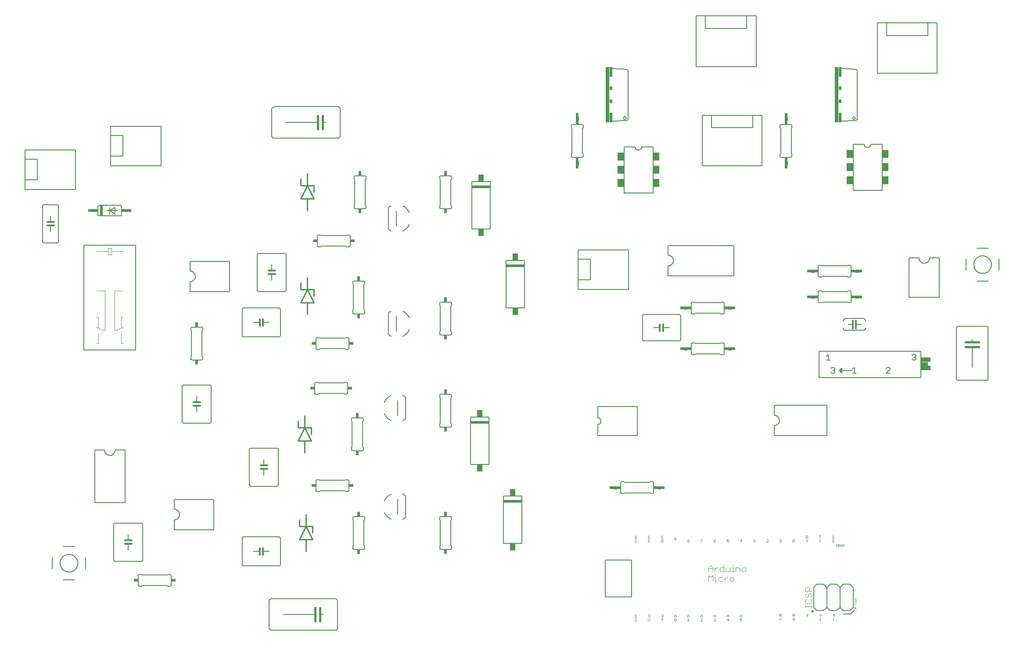
<source format=gto>
G75*
%MOIN*%
%OFA0B0*%
%FSLAX25Y25*%
%IPPOS*%
%LPD*%
%AMOC8*
5,1,8,0,0,1.08239X$1,22.5*
%
%ADD10C,0.00800*%
%ADD11C,0.01200*%
%ADD12C,0.00600*%
%ADD13C,0.00400*%
%ADD14R,0.02000X0.08000*%
%ADD15R,0.07500X0.02000*%
%ADD16R,0.02400X0.03400*%
%ADD17C,0.00500*%
%ADD18R,0.14000X0.02000*%
%ADD19R,0.04200X0.05400*%
%ADD20C,0.01000*%
%ADD21R,0.03400X0.02400*%
%ADD22C,0.01600*%
%ADD23C,0.00200*%
%ADD24R,0.07500X0.03500*%
%ADD25R,0.05500X0.03000*%
%ADD26C,0.02400*%
%ADD27R,0.05000X0.06000*%
%ADD28R,0.03000X0.42000*%
%ADD29R,0.02000X0.07500*%
%ADD30R,0.02000X0.03000*%
D10*
X0037669Y0059202D02*
X0046331Y0059202D01*
X0054598Y0067469D02*
X0054598Y0076131D01*
X0046331Y0084398D02*
X0037669Y0084398D01*
X0029402Y0076131D02*
X0029402Y0067469D01*
X0035307Y0071800D02*
X0035309Y0071964D01*
X0035315Y0072128D01*
X0035325Y0072292D01*
X0035339Y0072456D01*
X0035357Y0072619D01*
X0035379Y0072782D01*
X0035406Y0072944D01*
X0035436Y0073106D01*
X0035470Y0073266D01*
X0035508Y0073426D01*
X0035549Y0073585D01*
X0035595Y0073743D01*
X0035645Y0073899D01*
X0035698Y0074055D01*
X0035755Y0074209D01*
X0035816Y0074361D01*
X0035881Y0074512D01*
X0035950Y0074662D01*
X0036022Y0074809D01*
X0036097Y0074955D01*
X0036177Y0075099D01*
X0036259Y0075241D01*
X0036345Y0075381D01*
X0036435Y0075518D01*
X0036528Y0075654D01*
X0036624Y0075787D01*
X0036724Y0075918D01*
X0036826Y0076046D01*
X0036932Y0076172D01*
X0037041Y0076295D01*
X0037153Y0076415D01*
X0037267Y0076533D01*
X0037385Y0076647D01*
X0037505Y0076759D01*
X0037628Y0076868D01*
X0037754Y0076974D01*
X0037882Y0077076D01*
X0038013Y0077176D01*
X0038146Y0077272D01*
X0038282Y0077365D01*
X0038419Y0077455D01*
X0038559Y0077541D01*
X0038701Y0077623D01*
X0038845Y0077703D01*
X0038991Y0077778D01*
X0039138Y0077850D01*
X0039288Y0077919D01*
X0039439Y0077984D01*
X0039591Y0078045D01*
X0039745Y0078102D01*
X0039901Y0078155D01*
X0040057Y0078205D01*
X0040215Y0078251D01*
X0040374Y0078292D01*
X0040534Y0078330D01*
X0040694Y0078364D01*
X0040856Y0078394D01*
X0041018Y0078421D01*
X0041181Y0078443D01*
X0041344Y0078461D01*
X0041508Y0078475D01*
X0041672Y0078485D01*
X0041836Y0078491D01*
X0042000Y0078493D01*
X0042164Y0078491D01*
X0042328Y0078485D01*
X0042492Y0078475D01*
X0042656Y0078461D01*
X0042819Y0078443D01*
X0042982Y0078421D01*
X0043144Y0078394D01*
X0043306Y0078364D01*
X0043466Y0078330D01*
X0043626Y0078292D01*
X0043785Y0078251D01*
X0043943Y0078205D01*
X0044099Y0078155D01*
X0044255Y0078102D01*
X0044409Y0078045D01*
X0044561Y0077984D01*
X0044712Y0077919D01*
X0044862Y0077850D01*
X0045009Y0077778D01*
X0045155Y0077703D01*
X0045299Y0077623D01*
X0045441Y0077541D01*
X0045581Y0077455D01*
X0045718Y0077365D01*
X0045854Y0077272D01*
X0045987Y0077176D01*
X0046118Y0077076D01*
X0046246Y0076974D01*
X0046372Y0076868D01*
X0046495Y0076759D01*
X0046615Y0076647D01*
X0046733Y0076533D01*
X0046847Y0076415D01*
X0046959Y0076295D01*
X0047068Y0076172D01*
X0047174Y0076046D01*
X0047276Y0075918D01*
X0047376Y0075787D01*
X0047472Y0075654D01*
X0047565Y0075518D01*
X0047655Y0075381D01*
X0047741Y0075241D01*
X0047823Y0075099D01*
X0047903Y0074955D01*
X0047978Y0074809D01*
X0048050Y0074662D01*
X0048119Y0074512D01*
X0048184Y0074361D01*
X0048245Y0074209D01*
X0048302Y0074055D01*
X0048355Y0073899D01*
X0048405Y0073743D01*
X0048451Y0073585D01*
X0048492Y0073426D01*
X0048530Y0073266D01*
X0048564Y0073106D01*
X0048594Y0072944D01*
X0048621Y0072782D01*
X0048643Y0072619D01*
X0048661Y0072456D01*
X0048675Y0072292D01*
X0048685Y0072128D01*
X0048691Y0071964D01*
X0048693Y0071800D01*
X0048691Y0071636D01*
X0048685Y0071472D01*
X0048675Y0071308D01*
X0048661Y0071144D01*
X0048643Y0070981D01*
X0048621Y0070818D01*
X0048594Y0070656D01*
X0048564Y0070494D01*
X0048530Y0070334D01*
X0048492Y0070174D01*
X0048451Y0070015D01*
X0048405Y0069857D01*
X0048355Y0069701D01*
X0048302Y0069545D01*
X0048245Y0069391D01*
X0048184Y0069239D01*
X0048119Y0069088D01*
X0048050Y0068938D01*
X0047978Y0068791D01*
X0047903Y0068645D01*
X0047823Y0068501D01*
X0047741Y0068359D01*
X0047655Y0068219D01*
X0047565Y0068082D01*
X0047472Y0067946D01*
X0047376Y0067813D01*
X0047276Y0067682D01*
X0047174Y0067554D01*
X0047068Y0067428D01*
X0046959Y0067305D01*
X0046847Y0067185D01*
X0046733Y0067067D01*
X0046615Y0066953D01*
X0046495Y0066841D01*
X0046372Y0066732D01*
X0046246Y0066626D01*
X0046118Y0066524D01*
X0045987Y0066424D01*
X0045854Y0066328D01*
X0045718Y0066235D01*
X0045581Y0066145D01*
X0045441Y0066059D01*
X0045299Y0065977D01*
X0045155Y0065897D01*
X0045009Y0065822D01*
X0044862Y0065750D01*
X0044712Y0065681D01*
X0044561Y0065616D01*
X0044409Y0065555D01*
X0044255Y0065498D01*
X0044099Y0065445D01*
X0043943Y0065395D01*
X0043785Y0065349D01*
X0043626Y0065308D01*
X0043466Y0065270D01*
X0043306Y0065236D01*
X0043144Y0065206D01*
X0042982Y0065179D01*
X0042819Y0065157D01*
X0042656Y0065139D01*
X0042492Y0065125D01*
X0042328Y0065115D01*
X0042164Y0065109D01*
X0042000Y0065107D01*
X0041836Y0065109D01*
X0041672Y0065115D01*
X0041508Y0065125D01*
X0041344Y0065139D01*
X0041181Y0065157D01*
X0041018Y0065179D01*
X0040856Y0065206D01*
X0040694Y0065236D01*
X0040534Y0065270D01*
X0040374Y0065308D01*
X0040215Y0065349D01*
X0040057Y0065395D01*
X0039901Y0065445D01*
X0039745Y0065498D01*
X0039591Y0065555D01*
X0039439Y0065616D01*
X0039288Y0065681D01*
X0039138Y0065750D01*
X0038991Y0065822D01*
X0038845Y0065897D01*
X0038701Y0065977D01*
X0038559Y0066059D01*
X0038419Y0066145D01*
X0038282Y0066235D01*
X0038146Y0066328D01*
X0038013Y0066424D01*
X0037882Y0066524D01*
X0037754Y0066626D01*
X0037628Y0066732D01*
X0037505Y0066841D01*
X0037385Y0066953D01*
X0037267Y0067067D01*
X0037153Y0067185D01*
X0037041Y0067305D01*
X0036932Y0067428D01*
X0036826Y0067554D01*
X0036724Y0067682D01*
X0036624Y0067813D01*
X0036528Y0067946D01*
X0036435Y0068082D01*
X0036345Y0068219D01*
X0036259Y0068359D01*
X0036177Y0068501D01*
X0036097Y0068645D01*
X0036022Y0068791D01*
X0035950Y0068938D01*
X0035881Y0069088D01*
X0035816Y0069239D01*
X0035755Y0069391D01*
X0035698Y0069545D01*
X0035645Y0069701D01*
X0035595Y0069857D01*
X0035549Y0070015D01*
X0035508Y0070174D01*
X0035470Y0070334D01*
X0035436Y0070494D01*
X0035406Y0070656D01*
X0035379Y0070818D01*
X0035357Y0070981D01*
X0035339Y0071144D01*
X0035325Y0071308D01*
X0035315Y0071472D01*
X0035309Y0071636D01*
X0035307Y0071800D01*
X0428512Y0279898D02*
X0466996Y0279898D01*
X0466996Y0309800D01*
X0428512Y0309800D01*
X0428512Y0302713D01*
X0438059Y0302713D01*
X0438059Y0286985D01*
X0428512Y0286985D01*
X0428512Y0279898D01*
X0428512Y0286985D02*
X0428512Y0302713D01*
X0522803Y0373804D02*
X0568295Y0373804D01*
X0568295Y0412288D01*
X0561209Y0412288D01*
X0561209Y0402741D01*
X0529890Y0402741D01*
X0529890Y0412288D01*
X0522803Y0412288D01*
X0522803Y0373804D01*
X0529890Y0412288D02*
X0561209Y0412288D01*
X0563795Y0449304D02*
X0518303Y0449304D01*
X0518303Y0487788D01*
X0525390Y0487788D01*
X0525390Y0478241D01*
X0556709Y0478241D01*
X0556709Y0487788D01*
X0525390Y0487788D01*
X0556709Y0487788D02*
X0563795Y0487788D01*
X0563795Y0449304D01*
X0655903Y0444004D02*
X0701395Y0444004D01*
X0701395Y0482488D01*
X0694309Y0482488D01*
X0694309Y0472941D01*
X0662990Y0472941D01*
X0662990Y0482488D01*
X0655903Y0482488D01*
X0655903Y0444004D01*
X0662990Y0482488D02*
X0694309Y0482488D01*
X0731469Y0311298D02*
X0740131Y0311298D01*
X0748398Y0303031D02*
X0748398Y0294369D01*
X0740131Y0286102D02*
X0731469Y0286102D01*
X0723202Y0294369D02*
X0723202Y0303031D01*
X0729107Y0298700D02*
X0729109Y0298864D01*
X0729115Y0299028D01*
X0729125Y0299192D01*
X0729139Y0299356D01*
X0729157Y0299519D01*
X0729179Y0299682D01*
X0729206Y0299844D01*
X0729236Y0300006D01*
X0729270Y0300166D01*
X0729308Y0300326D01*
X0729349Y0300485D01*
X0729395Y0300643D01*
X0729445Y0300799D01*
X0729498Y0300955D01*
X0729555Y0301109D01*
X0729616Y0301261D01*
X0729681Y0301412D01*
X0729750Y0301562D01*
X0729822Y0301709D01*
X0729897Y0301855D01*
X0729977Y0301999D01*
X0730059Y0302141D01*
X0730145Y0302281D01*
X0730235Y0302418D01*
X0730328Y0302554D01*
X0730424Y0302687D01*
X0730524Y0302818D01*
X0730626Y0302946D01*
X0730732Y0303072D01*
X0730841Y0303195D01*
X0730953Y0303315D01*
X0731067Y0303433D01*
X0731185Y0303547D01*
X0731305Y0303659D01*
X0731428Y0303768D01*
X0731554Y0303874D01*
X0731682Y0303976D01*
X0731813Y0304076D01*
X0731946Y0304172D01*
X0732082Y0304265D01*
X0732219Y0304355D01*
X0732359Y0304441D01*
X0732501Y0304523D01*
X0732645Y0304603D01*
X0732791Y0304678D01*
X0732938Y0304750D01*
X0733088Y0304819D01*
X0733239Y0304884D01*
X0733391Y0304945D01*
X0733545Y0305002D01*
X0733701Y0305055D01*
X0733857Y0305105D01*
X0734015Y0305151D01*
X0734174Y0305192D01*
X0734334Y0305230D01*
X0734494Y0305264D01*
X0734656Y0305294D01*
X0734818Y0305321D01*
X0734981Y0305343D01*
X0735144Y0305361D01*
X0735308Y0305375D01*
X0735472Y0305385D01*
X0735636Y0305391D01*
X0735800Y0305393D01*
X0735964Y0305391D01*
X0736128Y0305385D01*
X0736292Y0305375D01*
X0736456Y0305361D01*
X0736619Y0305343D01*
X0736782Y0305321D01*
X0736944Y0305294D01*
X0737106Y0305264D01*
X0737266Y0305230D01*
X0737426Y0305192D01*
X0737585Y0305151D01*
X0737743Y0305105D01*
X0737899Y0305055D01*
X0738055Y0305002D01*
X0738209Y0304945D01*
X0738361Y0304884D01*
X0738512Y0304819D01*
X0738662Y0304750D01*
X0738809Y0304678D01*
X0738955Y0304603D01*
X0739099Y0304523D01*
X0739241Y0304441D01*
X0739381Y0304355D01*
X0739518Y0304265D01*
X0739654Y0304172D01*
X0739787Y0304076D01*
X0739918Y0303976D01*
X0740046Y0303874D01*
X0740172Y0303768D01*
X0740295Y0303659D01*
X0740415Y0303547D01*
X0740533Y0303433D01*
X0740647Y0303315D01*
X0740759Y0303195D01*
X0740868Y0303072D01*
X0740974Y0302946D01*
X0741076Y0302818D01*
X0741176Y0302687D01*
X0741272Y0302554D01*
X0741365Y0302418D01*
X0741455Y0302281D01*
X0741541Y0302141D01*
X0741623Y0301999D01*
X0741703Y0301855D01*
X0741778Y0301709D01*
X0741850Y0301562D01*
X0741919Y0301412D01*
X0741984Y0301261D01*
X0742045Y0301109D01*
X0742102Y0300955D01*
X0742155Y0300799D01*
X0742205Y0300643D01*
X0742251Y0300485D01*
X0742292Y0300326D01*
X0742330Y0300166D01*
X0742364Y0300006D01*
X0742394Y0299844D01*
X0742421Y0299682D01*
X0742443Y0299519D01*
X0742461Y0299356D01*
X0742475Y0299192D01*
X0742485Y0299028D01*
X0742491Y0298864D01*
X0742493Y0298700D01*
X0742491Y0298536D01*
X0742485Y0298372D01*
X0742475Y0298208D01*
X0742461Y0298044D01*
X0742443Y0297881D01*
X0742421Y0297718D01*
X0742394Y0297556D01*
X0742364Y0297394D01*
X0742330Y0297234D01*
X0742292Y0297074D01*
X0742251Y0296915D01*
X0742205Y0296757D01*
X0742155Y0296601D01*
X0742102Y0296445D01*
X0742045Y0296291D01*
X0741984Y0296139D01*
X0741919Y0295988D01*
X0741850Y0295838D01*
X0741778Y0295691D01*
X0741703Y0295545D01*
X0741623Y0295401D01*
X0741541Y0295259D01*
X0741455Y0295119D01*
X0741365Y0294982D01*
X0741272Y0294846D01*
X0741176Y0294713D01*
X0741076Y0294582D01*
X0740974Y0294454D01*
X0740868Y0294328D01*
X0740759Y0294205D01*
X0740647Y0294085D01*
X0740533Y0293967D01*
X0740415Y0293853D01*
X0740295Y0293741D01*
X0740172Y0293632D01*
X0740046Y0293526D01*
X0739918Y0293424D01*
X0739787Y0293324D01*
X0739654Y0293228D01*
X0739518Y0293135D01*
X0739381Y0293045D01*
X0739241Y0292959D01*
X0739099Y0292877D01*
X0738955Y0292797D01*
X0738809Y0292722D01*
X0738662Y0292650D01*
X0738512Y0292581D01*
X0738361Y0292516D01*
X0738209Y0292455D01*
X0738055Y0292398D01*
X0737899Y0292345D01*
X0737743Y0292295D01*
X0737585Y0292249D01*
X0737426Y0292208D01*
X0737266Y0292170D01*
X0737106Y0292136D01*
X0736944Y0292106D01*
X0736782Y0292079D01*
X0736619Y0292057D01*
X0736456Y0292039D01*
X0736292Y0292025D01*
X0736128Y0292015D01*
X0735964Y0292009D01*
X0735800Y0292007D01*
X0735636Y0292009D01*
X0735472Y0292015D01*
X0735308Y0292025D01*
X0735144Y0292039D01*
X0734981Y0292057D01*
X0734818Y0292079D01*
X0734656Y0292106D01*
X0734494Y0292136D01*
X0734334Y0292170D01*
X0734174Y0292208D01*
X0734015Y0292249D01*
X0733857Y0292295D01*
X0733701Y0292345D01*
X0733545Y0292398D01*
X0733391Y0292455D01*
X0733239Y0292516D01*
X0733088Y0292581D01*
X0732938Y0292650D01*
X0732791Y0292722D01*
X0732645Y0292797D01*
X0732501Y0292877D01*
X0732359Y0292959D01*
X0732219Y0293045D01*
X0732082Y0293135D01*
X0731946Y0293228D01*
X0731813Y0293324D01*
X0731682Y0293424D01*
X0731554Y0293526D01*
X0731428Y0293632D01*
X0731305Y0293741D01*
X0731185Y0293853D01*
X0731067Y0293967D01*
X0730953Y0294085D01*
X0730841Y0294205D01*
X0730732Y0294328D01*
X0730626Y0294454D01*
X0730524Y0294582D01*
X0730424Y0294713D01*
X0730328Y0294846D01*
X0730235Y0294982D01*
X0730145Y0295119D01*
X0730059Y0295259D01*
X0729977Y0295401D01*
X0729897Y0295545D01*
X0729822Y0295691D01*
X0729750Y0295838D01*
X0729681Y0295988D01*
X0729616Y0296139D01*
X0729555Y0296291D01*
X0729498Y0296445D01*
X0729445Y0296601D01*
X0729395Y0296757D01*
X0729349Y0296915D01*
X0729308Y0297074D01*
X0729270Y0297234D01*
X0729236Y0297394D01*
X0729206Y0297556D01*
X0729179Y0297718D01*
X0729157Y0297881D01*
X0729139Y0298044D01*
X0729125Y0298208D01*
X0729115Y0298372D01*
X0729109Y0298536D01*
X0729107Y0298700D01*
X0111996Y0373898D02*
X0111996Y0403800D01*
X0073512Y0403800D01*
X0073512Y0396713D01*
X0083059Y0396713D01*
X0083059Y0380985D01*
X0073512Y0380985D01*
X0073512Y0373898D01*
X0111996Y0373898D01*
X0073512Y0380985D02*
X0073512Y0396713D01*
X0046996Y0385800D02*
X0008512Y0385800D01*
X0008512Y0378713D01*
X0018059Y0378713D01*
X0018059Y0362985D01*
X0008512Y0362985D01*
X0008512Y0355898D01*
X0046996Y0355898D01*
X0046996Y0385800D01*
X0008512Y0378713D02*
X0008512Y0362985D01*
D11*
X0025500Y0331000D02*
X0028000Y0331000D01*
X0030500Y0331000D01*
X0030500Y0328500D02*
X0028000Y0328500D01*
X0025500Y0328500D01*
X0186800Y0257300D02*
X0186800Y0254800D01*
X0186800Y0252300D01*
X0189300Y0252300D02*
X0189300Y0254800D01*
X0189300Y0257300D01*
X0193500Y0291600D02*
X0196000Y0291600D01*
X0198500Y0291600D01*
X0198500Y0294100D02*
X0196000Y0294100D01*
X0193500Y0294100D01*
X0141500Y0194100D02*
X0139000Y0194100D01*
X0136500Y0194100D01*
X0136500Y0191600D02*
X0139000Y0191600D01*
X0141500Y0191600D01*
X0187500Y0146100D02*
X0190000Y0146100D01*
X0192500Y0146100D01*
X0192500Y0143600D02*
X0190000Y0143600D01*
X0187500Y0143600D01*
X0186800Y0083300D02*
X0186800Y0080800D01*
X0186800Y0078300D01*
X0189300Y0078300D02*
X0189300Y0080800D01*
X0189300Y0083300D01*
X0089500Y0086500D02*
X0087000Y0086500D01*
X0084500Y0086500D01*
X0084500Y0089000D02*
X0087000Y0089000D01*
X0089500Y0089000D01*
X0490700Y0248300D02*
X0490700Y0250800D01*
X0490700Y0253300D01*
X0493200Y0253300D02*
X0493200Y0250800D01*
X0493200Y0248300D01*
X0637200Y0250300D02*
X0637200Y0253300D01*
X0637200Y0256300D01*
X0639700Y0256300D02*
X0639700Y0253300D01*
X0639700Y0250300D01*
D12*
X0639700Y0253300D02*
X0643500Y0253300D01*
X0647000Y0250800D02*
X0646998Y0250713D01*
X0646992Y0250626D01*
X0646983Y0250539D01*
X0646970Y0250453D01*
X0646953Y0250367D01*
X0646932Y0250282D01*
X0646907Y0250199D01*
X0646879Y0250116D01*
X0646848Y0250035D01*
X0646813Y0249955D01*
X0646774Y0249877D01*
X0646732Y0249800D01*
X0646687Y0249725D01*
X0646638Y0249653D01*
X0646587Y0249582D01*
X0646532Y0249514D01*
X0646475Y0249449D01*
X0646414Y0249386D01*
X0646351Y0249325D01*
X0646286Y0249268D01*
X0646218Y0249213D01*
X0646147Y0249162D01*
X0646075Y0249113D01*
X0646000Y0249068D01*
X0645923Y0249026D01*
X0645845Y0248987D01*
X0645765Y0248952D01*
X0645684Y0248921D01*
X0645601Y0248893D01*
X0645518Y0248868D01*
X0645433Y0248847D01*
X0645347Y0248830D01*
X0645261Y0248817D01*
X0645174Y0248808D01*
X0645087Y0248802D01*
X0645000Y0248800D01*
X0632000Y0248800D01*
X0631913Y0248802D01*
X0631826Y0248808D01*
X0631739Y0248817D01*
X0631653Y0248830D01*
X0631567Y0248847D01*
X0631482Y0248868D01*
X0631399Y0248893D01*
X0631316Y0248921D01*
X0631235Y0248952D01*
X0631155Y0248987D01*
X0631077Y0249026D01*
X0631000Y0249068D01*
X0630925Y0249113D01*
X0630853Y0249162D01*
X0630782Y0249213D01*
X0630714Y0249268D01*
X0630649Y0249325D01*
X0630586Y0249386D01*
X0630525Y0249449D01*
X0630468Y0249514D01*
X0630413Y0249582D01*
X0630362Y0249653D01*
X0630313Y0249725D01*
X0630268Y0249800D01*
X0630226Y0249877D01*
X0630187Y0249955D01*
X0630152Y0250035D01*
X0630121Y0250116D01*
X0630093Y0250199D01*
X0630068Y0250282D01*
X0630047Y0250367D01*
X0630030Y0250453D01*
X0630017Y0250539D01*
X0630008Y0250626D01*
X0630002Y0250713D01*
X0630000Y0250800D01*
X0633500Y0253300D02*
X0637200Y0253300D01*
X0632000Y0257800D02*
X0631913Y0257798D01*
X0631826Y0257792D01*
X0631739Y0257783D01*
X0631653Y0257770D01*
X0631567Y0257753D01*
X0631482Y0257732D01*
X0631399Y0257707D01*
X0631316Y0257679D01*
X0631235Y0257648D01*
X0631155Y0257613D01*
X0631077Y0257574D01*
X0631000Y0257532D01*
X0630925Y0257487D01*
X0630853Y0257438D01*
X0630782Y0257387D01*
X0630714Y0257332D01*
X0630649Y0257275D01*
X0630586Y0257214D01*
X0630525Y0257151D01*
X0630468Y0257086D01*
X0630413Y0257018D01*
X0630362Y0256947D01*
X0630313Y0256875D01*
X0630268Y0256800D01*
X0630226Y0256723D01*
X0630187Y0256645D01*
X0630152Y0256565D01*
X0630121Y0256484D01*
X0630093Y0256401D01*
X0630068Y0256318D01*
X0630047Y0256233D01*
X0630030Y0256147D01*
X0630017Y0256061D01*
X0630008Y0255974D01*
X0630002Y0255887D01*
X0630000Y0255800D01*
X0632000Y0257800D02*
X0645000Y0257800D01*
X0645087Y0257798D01*
X0645174Y0257792D01*
X0645261Y0257783D01*
X0645347Y0257770D01*
X0645433Y0257753D01*
X0645518Y0257732D01*
X0645601Y0257707D01*
X0645684Y0257679D01*
X0645765Y0257648D01*
X0645845Y0257613D01*
X0645923Y0257574D01*
X0646000Y0257532D01*
X0646075Y0257487D01*
X0646147Y0257438D01*
X0646218Y0257387D01*
X0646286Y0257332D01*
X0646351Y0257275D01*
X0646414Y0257214D01*
X0646475Y0257151D01*
X0646532Y0257086D01*
X0646587Y0257018D01*
X0646638Y0256947D01*
X0646687Y0256875D01*
X0646732Y0256800D01*
X0646774Y0256723D01*
X0646813Y0256645D01*
X0646848Y0256565D01*
X0646879Y0256484D01*
X0646907Y0256401D01*
X0646932Y0256318D01*
X0646953Y0256233D01*
X0646970Y0256147D01*
X0646983Y0256061D01*
X0646992Y0255974D01*
X0646998Y0255887D01*
X0647000Y0255800D01*
X0635000Y0269800D02*
X0633500Y0269800D01*
X0633000Y0270300D01*
X0614000Y0270300D01*
X0613500Y0269800D01*
X0612000Y0269800D01*
X0611940Y0269802D01*
X0611879Y0269807D01*
X0611820Y0269816D01*
X0611761Y0269829D01*
X0611702Y0269845D01*
X0611645Y0269865D01*
X0611590Y0269888D01*
X0611535Y0269915D01*
X0611483Y0269944D01*
X0611432Y0269977D01*
X0611383Y0270013D01*
X0611337Y0270051D01*
X0611293Y0270093D01*
X0611251Y0270137D01*
X0611213Y0270183D01*
X0611177Y0270232D01*
X0611144Y0270283D01*
X0611115Y0270335D01*
X0611088Y0270390D01*
X0611065Y0270445D01*
X0611045Y0270502D01*
X0611029Y0270561D01*
X0611016Y0270620D01*
X0611007Y0270679D01*
X0611002Y0270740D01*
X0611000Y0270800D01*
X0611000Y0277800D01*
X0611002Y0277860D01*
X0611007Y0277921D01*
X0611016Y0277980D01*
X0611029Y0278039D01*
X0611045Y0278098D01*
X0611065Y0278155D01*
X0611088Y0278210D01*
X0611115Y0278265D01*
X0611144Y0278317D01*
X0611177Y0278368D01*
X0611213Y0278417D01*
X0611251Y0278463D01*
X0611293Y0278507D01*
X0611337Y0278549D01*
X0611383Y0278587D01*
X0611432Y0278623D01*
X0611483Y0278656D01*
X0611535Y0278685D01*
X0611590Y0278712D01*
X0611645Y0278735D01*
X0611702Y0278755D01*
X0611761Y0278771D01*
X0611820Y0278784D01*
X0611879Y0278793D01*
X0611940Y0278798D01*
X0612000Y0278800D01*
X0613500Y0278800D01*
X0614000Y0278300D01*
X0633000Y0278300D01*
X0633500Y0278800D01*
X0635000Y0278800D01*
X0635060Y0278798D01*
X0635121Y0278793D01*
X0635180Y0278784D01*
X0635239Y0278771D01*
X0635298Y0278755D01*
X0635355Y0278735D01*
X0635410Y0278712D01*
X0635465Y0278685D01*
X0635517Y0278656D01*
X0635568Y0278623D01*
X0635617Y0278587D01*
X0635663Y0278549D01*
X0635707Y0278507D01*
X0635749Y0278463D01*
X0635787Y0278417D01*
X0635823Y0278368D01*
X0635856Y0278317D01*
X0635885Y0278265D01*
X0635912Y0278210D01*
X0635935Y0278155D01*
X0635955Y0278098D01*
X0635971Y0278039D01*
X0635984Y0277980D01*
X0635993Y0277921D01*
X0635998Y0277860D01*
X0636000Y0277800D01*
X0636000Y0270800D01*
X0635998Y0270740D01*
X0635993Y0270679D01*
X0635984Y0270620D01*
X0635971Y0270561D01*
X0635955Y0270502D01*
X0635935Y0270445D01*
X0635912Y0270390D01*
X0635885Y0270335D01*
X0635856Y0270283D01*
X0635823Y0270232D01*
X0635787Y0270183D01*
X0635749Y0270137D01*
X0635707Y0270093D01*
X0635663Y0270051D01*
X0635617Y0270013D01*
X0635568Y0269977D01*
X0635517Y0269944D01*
X0635465Y0269915D01*
X0635410Y0269888D01*
X0635355Y0269865D01*
X0635298Y0269845D01*
X0635239Y0269829D01*
X0635180Y0269816D01*
X0635121Y0269807D01*
X0635060Y0269802D01*
X0635000Y0269800D01*
X0635000Y0289300D02*
X0633500Y0289300D01*
X0633000Y0289800D01*
X0614000Y0289800D01*
X0613500Y0289300D01*
X0612000Y0289300D01*
X0611940Y0289302D01*
X0611879Y0289307D01*
X0611820Y0289316D01*
X0611761Y0289329D01*
X0611702Y0289345D01*
X0611645Y0289365D01*
X0611590Y0289388D01*
X0611535Y0289415D01*
X0611483Y0289444D01*
X0611432Y0289477D01*
X0611383Y0289513D01*
X0611337Y0289551D01*
X0611293Y0289593D01*
X0611251Y0289637D01*
X0611213Y0289683D01*
X0611177Y0289732D01*
X0611144Y0289783D01*
X0611115Y0289835D01*
X0611088Y0289890D01*
X0611065Y0289945D01*
X0611045Y0290002D01*
X0611029Y0290061D01*
X0611016Y0290120D01*
X0611007Y0290179D01*
X0611002Y0290240D01*
X0611000Y0290300D01*
X0611000Y0297300D01*
X0611002Y0297360D01*
X0611007Y0297421D01*
X0611016Y0297480D01*
X0611029Y0297539D01*
X0611045Y0297598D01*
X0611065Y0297655D01*
X0611088Y0297710D01*
X0611115Y0297765D01*
X0611144Y0297817D01*
X0611177Y0297868D01*
X0611213Y0297917D01*
X0611251Y0297963D01*
X0611293Y0298007D01*
X0611337Y0298049D01*
X0611383Y0298087D01*
X0611432Y0298123D01*
X0611483Y0298156D01*
X0611535Y0298185D01*
X0611590Y0298212D01*
X0611645Y0298235D01*
X0611702Y0298255D01*
X0611761Y0298271D01*
X0611820Y0298284D01*
X0611879Y0298293D01*
X0611940Y0298298D01*
X0612000Y0298300D01*
X0613500Y0298300D01*
X0614000Y0297800D01*
X0633000Y0297800D01*
X0633500Y0298300D01*
X0635000Y0298300D01*
X0635060Y0298298D01*
X0635121Y0298293D01*
X0635180Y0298284D01*
X0635239Y0298271D01*
X0635298Y0298255D01*
X0635355Y0298235D01*
X0635410Y0298212D01*
X0635465Y0298185D01*
X0635517Y0298156D01*
X0635568Y0298123D01*
X0635617Y0298087D01*
X0635663Y0298049D01*
X0635707Y0298007D01*
X0635749Y0297963D01*
X0635787Y0297917D01*
X0635823Y0297868D01*
X0635856Y0297817D01*
X0635885Y0297765D01*
X0635912Y0297710D01*
X0635935Y0297655D01*
X0635955Y0297598D01*
X0635971Y0297539D01*
X0635984Y0297480D01*
X0635993Y0297421D01*
X0635998Y0297360D01*
X0636000Y0297300D01*
X0636000Y0290300D01*
X0635998Y0290240D01*
X0635993Y0290179D01*
X0635984Y0290120D01*
X0635971Y0290061D01*
X0635955Y0290002D01*
X0635935Y0289945D01*
X0635912Y0289890D01*
X0635885Y0289835D01*
X0635856Y0289783D01*
X0635823Y0289732D01*
X0635787Y0289683D01*
X0635749Y0289637D01*
X0635707Y0289593D01*
X0635663Y0289551D01*
X0635617Y0289513D01*
X0635568Y0289477D01*
X0635517Y0289444D01*
X0635465Y0289415D01*
X0635410Y0289388D01*
X0635355Y0289365D01*
X0635298Y0289345D01*
X0635239Y0289329D01*
X0635180Y0289316D01*
X0635121Y0289307D01*
X0635060Y0289302D01*
X0635000Y0289300D01*
X0680000Y0303800D02*
X0680000Y0273800D01*
X0703000Y0273800D01*
X0703000Y0303800D01*
X0695500Y0303800D01*
X0695498Y0303674D01*
X0695492Y0303549D01*
X0695482Y0303424D01*
X0695468Y0303299D01*
X0695451Y0303174D01*
X0695429Y0303050D01*
X0695404Y0302927D01*
X0695374Y0302805D01*
X0695341Y0302684D01*
X0695304Y0302564D01*
X0695264Y0302445D01*
X0695219Y0302328D01*
X0695171Y0302211D01*
X0695119Y0302097D01*
X0695064Y0301984D01*
X0695005Y0301873D01*
X0694943Y0301764D01*
X0694877Y0301657D01*
X0694808Y0301552D01*
X0694736Y0301449D01*
X0694661Y0301348D01*
X0694582Y0301250D01*
X0694500Y0301155D01*
X0694416Y0301062D01*
X0694328Y0300972D01*
X0694238Y0300884D01*
X0694145Y0300800D01*
X0694050Y0300718D01*
X0693952Y0300639D01*
X0693851Y0300564D01*
X0693748Y0300492D01*
X0693643Y0300423D01*
X0693536Y0300357D01*
X0693427Y0300295D01*
X0693316Y0300236D01*
X0693203Y0300181D01*
X0693089Y0300129D01*
X0692972Y0300081D01*
X0692855Y0300036D01*
X0692736Y0299996D01*
X0692616Y0299959D01*
X0692495Y0299926D01*
X0692373Y0299896D01*
X0692250Y0299871D01*
X0692126Y0299849D01*
X0692001Y0299832D01*
X0691876Y0299818D01*
X0691751Y0299808D01*
X0691626Y0299802D01*
X0691500Y0299800D01*
X0691374Y0299802D01*
X0691249Y0299808D01*
X0691124Y0299818D01*
X0690999Y0299832D01*
X0690874Y0299849D01*
X0690750Y0299871D01*
X0690627Y0299896D01*
X0690505Y0299926D01*
X0690384Y0299959D01*
X0690264Y0299996D01*
X0690145Y0300036D01*
X0690028Y0300081D01*
X0689911Y0300129D01*
X0689797Y0300181D01*
X0689684Y0300236D01*
X0689573Y0300295D01*
X0689464Y0300357D01*
X0689357Y0300423D01*
X0689252Y0300492D01*
X0689149Y0300564D01*
X0689048Y0300639D01*
X0688950Y0300718D01*
X0688855Y0300800D01*
X0688762Y0300884D01*
X0688672Y0300972D01*
X0688584Y0301062D01*
X0688500Y0301155D01*
X0688418Y0301250D01*
X0688339Y0301348D01*
X0688264Y0301449D01*
X0688192Y0301552D01*
X0688123Y0301657D01*
X0688057Y0301764D01*
X0687995Y0301873D01*
X0687936Y0301984D01*
X0687881Y0302097D01*
X0687829Y0302211D01*
X0687781Y0302328D01*
X0687736Y0302445D01*
X0687696Y0302564D01*
X0687659Y0302684D01*
X0687626Y0302805D01*
X0687596Y0302927D01*
X0687571Y0303050D01*
X0687549Y0303174D01*
X0687532Y0303299D01*
X0687518Y0303424D01*
X0687508Y0303549D01*
X0687502Y0303674D01*
X0687500Y0303800D01*
X0680000Y0303800D01*
X0659500Y0355300D02*
X0637500Y0355300D01*
X0637500Y0390300D01*
X0646000Y0390300D01*
X0646002Y0390202D01*
X0646008Y0390104D01*
X0646017Y0390006D01*
X0646031Y0389909D01*
X0646048Y0389812D01*
X0646069Y0389716D01*
X0646094Y0389621D01*
X0646122Y0389527D01*
X0646155Y0389435D01*
X0646190Y0389343D01*
X0646230Y0389253D01*
X0646272Y0389165D01*
X0646319Y0389078D01*
X0646368Y0388994D01*
X0646421Y0388911D01*
X0646477Y0388831D01*
X0646537Y0388752D01*
X0646599Y0388676D01*
X0646664Y0388603D01*
X0646732Y0388532D01*
X0646803Y0388464D01*
X0646876Y0388399D01*
X0646952Y0388337D01*
X0647031Y0388277D01*
X0647111Y0388221D01*
X0647194Y0388168D01*
X0647278Y0388119D01*
X0647365Y0388072D01*
X0647453Y0388030D01*
X0647543Y0387990D01*
X0647635Y0387955D01*
X0647727Y0387922D01*
X0647821Y0387894D01*
X0647916Y0387869D01*
X0648012Y0387848D01*
X0648109Y0387831D01*
X0648206Y0387817D01*
X0648304Y0387808D01*
X0648402Y0387802D01*
X0648500Y0387800D01*
X0648598Y0387802D01*
X0648696Y0387808D01*
X0648794Y0387817D01*
X0648891Y0387831D01*
X0648988Y0387848D01*
X0649084Y0387869D01*
X0649179Y0387894D01*
X0649273Y0387922D01*
X0649365Y0387955D01*
X0649457Y0387990D01*
X0649547Y0388030D01*
X0649635Y0388072D01*
X0649722Y0388119D01*
X0649806Y0388168D01*
X0649889Y0388221D01*
X0649969Y0388277D01*
X0650048Y0388337D01*
X0650124Y0388399D01*
X0650197Y0388464D01*
X0650268Y0388532D01*
X0650336Y0388603D01*
X0650401Y0388676D01*
X0650463Y0388752D01*
X0650523Y0388831D01*
X0650579Y0388911D01*
X0650632Y0388994D01*
X0650681Y0389078D01*
X0650728Y0389165D01*
X0650770Y0389253D01*
X0650810Y0389343D01*
X0650845Y0389435D01*
X0650878Y0389527D01*
X0650906Y0389621D01*
X0650931Y0389716D01*
X0650952Y0389812D01*
X0650969Y0389909D01*
X0650983Y0390006D01*
X0650992Y0390104D01*
X0650998Y0390202D01*
X0651000Y0390300D01*
X0659500Y0390300D01*
X0659500Y0355300D01*
X0591000Y0381300D02*
X0591000Y0382800D01*
X0590500Y0383300D01*
X0590500Y0402300D01*
X0591000Y0402800D01*
X0591000Y0404300D01*
X0590998Y0404360D01*
X0590993Y0404421D01*
X0590984Y0404480D01*
X0590971Y0404539D01*
X0590955Y0404598D01*
X0590935Y0404655D01*
X0590912Y0404710D01*
X0590885Y0404765D01*
X0590856Y0404817D01*
X0590823Y0404868D01*
X0590787Y0404917D01*
X0590749Y0404963D01*
X0590707Y0405007D01*
X0590663Y0405049D01*
X0590617Y0405087D01*
X0590568Y0405123D01*
X0590517Y0405156D01*
X0590465Y0405185D01*
X0590410Y0405212D01*
X0590355Y0405235D01*
X0590298Y0405255D01*
X0590239Y0405271D01*
X0590180Y0405284D01*
X0590121Y0405293D01*
X0590060Y0405298D01*
X0590000Y0405300D01*
X0583000Y0405300D01*
X0582940Y0405298D01*
X0582879Y0405293D01*
X0582820Y0405284D01*
X0582761Y0405271D01*
X0582702Y0405255D01*
X0582645Y0405235D01*
X0582590Y0405212D01*
X0582535Y0405185D01*
X0582483Y0405156D01*
X0582432Y0405123D01*
X0582383Y0405087D01*
X0582337Y0405049D01*
X0582293Y0405007D01*
X0582251Y0404963D01*
X0582213Y0404917D01*
X0582177Y0404868D01*
X0582144Y0404817D01*
X0582115Y0404765D01*
X0582088Y0404710D01*
X0582065Y0404655D01*
X0582045Y0404598D01*
X0582029Y0404539D01*
X0582016Y0404480D01*
X0582007Y0404421D01*
X0582002Y0404360D01*
X0582000Y0404300D01*
X0582000Y0402800D01*
X0582500Y0402300D01*
X0582500Y0383300D01*
X0582000Y0382800D01*
X0582000Y0381300D01*
X0582002Y0381240D01*
X0582007Y0381179D01*
X0582016Y0381120D01*
X0582029Y0381061D01*
X0582045Y0381002D01*
X0582065Y0380945D01*
X0582088Y0380890D01*
X0582115Y0380835D01*
X0582144Y0380783D01*
X0582177Y0380732D01*
X0582213Y0380683D01*
X0582251Y0380637D01*
X0582293Y0380593D01*
X0582337Y0380551D01*
X0582383Y0380513D01*
X0582432Y0380477D01*
X0582483Y0380444D01*
X0582535Y0380415D01*
X0582590Y0380388D01*
X0582645Y0380365D01*
X0582702Y0380345D01*
X0582761Y0380329D01*
X0582820Y0380316D01*
X0582879Y0380307D01*
X0582940Y0380302D01*
X0583000Y0380300D01*
X0590000Y0380300D01*
X0590060Y0380302D01*
X0590121Y0380307D01*
X0590180Y0380316D01*
X0590239Y0380329D01*
X0590298Y0380345D01*
X0590355Y0380365D01*
X0590410Y0380388D01*
X0590465Y0380415D01*
X0590517Y0380444D01*
X0590568Y0380477D01*
X0590617Y0380513D01*
X0590663Y0380551D01*
X0590707Y0380593D01*
X0590749Y0380637D01*
X0590787Y0380683D01*
X0590823Y0380732D01*
X0590856Y0380783D01*
X0590885Y0380835D01*
X0590912Y0380890D01*
X0590935Y0380945D01*
X0590955Y0381002D01*
X0590971Y0381061D01*
X0590984Y0381120D01*
X0590993Y0381179D01*
X0590998Y0381240D01*
X0591000Y0381300D01*
X0547000Y0313300D02*
X0497000Y0313300D01*
X0497000Y0305800D01*
X0497126Y0305798D01*
X0497251Y0305792D01*
X0497376Y0305782D01*
X0497501Y0305768D01*
X0497626Y0305751D01*
X0497750Y0305729D01*
X0497873Y0305704D01*
X0497995Y0305674D01*
X0498116Y0305641D01*
X0498236Y0305604D01*
X0498355Y0305564D01*
X0498472Y0305519D01*
X0498589Y0305471D01*
X0498703Y0305419D01*
X0498816Y0305364D01*
X0498927Y0305305D01*
X0499036Y0305243D01*
X0499143Y0305177D01*
X0499248Y0305108D01*
X0499351Y0305036D01*
X0499452Y0304961D01*
X0499550Y0304882D01*
X0499645Y0304800D01*
X0499738Y0304716D01*
X0499828Y0304628D01*
X0499916Y0304538D01*
X0500000Y0304445D01*
X0500082Y0304350D01*
X0500161Y0304252D01*
X0500236Y0304151D01*
X0500308Y0304048D01*
X0500377Y0303943D01*
X0500443Y0303836D01*
X0500505Y0303727D01*
X0500564Y0303616D01*
X0500619Y0303503D01*
X0500671Y0303389D01*
X0500719Y0303272D01*
X0500764Y0303155D01*
X0500804Y0303036D01*
X0500841Y0302916D01*
X0500874Y0302795D01*
X0500904Y0302673D01*
X0500929Y0302550D01*
X0500951Y0302426D01*
X0500968Y0302301D01*
X0500982Y0302176D01*
X0500992Y0302051D01*
X0500998Y0301926D01*
X0501000Y0301800D01*
X0500998Y0301674D01*
X0500992Y0301549D01*
X0500982Y0301424D01*
X0500968Y0301299D01*
X0500951Y0301174D01*
X0500929Y0301050D01*
X0500904Y0300927D01*
X0500874Y0300805D01*
X0500841Y0300684D01*
X0500804Y0300564D01*
X0500764Y0300445D01*
X0500719Y0300328D01*
X0500671Y0300211D01*
X0500619Y0300097D01*
X0500564Y0299984D01*
X0500505Y0299873D01*
X0500443Y0299764D01*
X0500377Y0299657D01*
X0500308Y0299552D01*
X0500236Y0299449D01*
X0500161Y0299348D01*
X0500082Y0299250D01*
X0500000Y0299155D01*
X0499916Y0299062D01*
X0499828Y0298972D01*
X0499738Y0298884D01*
X0499645Y0298800D01*
X0499550Y0298718D01*
X0499452Y0298639D01*
X0499351Y0298564D01*
X0499248Y0298492D01*
X0499143Y0298423D01*
X0499036Y0298357D01*
X0498927Y0298295D01*
X0498816Y0298236D01*
X0498703Y0298181D01*
X0498589Y0298129D01*
X0498472Y0298081D01*
X0498355Y0298036D01*
X0498236Y0297996D01*
X0498116Y0297959D01*
X0497995Y0297926D01*
X0497873Y0297896D01*
X0497750Y0297871D01*
X0497626Y0297849D01*
X0497501Y0297832D01*
X0497376Y0297818D01*
X0497251Y0297808D01*
X0497126Y0297802D01*
X0497000Y0297800D01*
X0497000Y0290300D01*
X0547000Y0290300D01*
X0547000Y0313300D01*
X0538500Y0270300D02*
X0537000Y0270300D01*
X0536500Y0269800D01*
X0517500Y0269800D01*
X0517000Y0270300D01*
X0515500Y0270300D01*
X0515440Y0270298D01*
X0515379Y0270293D01*
X0515320Y0270284D01*
X0515261Y0270271D01*
X0515202Y0270255D01*
X0515145Y0270235D01*
X0515090Y0270212D01*
X0515035Y0270185D01*
X0514983Y0270156D01*
X0514932Y0270123D01*
X0514883Y0270087D01*
X0514837Y0270049D01*
X0514793Y0270007D01*
X0514751Y0269963D01*
X0514713Y0269917D01*
X0514677Y0269868D01*
X0514644Y0269817D01*
X0514615Y0269765D01*
X0514588Y0269710D01*
X0514565Y0269655D01*
X0514545Y0269598D01*
X0514529Y0269539D01*
X0514516Y0269480D01*
X0514507Y0269421D01*
X0514502Y0269360D01*
X0514500Y0269300D01*
X0514500Y0262300D01*
X0514502Y0262240D01*
X0514507Y0262179D01*
X0514516Y0262120D01*
X0514529Y0262061D01*
X0514545Y0262002D01*
X0514565Y0261945D01*
X0514588Y0261890D01*
X0514615Y0261835D01*
X0514644Y0261783D01*
X0514677Y0261732D01*
X0514713Y0261683D01*
X0514751Y0261637D01*
X0514793Y0261593D01*
X0514837Y0261551D01*
X0514883Y0261513D01*
X0514932Y0261477D01*
X0514983Y0261444D01*
X0515035Y0261415D01*
X0515090Y0261388D01*
X0515145Y0261365D01*
X0515202Y0261345D01*
X0515261Y0261329D01*
X0515320Y0261316D01*
X0515379Y0261307D01*
X0515440Y0261302D01*
X0515500Y0261300D01*
X0517000Y0261300D01*
X0517500Y0261800D01*
X0536500Y0261800D01*
X0537000Y0261300D01*
X0538500Y0261300D01*
X0538560Y0261302D01*
X0538621Y0261307D01*
X0538680Y0261316D01*
X0538739Y0261329D01*
X0538798Y0261345D01*
X0538855Y0261365D01*
X0538910Y0261388D01*
X0538965Y0261415D01*
X0539017Y0261444D01*
X0539068Y0261477D01*
X0539117Y0261513D01*
X0539163Y0261551D01*
X0539207Y0261593D01*
X0539249Y0261637D01*
X0539287Y0261683D01*
X0539323Y0261732D01*
X0539356Y0261783D01*
X0539385Y0261835D01*
X0539412Y0261890D01*
X0539435Y0261945D01*
X0539455Y0262002D01*
X0539471Y0262061D01*
X0539484Y0262120D01*
X0539493Y0262179D01*
X0539498Y0262240D01*
X0539500Y0262300D01*
X0539500Y0269300D01*
X0539498Y0269360D01*
X0539493Y0269421D01*
X0539484Y0269480D01*
X0539471Y0269539D01*
X0539455Y0269598D01*
X0539435Y0269655D01*
X0539412Y0269710D01*
X0539385Y0269765D01*
X0539356Y0269817D01*
X0539323Y0269868D01*
X0539287Y0269917D01*
X0539249Y0269963D01*
X0539207Y0270007D01*
X0539163Y0270049D01*
X0539117Y0270087D01*
X0539068Y0270123D01*
X0539017Y0270156D01*
X0538965Y0270185D01*
X0538910Y0270212D01*
X0538855Y0270235D01*
X0538798Y0270255D01*
X0538739Y0270271D01*
X0538680Y0270284D01*
X0538621Y0270293D01*
X0538560Y0270298D01*
X0538500Y0270300D01*
X0506500Y0259800D02*
X0506500Y0241800D01*
X0506498Y0241740D01*
X0506493Y0241679D01*
X0506484Y0241620D01*
X0506471Y0241561D01*
X0506455Y0241502D01*
X0506435Y0241445D01*
X0506412Y0241390D01*
X0506385Y0241335D01*
X0506356Y0241283D01*
X0506323Y0241232D01*
X0506287Y0241183D01*
X0506249Y0241137D01*
X0506207Y0241093D01*
X0506163Y0241051D01*
X0506117Y0241013D01*
X0506068Y0240977D01*
X0506017Y0240944D01*
X0505965Y0240915D01*
X0505910Y0240888D01*
X0505855Y0240865D01*
X0505798Y0240845D01*
X0505739Y0240829D01*
X0505680Y0240816D01*
X0505621Y0240807D01*
X0505560Y0240802D01*
X0505500Y0240800D01*
X0478500Y0240800D01*
X0478440Y0240802D01*
X0478379Y0240807D01*
X0478320Y0240816D01*
X0478261Y0240829D01*
X0478202Y0240845D01*
X0478145Y0240865D01*
X0478090Y0240888D01*
X0478035Y0240915D01*
X0477983Y0240944D01*
X0477932Y0240977D01*
X0477883Y0241013D01*
X0477837Y0241051D01*
X0477793Y0241093D01*
X0477751Y0241137D01*
X0477713Y0241183D01*
X0477677Y0241232D01*
X0477644Y0241283D01*
X0477615Y0241335D01*
X0477588Y0241390D01*
X0477565Y0241445D01*
X0477545Y0241502D01*
X0477529Y0241561D01*
X0477516Y0241620D01*
X0477507Y0241679D01*
X0477502Y0241740D01*
X0477500Y0241800D01*
X0477500Y0259800D01*
X0477502Y0259860D01*
X0477507Y0259921D01*
X0477516Y0259980D01*
X0477529Y0260039D01*
X0477545Y0260098D01*
X0477565Y0260155D01*
X0477588Y0260210D01*
X0477615Y0260265D01*
X0477644Y0260317D01*
X0477677Y0260368D01*
X0477713Y0260417D01*
X0477751Y0260463D01*
X0477793Y0260507D01*
X0477837Y0260549D01*
X0477883Y0260587D01*
X0477932Y0260623D01*
X0477983Y0260656D01*
X0478035Y0260685D01*
X0478090Y0260712D01*
X0478145Y0260735D01*
X0478202Y0260755D01*
X0478261Y0260771D01*
X0478320Y0260784D01*
X0478379Y0260793D01*
X0478440Y0260798D01*
X0478500Y0260800D01*
X0505500Y0260800D01*
X0505560Y0260798D01*
X0505621Y0260793D01*
X0505680Y0260784D01*
X0505739Y0260771D01*
X0505798Y0260755D01*
X0505855Y0260735D01*
X0505910Y0260712D01*
X0505965Y0260685D01*
X0506017Y0260656D01*
X0506068Y0260623D01*
X0506117Y0260587D01*
X0506163Y0260549D01*
X0506207Y0260507D01*
X0506249Y0260463D01*
X0506287Y0260417D01*
X0506323Y0260368D01*
X0506356Y0260317D01*
X0506385Y0260265D01*
X0506412Y0260210D01*
X0506435Y0260155D01*
X0506455Y0260098D01*
X0506471Y0260039D01*
X0506484Y0259980D01*
X0506493Y0259921D01*
X0506498Y0259860D01*
X0506500Y0259800D01*
X0498000Y0250800D02*
X0493200Y0250800D01*
X0490700Y0250800D02*
X0486000Y0250800D01*
X0514500Y0238300D02*
X0514500Y0231300D01*
X0514502Y0231240D01*
X0514507Y0231179D01*
X0514516Y0231120D01*
X0514529Y0231061D01*
X0514545Y0231002D01*
X0514565Y0230945D01*
X0514588Y0230890D01*
X0514615Y0230835D01*
X0514644Y0230783D01*
X0514677Y0230732D01*
X0514713Y0230683D01*
X0514751Y0230637D01*
X0514793Y0230593D01*
X0514837Y0230551D01*
X0514883Y0230513D01*
X0514932Y0230477D01*
X0514983Y0230444D01*
X0515035Y0230415D01*
X0515090Y0230388D01*
X0515145Y0230365D01*
X0515202Y0230345D01*
X0515261Y0230329D01*
X0515320Y0230316D01*
X0515379Y0230307D01*
X0515440Y0230302D01*
X0515500Y0230300D01*
X0517000Y0230300D01*
X0517500Y0230800D01*
X0536500Y0230800D01*
X0537000Y0230300D01*
X0538500Y0230300D01*
X0538560Y0230302D01*
X0538621Y0230307D01*
X0538680Y0230316D01*
X0538739Y0230329D01*
X0538798Y0230345D01*
X0538855Y0230365D01*
X0538910Y0230388D01*
X0538965Y0230415D01*
X0539017Y0230444D01*
X0539068Y0230477D01*
X0539117Y0230513D01*
X0539163Y0230551D01*
X0539207Y0230593D01*
X0539249Y0230637D01*
X0539287Y0230683D01*
X0539323Y0230732D01*
X0539356Y0230783D01*
X0539385Y0230835D01*
X0539412Y0230890D01*
X0539435Y0230945D01*
X0539455Y0231002D01*
X0539471Y0231061D01*
X0539484Y0231120D01*
X0539493Y0231179D01*
X0539498Y0231240D01*
X0539500Y0231300D01*
X0539500Y0238300D01*
X0539498Y0238360D01*
X0539493Y0238421D01*
X0539484Y0238480D01*
X0539471Y0238539D01*
X0539455Y0238598D01*
X0539435Y0238655D01*
X0539412Y0238710D01*
X0539385Y0238765D01*
X0539356Y0238817D01*
X0539323Y0238868D01*
X0539287Y0238917D01*
X0539249Y0238963D01*
X0539207Y0239007D01*
X0539163Y0239049D01*
X0539117Y0239087D01*
X0539068Y0239123D01*
X0539017Y0239156D01*
X0538965Y0239185D01*
X0538910Y0239212D01*
X0538855Y0239235D01*
X0538798Y0239255D01*
X0538739Y0239271D01*
X0538680Y0239284D01*
X0538621Y0239293D01*
X0538560Y0239298D01*
X0538500Y0239300D01*
X0537000Y0239300D01*
X0536500Y0238800D01*
X0517500Y0238800D01*
X0517000Y0239300D01*
X0515500Y0239300D01*
X0515440Y0239298D01*
X0515379Y0239293D01*
X0515320Y0239284D01*
X0515261Y0239271D01*
X0515202Y0239255D01*
X0515145Y0239235D01*
X0515090Y0239212D01*
X0515035Y0239185D01*
X0514983Y0239156D01*
X0514932Y0239123D01*
X0514883Y0239087D01*
X0514837Y0239049D01*
X0514793Y0239007D01*
X0514751Y0238963D01*
X0514713Y0238917D01*
X0514677Y0238868D01*
X0514644Y0238817D01*
X0514615Y0238765D01*
X0514588Y0238710D01*
X0514565Y0238655D01*
X0514545Y0238598D01*
X0514529Y0238539D01*
X0514516Y0238480D01*
X0514507Y0238421D01*
X0514502Y0238360D01*
X0514500Y0238300D01*
X0473500Y0190800D02*
X0443500Y0190800D01*
X0443500Y0182300D01*
X0443598Y0182298D01*
X0443696Y0182292D01*
X0443794Y0182283D01*
X0443891Y0182269D01*
X0443988Y0182252D01*
X0444084Y0182231D01*
X0444179Y0182206D01*
X0444273Y0182178D01*
X0444365Y0182145D01*
X0444457Y0182110D01*
X0444547Y0182070D01*
X0444635Y0182028D01*
X0444722Y0181981D01*
X0444806Y0181932D01*
X0444889Y0181879D01*
X0444969Y0181823D01*
X0445048Y0181763D01*
X0445124Y0181701D01*
X0445197Y0181636D01*
X0445268Y0181568D01*
X0445336Y0181497D01*
X0445401Y0181424D01*
X0445463Y0181348D01*
X0445523Y0181269D01*
X0445579Y0181189D01*
X0445632Y0181106D01*
X0445681Y0181022D01*
X0445728Y0180935D01*
X0445770Y0180847D01*
X0445810Y0180757D01*
X0445845Y0180665D01*
X0445878Y0180573D01*
X0445906Y0180479D01*
X0445931Y0180384D01*
X0445952Y0180288D01*
X0445969Y0180191D01*
X0445983Y0180094D01*
X0445992Y0179996D01*
X0445998Y0179898D01*
X0446000Y0179800D01*
X0445998Y0179702D01*
X0445992Y0179604D01*
X0445983Y0179506D01*
X0445969Y0179409D01*
X0445952Y0179312D01*
X0445931Y0179216D01*
X0445906Y0179121D01*
X0445878Y0179027D01*
X0445845Y0178935D01*
X0445810Y0178843D01*
X0445770Y0178753D01*
X0445728Y0178665D01*
X0445681Y0178578D01*
X0445632Y0178494D01*
X0445579Y0178411D01*
X0445523Y0178331D01*
X0445463Y0178252D01*
X0445401Y0178176D01*
X0445336Y0178103D01*
X0445268Y0178032D01*
X0445197Y0177964D01*
X0445124Y0177899D01*
X0445048Y0177837D01*
X0444969Y0177777D01*
X0444889Y0177721D01*
X0444806Y0177668D01*
X0444722Y0177619D01*
X0444635Y0177572D01*
X0444547Y0177530D01*
X0444457Y0177490D01*
X0444365Y0177455D01*
X0444273Y0177422D01*
X0444179Y0177394D01*
X0444084Y0177369D01*
X0443988Y0177348D01*
X0443891Y0177331D01*
X0443794Y0177317D01*
X0443696Y0177308D01*
X0443598Y0177302D01*
X0443500Y0177300D01*
X0443500Y0168800D01*
X0473500Y0168800D01*
X0473500Y0190800D01*
X0463500Y0133800D02*
X0464000Y0133300D01*
X0483000Y0133300D01*
X0483500Y0133800D01*
X0485000Y0133800D01*
X0485060Y0133798D01*
X0485121Y0133793D01*
X0485180Y0133784D01*
X0485239Y0133771D01*
X0485298Y0133755D01*
X0485355Y0133735D01*
X0485410Y0133712D01*
X0485465Y0133685D01*
X0485517Y0133656D01*
X0485568Y0133623D01*
X0485617Y0133587D01*
X0485663Y0133549D01*
X0485707Y0133507D01*
X0485749Y0133463D01*
X0485787Y0133417D01*
X0485823Y0133368D01*
X0485856Y0133317D01*
X0485885Y0133265D01*
X0485912Y0133210D01*
X0485935Y0133155D01*
X0485955Y0133098D01*
X0485971Y0133039D01*
X0485984Y0132980D01*
X0485993Y0132921D01*
X0485998Y0132860D01*
X0486000Y0132800D01*
X0486000Y0125800D01*
X0485998Y0125740D01*
X0485993Y0125679D01*
X0485984Y0125620D01*
X0485971Y0125561D01*
X0485955Y0125502D01*
X0485935Y0125445D01*
X0485912Y0125390D01*
X0485885Y0125335D01*
X0485856Y0125283D01*
X0485823Y0125232D01*
X0485787Y0125183D01*
X0485749Y0125137D01*
X0485707Y0125093D01*
X0485663Y0125051D01*
X0485617Y0125013D01*
X0485568Y0124977D01*
X0485517Y0124944D01*
X0485465Y0124915D01*
X0485410Y0124888D01*
X0485355Y0124865D01*
X0485298Y0124845D01*
X0485239Y0124829D01*
X0485180Y0124816D01*
X0485121Y0124807D01*
X0485060Y0124802D01*
X0485000Y0124800D01*
X0483500Y0124800D01*
X0483000Y0125300D01*
X0464000Y0125300D01*
X0463500Y0124800D01*
X0462000Y0124800D01*
X0461940Y0124802D01*
X0461879Y0124807D01*
X0461820Y0124816D01*
X0461761Y0124829D01*
X0461702Y0124845D01*
X0461645Y0124865D01*
X0461590Y0124888D01*
X0461535Y0124915D01*
X0461483Y0124944D01*
X0461432Y0124977D01*
X0461383Y0125013D01*
X0461337Y0125051D01*
X0461293Y0125093D01*
X0461251Y0125137D01*
X0461213Y0125183D01*
X0461177Y0125232D01*
X0461144Y0125283D01*
X0461115Y0125335D01*
X0461088Y0125390D01*
X0461065Y0125445D01*
X0461045Y0125502D01*
X0461029Y0125561D01*
X0461016Y0125620D01*
X0461007Y0125679D01*
X0461002Y0125740D01*
X0461000Y0125800D01*
X0461000Y0132800D01*
X0461002Y0132860D01*
X0461007Y0132921D01*
X0461016Y0132980D01*
X0461029Y0133039D01*
X0461045Y0133098D01*
X0461065Y0133155D01*
X0461088Y0133210D01*
X0461115Y0133265D01*
X0461144Y0133317D01*
X0461177Y0133368D01*
X0461213Y0133417D01*
X0461251Y0133463D01*
X0461293Y0133507D01*
X0461337Y0133549D01*
X0461383Y0133587D01*
X0461432Y0133623D01*
X0461483Y0133656D01*
X0461535Y0133685D01*
X0461590Y0133712D01*
X0461645Y0133735D01*
X0461702Y0133755D01*
X0461761Y0133771D01*
X0461820Y0133784D01*
X0461879Y0133793D01*
X0461940Y0133798D01*
X0462000Y0133800D01*
X0463500Y0133800D01*
X0386000Y0122800D02*
X0386000Y0086800D01*
X0372000Y0086800D01*
X0372000Y0122800D01*
X0386000Y0122800D01*
X0361000Y0146800D02*
X0347000Y0146800D01*
X0347000Y0182800D01*
X0361000Y0182800D01*
X0361000Y0146800D01*
X0331500Y0175300D02*
X0324500Y0175300D01*
X0324440Y0175302D01*
X0324379Y0175307D01*
X0324320Y0175316D01*
X0324261Y0175329D01*
X0324202Y0175345D01*
X0324145Y0175365D01*
X0324090Y0175388D01*
X0324035Y0175415D01*
X0323983Y0175444D01*
X0323932Y0175477D01*
X0323883Y0175513D01*
X0323837Y0175551D01*
X0323793Y0175593D01*
X0323751Y0175637D01*
X0323713Y0175683D01*
X0323677Y0175732D01*
X0323644Y0175783D01*
X0323615Y0175835D01*
X0323588Y0175890D01*
X0323565Y0175945D01*
X0323545Y0176002D01*
X0323529Y0176061D01*
X0323516Y0176120D01*
X0323507Y0176179D01*
X0323502Y0176240D01*
X0323500Y0176300D01*
X0323500Y0177800D01*
X0324000Y0178300D01*
X0324000Y0197300D01*
X0323500Y0197800D01*
X0323500Y0199300D01*
X0323502Y0199360D01*
X0323507Y0199421D01*
X0323516Y0199480D01*
X0323529Y0199539D01*
X0323545Y0199598D01*
X0323565Y0199655D01*
X0323588Y0199710D01*
X0323615Y0199765D01*
X0323644Y0199817D01*
X0323677Y0199868D01*
X0323713Y0199917D01*
X0323751Y0199963D01*
X0323793Y0200007D01*
X0323837Y0200049D01*
X0323883Y0200087D01*
X0323932Y0200123D01*
X0323983Y0200156D01*
X0324035Y0200185D01*
X0324090Y0200212D01*
X0324145Y0200235D01*
X0324202Y0200255D01*
X0324261Y0200271D01*
X0324320Y0200284D01*
X0324379Y0200293D01*
X0324440Y0200298D01*
X0324500Y0200300D01*
X0331500Y0200300D01*
X0331560Y0200298D01*
X0331621Y0200293D01*
X0331680Y0200284D01*
X0331739Y0200271D01*
X0331798Y0200255D01*
X0331855Y0200235D01*
X0331910Y0200212D01*
X0331965Y0200185D01*
X0332017Y0200156D01*
X0332068Y0200123D01*
X0332117Y0200087D01*
X0332163Y0200049D01*
X0332207Y0200007D01*
X0332249Y0199963D01*
X0332287Y0199917D01*
X0332323Y0199868D01*
X0332356Y0199817D01*
X0332385Y0199765D01*
X0332412Y0199710D01*
X0332435Y0199655D01*
X0332455Y0199598D01*
X0332471Y0199539D01*
X0332484Y0199480D01*
X0332493Y0199421D01*
X0332498Y0199360D01*
X0332500Y0199300D01*
X0332500Y0197800D01*
X0332000Y0197300D01*
X0332000Y0178300D01*
X0332500Y0177800D01*
X0332500Y0176300D01*
X0332498Y0176240D01*
X0332493Y0176179D01*
X0332484Y0176120D01*
X0332471Y0176061D01*
X0332455Y0176002D01*
X0332435Y0175945D01*
X0332412Y0175890D01*
X0332385Y0175835D01*
X0332356Y0175783D01*
X0332323Y0175732D01*
X0332287Y0175683D01*
X0332249Y0175637D01*
X0332207Y0175593D01*
X0332163Y0175551D01*
X0332117Y0175513D01*
X0332068Y0175477D01*
X0332017Y0175444D01*
X0331965Y0175415D01*
X0331910Y0175388D01*
X0331855Y0175365D01*
X0331798Y0175345D01*
X0331739Y0175329D01*
X0331680Y0175316D01*
X0331621Y0175307D01*
X0331560Y0175302D01*
X0331500Y0175300D01*
X0265500Y0179800D02*
X0265000Y0179300D01*
X0265000Y0160300D01*
X0265500Y0159800D01*
X0265500Y0158300D01*
X0265498Y0158240D01*
X0265493Y0158179D01*
X0265484Y0158120D01*
X0265471Y0158061D01*
X0265455Y0158002D01*
X0265435Y0157945D01*
X0265412Y0157890D01*
X0265385Y0157835D01*
X0265356Y0157783D01*
X0265323Y0157732D01*
X0265287Y0157683D01*
X0265249Y0157637D01*
X0265207Y0157593D01*
X0265163Y0157551D01*
X0265117Y0157513D01*
X0265068Y0157477D01*
X0265017Y0157444D01*
X0264965Y0157415D01*
X0264910Y0157388D01*
X0264855Y0157365D01*
X0264798Y0157345D01*
X0264739Y0157329D01*
X0264680Y0157316D01*
X0264621Y0157307D01*
X0264560Y0157302D01*
X0264500Y0157300D01*
X0257500Y0157300D01*
X0257440Y0157302D01*
X0257379Y0157307D01*
X0257320Y0157316D01*
X0257261Y0157329D01*
X0257202Y0157345D01*
X0257145Y0157365D01*
X0257090Y0157388D01*
X0257035Y0157415D01*
X0256983Y0157444D01*
X0256932Y0157477D01*
X0256883Y0157513D01*
X0256837Y0157551D01*
X0256793Y0157593D01*
X0256751Y0157637D01*
X0256713Y0157683D01*
X0256677Y0157732D01*
X0256644Y0157783D01*
X0256615Y0157835D01*
X0256588Y0157890D01*
X0256565Y0157945D01*
X0256545Y0158002D01*
X0256529Y0158061D01*
X0256516Y0158120D01*
X0256507Y0158179D01*
X0256502Y0158240D01*
X0256500Y0158300D01*
X0256500Y0159800D01*
X0257000Y0160300D01*
X0257000Y0179300D01*
X0256500Y0179800D01*
X0256500Y0181300D01*
X0256502Y0181360D01*
X0256507Y0181421D01*
X0256516Y0181480D01*
X0256529Y0181539D01*
X0256545Y0181598D01*
X0256565Y0181655D01*
X0256588Y0181710D01*
X0256615Y0181765D01*
X0256644Y0181817D01*
X0256677Y0181868D01*
X0256713Y0181917D01*
X0256751Y0181963D01*
X0256793Y0182007D01*
X0256837Y0182049D01*
X0256883Y0182087D01*
X0256932Y0182123D01*
X0256983Y0182156D01*
X0257035Y0182185D01*
X0257090Y0182212D01*
X0257145Y0182235D01*
X0257202Y0182255D01*
X0257261Y0182271D01*
X0257320Y0182284D01*
X0257379Y0182293D01*
X0257440Y0182298D01*
X0257500Y0182300D01*
X0264500Y0182300D01*
X0264560Y0182298D01*
X0264621Y0182293D01*
X0264680Y0182284D01*
X0264739Y0182271D01*
X0264798Y0182255D01*
X0264855Y0182235D01*
X0264910Y0182212D01*
X0264965Y0182185D01*
X0265017Y0182156D01*
X0265068Y0182123D01*
X0265117Y0182087D01*
X0265163Y0182049D01*
X0265207Y0182007D01*
X0265249Y0181963D01*
X0265287Y0181917D01*
X0265323Y0181868D01*
X0265356Y0181817D01*
X0265385Y0181765D01*
X0265412Y0181710D01*
X0265435Y0181655D01*
X0265455Y0181598D01*
X0265471Y0181539D01*
X0265484Y0181480D01*
X0265493Y0181421D01*
X0265498Y0181360D01*
X0265500Y0181300D01*
X0265500Y0179800D01*
X0252500Y0200300D02*
X0251000Y0200300D01*
X0250500Y0200800D01*
X0231500Y0200800D01*
X0231000Y0200300D01*
X0229500Y0200300D01*
X0229440Y0200302D01*
X0229379Y0200307D01*
X0229320Y0200316D01*
X0229261Y0200329D01*
X0229202Y0200345D01*
X0229145Y0200365D01*
X0229090Y0200388D01*
X0229035Y0200415D01*
X0228983Y0200444D01*
X0228932Y0200477D01*
X0228883Y0200513D01*
X0228837Y0200551D01*
X0228793Y0200593D01*
X0228751Y0200637D01*
X0228713Y0200683D01*
X0228677Y0200732D01*
X0228644Y0200783D01*
X0228615Y0200835D01*
X0228588Y0200890D01*
X0228565Y0200945D01*
X0228545Y0201002D01*
X0228529Y0201061D01*
X0228516Y0201120D01*
X0228507Y0201179D01*
X0228502Y0201240D01*
X0228500Y0201300D01*
X0228500Y0208300D01*
X0228502Y0208360D01*
X0228507Y0208421D01*
X0228516Y0208480D01*
X0228529Y0208539D01*
X0228545Y0208598D01*
X0228565Y0208655D01*
X0228588Y0208710D01*
X0228615Y0208765D01*
X0228644Y0208817D01*
X0228677Y0208868D01*
X0228713Y0208917D01*
X0228751Y0208963D01*
X0228793Y0209007D01*
X0228837Y0209049D01*
X0228883Y0209087D01*
X0228932Y0209123D01*
X0228983Y0209156D01*
X0229035Y0209185D01*
X0229090Y0209212D01*
X0229145Y0209235D01*
X0229202Y0209255D01*
X0229261Y0209271D01*
X0229320Y0209284D01*
X0229379Y0209293D01*
X0229440Y0209298D01*
X0229500Y0209300D01*
X0231000Y0209300D01*
X0231500Y0208800D01*
X0250500Y0208800D01*
X0251000Y0209300D01*
X0252500Y0209300D01*
X0252560Y0209298D01*
X0252621Y0209293D01*
X0252680Y0209284D01*
X0252739Y0209271D01*
X0252798Y0209255D01*
X0252855Y0209235D01*
X0252910Y0209212D01*
X0252965Y0209185D01*
X0253017Y0209156D01*
X0253068Y0209123D01*
X0253117Y0209087D01*
X0253163Y0209049D01*
X0253207Y0209007D01*
X0253249Y0208963D01*
X0253287Y0208917D01*
X0253323Y0208868D01*
X0253356Y0208817D01*
X0253385Y0208765D01*
X0253412Y0208710D01*
X0253435Y0208655D01*
X0253455Y0208598D01*
X0253471Y0208539D01*
X0253484Y0208480D01*
X0253493Y0208421D01*
X0253498Y0208360D01*
X0253500Y0208300D01*
X0253500Y0201300D01*
X0253498Y0201240D01*
X0253493Y0201179D01*
X0253484Y0201120D01*
X0253471Y0201061D01*
X0253455Y0201002D01*
X0253435Y0200945D01*
X0253412Y0200890D01*
X0253385Y0200835D01*
X0253356Y0200783D01*
X0253323Y0200732D01*
X0253287Y0200683D01*
X0253249Y0200637D01*
X0253207Y0200593D01*
X0253163Y0200551D01*
X0253117Y0200513D01*
X0253068Y0200477D01*
X0253017Y0200444D01*
X0252965Y0200415D01*
X0252910Y0200388D01*
X0252855Y0200365D01*
X0252798Y0200345D01*
X0252739Y0200329D01*
X0252680Y0200316D01*
X0252621Y0200307D01*
X0252560Y0200302D01*
X0252500Y0200300D01*
X0252000Y0234300D02*
X0253500Y0234300D01*
X0253560Y0234302D01*
X0253621Y0234307D01*
X0253680Y0234316D01*
X0253739Y0234329D01*
X0253798Y0234345D01*
X0253855Y0234365D01*
X0253910Y0234388D01*
X0253965Y0234415D01*
X0254017Y0234444D01*
X0254068Y0234477D01*
X0254117Y0234513D01*
X0254163Y0234551D01*
X0254207Y0234593D01*
X0254249Y0234637D01*
X0254287Y0234683D01*
X0254323Y0234732D01*
X0254356Y0234783D01*
X0254385Y0234835D01*
X0254412Y0234890D01*
X0254435Y0234945D01*
X0254455Y0235002D01*
X0254471Y0235061D01*
X0254484Y0235120D01*
X0254493Y0235179D01*
X0254498Y0235240D01*
X0254500Y0235300D01*
X0254500Y0242300D01*
X0254498Y0242360D01*
X0254493Y0242421D01*
X0254484Y0242480D01*
X0254471Y0242539D01*
X0254455Y0242598D01*
X0254435Y0242655D01*
X0254412Y0242710D01*
X0254385Y0242765D01*
X0254356Y0242817D01*
X0254323Y0242868D01*
X0254287Y0242917D01*
X0254249Y0242963D01*
X0254207Y0243007D01*
X0254163Y0243049D01*
X0254117Y0243087D01*
X0254068Y0243123D01*
X0254017Y0243156D01*
X0253965Y0243185D01*
X0253910Y0243212D01*
X0253855Y0243235D01*
X0253798Y0243255D01*
X0253739Y0243271D01*
X0253680Y0243284D01*
X0253621Y0243293D01*
X0253560Y0243298D01*
X0253500Y0243300D01*
X0252000Y0243300D01*
X0251500Y0242800D01*
X0232500Y0242800D01*
X0232000Y0243300D01*
X0230500Y0243300D01*
X0230440Y0243298D01*
X0230379Y0243293D01*
X0230320Y0243284D01*
X0230261Y0243271D01*
X0230202Y0243255D01*
X0230145Y0243235D01*
X0230090Y0243212D01*
X0230035Y0243185D01*
X0229983Y0243156D01*
X0229932Y0243123D01*
X0229883Y0243087D01*
X0229837Y0243049D01*
X0229793Y0243007D01*
X0229751Y0242963D01*
X0229713Y0242917D01*
X0229677Y0242868D01*
X0229644Y0242817D01*
X0229615Y0242765D01*
X0229588Y0242710D01*
X0229565Y0242655D01*
X0229545Y0242598D01*
X0229529Y0242539D01*
X0229516Y0242480D01*
X0229507Y0242421D01*
X0229502Y0242360D01*
X0229500Y0242300D01*
X0229500Y0235300D01*
X0229502Y0235240D01*
X0229507Y0235179D01*
X0229516Y0235120D01*
X0229529Y0235061D01*
X0229545Y0235002D01*
X0229565Y0234945D01*
X0229588Y0234890D01*
X0229615Y0234835D01*
X0229644Y0234783D01*
X0229677Y0234732D01*
X0229713Y0234683D01*
X0229751Y0234637D01*
X0229793Y0234593D01*
X0229837Y0234551D01*
X0229883Y0234513D01*
X0229932Y0234477D01*
X0229983Y0234444D01*
X0230035Y0234415D01*
X0230090Y0234388D01*
X0230145Y0234365D01*
X0230202Y0234345D01*
X0230261Y0234329D01*
X0230320Y0234316D01*
X0230379Y0234307D01*
X0230440Y0234302D01*
X0230500Y0234300D01*
X0232000Y0234300D01*
X0232500Y0234800D01*
X0251500Y0234800D01*
X0252000Y0234300D01*
X0258500Y0261300D02*
X0265500Y0261300D01*
X0265560Y0261302D01*
X0265621Y0261307D01*
X0265680Y0261316D01*
X0265739Y0261329D01*
X0265798Y0261345D01*
X0265855Y0261365D01*
X0265910Y0261388D01*
X0265965Y0261415D01*
X0266017Y0261444D01*
X0266068Y0261477D01*
X0266117Y0261513D01*
X0266163Y0261551D01*
X0266207Y0261593D01*
X0266249Y0261637D01*
X0266287Y0261683D01*
X0266323Y0261732D01*
X0266356Y0261783D01*
X0266385Y0261835D01*
X0266412Y0261890D01*
X0266435Y0261945D01*
X0266455Y0262002D01*
X0266471Y0262061D01*
X0266484Y0262120D01*
X0266493Y0262179D01*
X0266498Y0262240D01*
X0266500Y0262300D01*
X0266500Y0263800D01*
X0266000Y0264300D01*
X0266000Y0283300D01*
X0266500Y0283800D01*
X0266500Y0285300D01*
X0266498Y0285360D01*
X0266493Y0285421D01*
X0266484Y0285480D01*
X0266471Y0285539D01*
X0266455Y0285598D01*
X0266435Y0285655D01*
X0266412Y0285710D01*
X0266385Y0285765D01*
X0266356Y0285817D01*
X0266323Y0285868D01*
X0266287Y0285917D01*
X0266249Y0285963D01*
X0266207Y0286007D01*
X0266163Y0286049D01*
X0266117Y0286087D01*
X0266068Y0286123D01*
X0266017Y0286156D01*
X0265965Y0286185D01*
X0265910Y0286212D01*
X0265855Y0286235D01*
X0265798Y0286255D01*
X0265739Y0286271D01*
X0265680Y0286284D01*
X0265621Y0286293D01*
X0265560Y0286298D01*
X0265500Y0286300D01*
X0258500Y0286300D01*
X0258440Y0286298D01*
X0258379Y0286293D01*
X0258320Y0286284D01*
X0258261Y0286271D01*
X0258202Y0286255D01*
X0258145Y0286235D01*
X0258090Y0286212D01*
X0258035Y0286185D01*
X0257983Y0286156D01*
X0257932Y0286123D01*
X0257883Y0286087D01*
X0257837Y0286049D01*
X0257793Y0286007D01*
X0257751Y0285963D01*
X0257713Y0285917D01*
X0257677Y0285868D01*
X0257644Y0285817D01*
X0257615Y0285765D01*
X0257588Y0285710D01*
X0257565Y0285655D01*
X0257545Y0285598D01*
X0257529Y0285539D01*
X0257516Y0285480D01*
X0257507Y0285421D01*
X0257502Y0285360D01*
X0257500Y0285300D01*
X0257500Y0283800D01*
X0258000Y0283300D01*
X0258000Y0264300D01*
X0257500Y0263800D01*
X0257500Y0262300D01*
X0257502Y0262240D01*
X0257507Y0262179D01*
X0257516Y0262120D01*
X0257529Y0262061D01*
X0257545Y0262002D01*
X0257565Y0261945D01*
X0257588Y0261890D01*
X0257615Y0261835D01*
X0257644Y0261783D01*
X0257677Y0261732D01*
X0257713Y0261683D01*
X0257751Y0261637D01*
X0257793Y0261593D01*
X0257837Y0261551D01*
X0257883Y0261513D01*
X0257932Y0261477D01*
X0257983Y0261444D01*
X0258035Y0261415D01*
X0258090Y0261388D01*
X0258145Y0261365D01*
X0258202Y0261345D01*
X0258261Y0261329D01*
X0258320Y0261316D01*
X0258379Y0261307D01*
X0258440Y0261302D01*
X0258500Y0261300D01*
X0207000Y0279300D02*
X0207000Y0306300D01*
X0206998Y0306360D01*
X0206993Y0306421D01*
X0206984Y0306480D01*
X0206971Y0306539D01*
X0206955Y0306598D01*
X0206935Y0306655D01*
X0206912Y0306710D01*
X0206885Y0306765D01*
X0206856Y0306817D01*
X0206823Y0306868D01*
X0206787Y0306917D01*
X0206749Y0306963D01*
X0206707Y0307007D01*
X0206663Y0307049D01*
X0206617Y0307087D01*
X0206568Y0307123D01*
X0206517Y0307156D01*
X0206465Y0307185D01*
X0206410Y0307212D01*
X0206355Y0307235D01*
X0206298Y0307255D01*
X0206239Y0307271D01*
X0206180Y0307284D01*
X0206121Y0307293D01*
X0206060Y0307298D01*
X0206000Y0307300D01*
X0186000Y0307300D01*
X0185940Y0307298D01*
X0185879Y0307293D01*
X0185820Y0307284D01*
X0185761Y0307271D01*
X0185702Y0307255D01*
X0185645Y0307235D01*
X0185590Y0307212D01*
X0185535Y0307185D01*
X0185483Y0307156D01*
X0185432Y0307123D01*
X0185383Y0307087D01*
X0185337Y0307049D01*
X0185293Y0307007D01*
X0185251Y0306963D01*
X0185213Y0306917D01*
X0185177Y0306868D01*
X0185144Y0306817D01*
X0185115Y0306765D01*
X0185088Y0306710D01*
X0185065Y0306655D01*
X0185045Y0306598D01*
X0185029Y0306539D01*
X0185016Y0306480D01*
X0185007Y0306421D01*
X0185002Y0306360D01*
X0185000Y0306300D01*
X0185000Y0279300D01*
X0185002Y0279240D01*
X0185007Y0279179D01*
X0185016Y0279120D01*
X0185029Y0279061D01*
X0185045Y0279002D01*
X0185065Y0278945D01*
X0185088Y0278890D01*
X0185115Y0278835D01*
X0185144Y0278783D01*
X0185177Y0278732D01*
X0185213Y0278683D01*
X0185251Y0278637D01*
X0185293Y0278593D01*
X0185337Y0278551D01*
X0185383Y0278513D01*
X0185432Y0278477D01*
X0185483Y0278444D01*
X0185535Y0278415D01*
X0185590Y0278388D01*
X0185645Y0278365D01*
X0185702Y0278345D01*
X0185761Y0278329D01*
X0185820Y0278316D01*
X0185879Y0278307D01*
X0185940Y0278302D01*
X0186000Y0278300D01*
X0206000Y0278300D01*
X0206060Y0278302D01*
X0206121Y0278307D01*
X0206180Y0278316D01*
X0206239Y0278329D01*
X0206298Y0278345D01*
X0206355Y0278365D01*
X0206410Y0278388D01*
X0206465Y0278415D01*
X0206517Y0278444D01*
X0206568Y0278477D01*
X0206617Y0278513D01*
X0206663Y0278551D01*
X0206707Y0278593D01*
X0206749Y0278637D01*
X0206787Y0278683D01*
X0206823Y0278732D01*
X0206856Y0278783D01*
X0206885Y0278835D01*
X0206912Y0278890D01*
X0206935Y0278945D01*
X0206955Y0279002D01*
X0206971Y0279061D01*
X0206984Y0279120D01*
X0206993Y0279179D01*
X0206998Y0279240D01*
X0207000Y0279300D01*
X0196000Y0286800D02*
X0196000Y0291600D01*
X0196000Y0294100D02*
X0196000Y0298800D01*
X0164000Y0301300D02*
X0164000Y0278300D01*
X0134000Y0278300D01*
X0134000Y0285800D01*
X0134126Y0285802D01*
X0134251Y0285808D01*
X0134376Y0285818D01*
X0134501Y0285832D01*
X0134626Y0285849D01*
X0134750Y0285871D01*
X0134873Y0285896D01*
X0134995Y0285926D01*
X0135116Y0285959D01*
X0135236Y0285996D01*
X0135355Y0286036D01*
X0135472Y0286081D01*
X0135589Y0286129D01*
X0135703Y0286181D01*
X0135816Y0286236D01*
X0135927Y0286295D01*
X0136036Y0286357D01*
X0136143Y0286423D01*
X0136248Y0286492D01*
X0136351Y0286564D01*
X0136452Y0286639D01*
X0136550Y0286718D01*
X0136645Y0286800D01*
X0136738Y0286884D01*
X0136828Y0286972D01*
X0136916Y0287062D01*
X0137000Y0287155D01*
X0137082Y0287250D01*
X0137161Y0287348D01*
X0137236Y0287449D01*
X0137308Y0287552D01*
X0137377Y0287657D01*
X0137443Y0287764D01*
X0137505Y0287873D01*
X0137564Y0287984D01*
X0137619Y0288097D01*
X0137671Y0288211D01*
X0137719Y0288328D01*
X0137764Y0288445D01*
X0137804Y0288564D01*
X0137841Y0288684D01*
X0137874Y0288805D01*
X0137904Y0288927D01*
X0137929Y0289050D01*
X0137951Y0289174D01*
X0137968Y0289299D01*
X0137982Y0289424D01*
X0137992Y0289549D01*
X0137998Y0289674D01*
X0138000Y0289800D01*
X0137998Y0289926D01*
X0137992Y0290051D01*
X0137982Y0290176D01*
X0137968Y0290301D01*
X0137951Y0290426D01*
X0137929Y0290550D01*
X0137904Y0290673D01*
X0137874Y0290795D01*
X0137841Y0290916D01*
X0137804Y0291036D01*
X0137764Y0291155D01*
X0137719Y0291272D01*
X0137671Y0291389D01*
X0137619Y0291503D01*
X0137564Y0291616D01*
X0137505Y0291727D01*
X0137443Y0291836D01*
X0137377Y0291943D01*
X0137308Y0292048D01*
X0137236Y0292151D01*
X0137161Y0292252D01*
X0137082Y0292350D01*
X0137000Y0292445D01*
X0136916Y0292538D01*
X0136828Y0292628D01*
X0136738Y0292716D01*
X0136645Y0292800D01*
X0136550Y0292882D01*
X0136452Y0292961D01*
X0136351Y0293036D01*
X0136248Y0293108D01*
X0136143Y0293177D01*
X0136036Y0293243D01*
X0135927Y0293305D01*
X0135816Y0293364D01*
X0135703Y0293419D01*
X0135589Y0293471D01*
X0135472Y0293519D01*
X0135355Y0293564D01*
X0135236Y0293604D01*
X0135116Y0293641D01*
X0134995Y0293674D01*
X0134873Y0293704D01*
X0134750Y0293729D01*
X0134626Y0293751D01*
X0134501Y0293768D01*
X0134376Y0293782D01*
X0134251Y0293792D01*
X0134126Y0293798D01*
X0134000Y0293800D01*
X0134000Y0301300D01*
X0164000Y0301300D01*
X0174500Y0265800D02*
X0201500Y0265800D01*
X0201560Y0265798D01*
X0201621Y0265793D01*
X0201680Y0265784D01*
X0201739Y0265771D01*
X0201798Y0265755D01*
X0201855Y0265735D01*
X0201910Y0265712D01*
X0201965Y0265685D01*
X0202017Y0265656D01*
X0202068Y0265623D01*
X0202117Y0265587D01*
X0202163Y0265549D01*
X0202207Y0265507D01*
X0202249Y0265463D01*
X0202287Y0265417D01*
X0202323Y0265368D01*
X0202356Y0265317D01*
X0202385Y0265265D01*
X0202412Y0265210D01*
X0202435Y0265155D01*
X0202455Y0265098D01*
X0202471Y0265039D01*
X0202484Y0264980D01*
X0202493Y0264921D01*
X0202498Y0264860D01*
X0202500Y0264800D01*
X0202500Y0244800D01*
X0202498Y0244740D01*
X0202493Y0244679D01*
X0202484Y0244620D01*
X0202471Y0244561D01*
X0202455Y0244502D01*
X0202435Y0244445D01*
X0202412Y0244390D01*
X0202385Y0244335D01*
X0202356Y0244283D01*
X0202323Y0244232D01*
X0202287Y0244183D01*
X0202249Y0244137D01*
X0202207Y0244093D01*
X0202163Y0244051D01*
X0202117Y0244013D01*
X0202068Y0243977D01*
X0202017Y0243944D01*
X0201965Y0243915D01*
X0201910Y0243888D01*
X0201855Y0243865D01*
X0201798Y0243845D01*
X0201739Y0243829D01*
X0201680Y0243816D01*
X0201621Y0243807D01*
X0201560Y0243802D01*
X0201500Y0243800D01*
X0174500Y0243800D01*
X0174440Y0243802D01*
X0174379Y0243807D01*
X0174320Y0243816D01*
X0174261Y0243829D01*
X0174202Y0243845D01*
X0174145Y0243865D01*
X0174090Y0243888D01*
X0174035Y0243915D01*
X0173983Y0243944D01*
X0173932Y0243977D01*
X0173883Y0244013D01*
X0173837Y0244051D01*
X0173793Y0244093D01*
X0173751Y0244137D01*
X0173713Y0244183D01*
X0173677Y0244232D01*
X0173644Y0244283D01*
X0173615Y0244335D01*
X0173588Y0244390D01*
X0173565Y0244445D01*
X0173545Y0244502D01*
X0173529Y0244561D01*
X0173516Y0244620D01*
X0173507Y0244679D01*
X0173502Y0244740D01*
X0173500Y0244800D01*
X0173500Y0264800D01*
X0173502Y0264860D01*
X0173507Y0264921D01*
X0173516Y0264980D01*
X0173529Y0265039D01*
X0173545Y0265098D01*
X0173565Y0265155D01*
X0173588Y0265210D01*
X0173615Y0265265D01*
X0173644Y0265317D01*
X0173677Y0265368D01*
X0173713Y0265417D01*
X0173751Y0265463D01*
X0173793Y0265507D01*
X0173837Y0265549D01*
X0173883Y0265587D01*
X0173932Y0265623D01*
X0173983Y0265656D01*
X0174035Y0265685D01*
X0174090Y0265712D01*
X0174145Y0265735D01*
X0174202Y0265755D01*
X0174261Y0265771D01*
X0174320Y0265784D01*
X0174379Y0265793D01*
X0174440Y0265798D01*
X0174500Y0265800D01*
X0182000Y0254800D02*
X0186800Y0254800D01*
X0189300Y0254800D02*
X0194000Y0254800D01*
X0143500Y0250300D02*
X0143500Y0248800D01*
X0143000Y0248300D01*
X0143000Y0229300D01*
X0143500Y0228800D01*
X0143500Y0227300D01*
X0143498Y0227240D01*
X0143493Y0227179D01*
X0143484Y0227120D01*
X0143471Y0227061D01*
X0143455Y0227002D01*
X0143435Y0226945D01*
X0143412Y0226890D01*
X0143385Y0226835D01*
X0143356Y0226783D01*
X0143323Y0226732D01*
X0143287Y0226683D01*
X0143249Y0226637D01*
X0143207Y0226593D01*
X0143163Y0226551D01*
X0143117Y0226513D01*
X0143068Y0226477D01*
X0143017Y0226444D01*
X0142965Y0226415D01*
X0142910Y0226388D01*
X0142855Y0226365D01*
X0142798Y0226345D01*
X0142739Y0226329D01*
X0142680Y0226316D01*
X0142621Y0226307D01*
X0142560Y0226302D01*
X0142500Y0226300D01*
X0135500Y0226300D01*
X0135440Y0226302D01*
X0135379Y0226307D01*
X0135320Y0226316D01*
X0135261Y0226329D01*
X0135202Y0226345D01*
X0135145Y0226365D01*
X0135090Y0226388D01*
X0135035Y0226415D01*
X0134983Y0226444D01*
X0134932Y0226477D01*
X0134883Y0226513D01*
X0134837Y0226551D01*
X0134793Y0226593D01*
X0134751Y0226637D01*
X0134713Y0226683D01*
X0134677Y0226732D01*
X0134644Y0226783D01*
X0134615Y0226835D01*
X0134588Y0226890D01*
X0134565Y0226945D01*
X0134545Y0227002D01*
X0134529Y0227061D01*
X0134516Y0227120D01*
X0134507Y0227179D01*
X0134502Y0227240D01*
X0134500Y0227300D01*
X0134500Y0228800D01*
X0135000Y0229300D01*
X0135000Y0248300D01*
X0134500Y0248800D01*
X0134500Y0250300D01*
X0134502Y0250360D01*
X0134507Y0250421D01*
X0134516Y0250480D01*
X0134529Y0250539D01*
X0134545Y0250598D01*
X0134565Y0250655D01*
X0134588Y0250710D01*
X0134615Y0250765D01*
X0134644Y0250817D01*
X0134677Y0250868D01*
X0134713Y0250917D01*
X0134751Y0250963D01*
X0134793Y0251007D01*
X0134837Y0251049D01*
X0134883Y0251087D01*
X0134932Y0251123D01*
X0134983Y0251156D01*
X0135035Y0251185D01*
X0135090Y0251212D01*
X0135145Y0251235D01*
X0135202Y0251255D01*
X0135261Y0251271D01*
X0135320Y0251284D01*
X0135379Y0251293D01*
X0135440Y0251298D01*
X0135500Y0251300D01*
X0142500Y0251300D01*
X0142560Y0251298D01*
X0142621Y0251293D01*
X0142680Y0251284D01*
X0142739Y0251271D01*
X0142798Y0251255D01*
X0142855Y0251235D01*
X0142910Y0251212D01*
X0142965Y0251185D01*
X0143017Y0251156D01*
X0143068Y0251123D01*
X0143117Y0251087D01*
X0143163Y0251049D01*
X0143207Y0251007D01*
X0143249Y0250963D01*
X0143287Y0250917D01*
X0143323Y0250868D01*
X0143356Y0250817D01*
X0143385Y0250765D01*
X0143412Y0250710D01*
X0143435Y0250655D01*
X0143455Y0250598D01*
X0143471Y0250539D01*
X0143484Y0250480D01*
X0143493Y0250421D01*
X0143498Y0250360D01*
X0143500Y0250300D01*
X0092496Y0233639D02*
X0053398Y0233639D01*
X0053398Y0313560D01*
X0092496Y0313560D01*
X0092496Y0233639D01*
X0128000Y0206300D02*
X0128000Y0179300D01*
X0128002Y0179240D01*
X0128007Y0179179D01*
X0128016Y0179120D01*
X0128029Y0179061D01*
X0128045Y0179002D01*
X0128065Y0178945D01*
X0128088Y0178890D01*
X0128115Y0178835D01*
X0128144Y0178783D01*
X0128177Y0178732D01*
X0128213Y0178683D01*
X0128251Y0178637D01*
X0128293Y0178593D01*
X0128337Y0178551D01*
X0128383Y0178513D01*
X0128432Y0178477D01*
X0128483Y0178444D01*
X0128535Y0178415D01*
X0128590Y0178388D01*
X0128645Y0178365D01*
X0128702Y0178345D01*
X0128761Y0178329D01*
X0128820Y0178316D01*
X0128879Y0178307D01*
X0128940Y0178302D01*
X0129000Y0178300D01*
X0149000Y0178300D01*
X0149060Y0178302D01*
X0149121Y0178307D01*
X0149180Y0178316D01*
X0149239Y0178329D01*
X0149298Y0178345D01*
X0149355Y0178365D01*
X0149410Y0178388D01*
X0149465Y0178415D01*
X0149517Y0178444D01*
X0149568Y0178477D01*
X0149617Y0178513D01*
X0149663Y0178551D01*
X0149707Y0178593D01*
X0149749Y0178637D01*
X0149787Y0178683D01*
X0149823Y0178732D01*
X0149856Y0178783D01*
X0149885Y0178835D01*
X0149912Y0178890D01*
X0149935Y0178945D01*
X0149955Y0179002D01*
X0149971Y0179061D01*
X0149984Y0179120D01*
X0149993Y0179179D01*
X0149998Y0179240D01*
X0150000Y0179300D01*
X0150000Y0206300D01*
X0149998Y0206360D01*
X0149993Y0206421D01*
X0149984Y0206480D01*
X0149971Y0206539D01*
X0149955Y0206598D01*
X0149935Y0206655D01*
X0149912Y0206710D01*
X0149885Y0206765D01*
X0149856Y0206817D01*
X0149823Y0206868D01*
X0149787Y0206917D01*
X0149749Y0206963D01*
X0149707Y0207007D01*
X0149663Y0207049D01*
X0149617Y0207087D01*
X0149568Y0207123D01*
X0149517Y0207156D01*
X0149465Y0207185D01*
X0149410Y0207212D01*
X0149355Y0207235D01*
X0149298Y0207255D01*
X0149239Y0207271D01*
X0149180Y0207284D01*
X0149121Y0207293D01*
X0149060Y0207298D01*
X0149000Y0207300D01*
X0129000Y0207300D01*
X0128940Y0207298D01*
X0128879Y0207293D01*
X0128820Y0207284D01*
X0128761Y0207271D01*
X0128702Y0207255D01*
X0128645Y0207235D01*
X0128590Y0207212D01*
X0128535Y0207185D01*
X0128483Y0207156D01*
X0128432Y0207123D01*
X0128383Y0207087D01*
X0128337Y0207049D01*
X0128293Y0207007D01*
X0128251Y0206963D01*
X0128213Y0206917D01*
X0128177Y0206868D01*
X0128144Y0206817D01*
X0128115Y0206765D01*
X0128088Y0206710D01*
X0128065Y0206655D01*
X0128045Y0206598D01*
X0128029Y0206539D01*
X0128016Y0206480D01*
X0128007Y0206421D01*
X0128002Y0206360D01*
X0128000Y0206300D01*
X0139000Y0198800D02*
X0139000Y0194100D01*
X0139000Y0191600D02*
X0139000Y0186800D01*
X0179000Y0158300D02*
X0179000Y0131300D01*
X0179002Y0131240D01*
X0179007Y0131179D01*
X0179016Y0131120D01*
X0179029Y0131061D01*
X0179045Y0131002D01*
X0179065Y0130945D01*
X0179088Y0130890D01*
X0179115Y0130835D01*
X0179144Y0130783D01*
X0179177Y0130732D01*
X0179213Y0130683D01*
X0179251Y0130637D01*
X0179293Y0130593D01*
X0179337Y0130551D01*
X0179383Y0130513D01*
X0179432Y0130477D01*
X0179483Y0130444D01*
X0179535Y0130415D01*
X0179590Y0130388D01*
X0179645Y0130365D01*
X0179702Y0130345D01*
X0179761Y0130329D01*
X0179820Y0130316D01*
X0179879Y0130307D01*
X0179940Y0130302D01*
X0180000Y0130300D01*
X0200000Y0130300D01*
X0200060Y0130302D01*
X0200121Y0130307D01*
X0200180Y0130316D01*
X0200239Y0130329D01*
X0200298Y0130345D01*
X0200355Y0130365D01*
X0200410Y0130388D01*
X0200465Y0130415D01*
X0200517Y0130444D01*
X0200568Y0130477D01*
X0200617Y0130513D01*
X0200663Y0130551D01*
X0200707Y0130593D01*
X0200749Y0130637D01*
X0200787Y0130683D01*
X0200823Y0130732D01*
X0200856Y0130783D01*
X0200885Y0130835D01*
X0200912Y0130890D01*
X0200935Y0130945D01*
X0200955Y0131002D01*
X0200971Y0131061D01*
X0200984Y0131120D01*
X0200993Y0131179D01*
X0200998Y0131240D01*
X0201000Y0131300D01*
X0201000Y0158300D01*
X0200998Y0158360D01*
X0200993Y0158421D01*
X0200984Y0158480D01*
X0200971Y0158539D01*
X0200955Y0158598D01*
X0200935Y0158655D01*
X0200912Y0158710D01*
X0200885Y0158765D01*
X0200856Y0158817D01*
X0200823Y0158868D01*
X0200787Y0158917D01*
X0200749Y0158963D01*
X0200707Y0159007D01*
X0200663Y0159049D01*
X0200617Y0159087D01*
X0200568Y0159123D01*
X0200517Y0159156D01*
X0200465Y0159185D01*
X0200410Y0159212D01*
X0200355Y0159235D01*
X0200298Y0159255D01*
X0200239Y0159271D01*
X0200180Y0159284D01*
X0200121Y0159293D01*
X0200060Y0159298D01*
X0200000Y0159300D01*
X0180000Y0159300D01*
X0179940Y0159298D01*
X0179879Y0159293D01*
X0179820Y0159284D01*
X0179761Y0159271D01*
X0179702Y0159255D01*
X0179645Y0159235D01*
X0179590Y0159212D01*
X0179535Y0159185D01*
X0179483Y0159156D01*
X0179432Y0159123D01*
X0179383Y0159087D01*
X0179337Y0159049D01*
X0179293Y0159007D01*
X0179251Y0158963D01*
X0179213Y0158917D01*
X0179177Y0158868D01*
X0179144Y0158817D01*
X0179115Y0158765D01*
X0179088Y0158710D01*
X0179065Y0158655D01*
X0179045Y0158598D01*
X0179029Y0158539D01*
X0179016Y0158480D01*
X0179007Y0158421D01*
X0179002Y0158360D01*
X0179000Y0158300D01*
X0190000Y0150800D02*
X0190000Y0146100D01*
X0190000Y0143600D02*
X0190000Y0138800D01*
X0229500Y0134300D02*
X0229500Y0127300D01*
X0229502Y0127240D01*
X0229507Y0127179D01*
X0229516Y0127120D01*
X0229529Y0127061D01*
X0229545Y0127002D01*
X0229565Y0126945D01*
X0229588Y0126890D01*
X0229615Y0126835D01*
X0229644Y0126783D01*
X0229677Y0126732D01*
X0229713Y0126683D01*
X0229751Y0126637D01*
X0229793Y0126593D01*
X0229837Y0126551D01*
X0229883Y0126513D01*
X0229932Y0126477D01*
X0229983Y0126444D01*
X0230035Y0126415D01*
X0230090Y0126388D01*
X0230145Y0126365D01*
X0230202Y0126345D01*
X0230261Y0126329D01*
X0230320Y0126316D01*
X0230379Y0126307D01*
X0230440Y0126302D01*
X0230500Y0126300D01*
X0232000Y0126300D01*
X0232500Y0126800D01*
X0251500Y0126800D01*
X0252000Y0126300D01*
X0253500Y0126300D01*
X0253560Y0126302D01*
X0253621Y0126307D01*
X0253680Y0126316D01*
X0253739Y0126329D01*
X0253798Y0126345D01*
X0253855Y0126365D01*
X0253910Y0126388D01*
X0253965Y0126415D01*
X0254017Y0126444D01*
X0254068Y0126477D01*
X0254117Y0126513D01*
X0254163Y0126551D01*
X0254207Y0126593D01*
X0254249Y0126637D01*
X0254287Y0126683D01*
X0254323Y0126732D01*
X0254356Y0126783D01*
X0254385Y0126835D01*
X0254412Y0126890D01*
X0254435Y0126945D01*
X0254455Y0127002D01*
X0254471Y0127061D01*
X0254484Y0127120D01*
X0254493Y0127179D01*
X0254498Y0127240D01*
X0254500Y0127300D01*
X0254500Y0134300D01*
X0254498Y0134360D01*
X0254493Y0134421D01*
X0254484Y0134480D01*
X0254471Y0134539D01*
X0254455Y0134598D01*
X0254435Y0134655D01*
X0254412Y0134710D01*
X0254385Y0134765D01*
X0254356Y0134817D01*
X0254323Y0134868D01*
X0254287Y0134917D01*
X0254249Y0134963D01*
X0254207Y0135007D01*
X0254163Y0135049D01*
X0254117Y0135087D01*
X0254068Y0135123D01*
X0254017Y0135156D01*
X0253965Y0135185D01*
X0253910Y0135212D01*
X0253855Y0135235D01*
X0253798Y0135255D01*
X0253739Y0135271D01*
X0253680Y0135284D01*
X0253621Y0135293D01*
X0253560Y0135298D01*
X0253500Y0135300D01*
X0252000Y0135300D01*
X0251500Y0134800D01*
X0232500Y0134800D01*
X0232000Y0135300D01*
X0230500Y0135300D01*
X0230440Y0135298D01*
X0230379Y0135293D01*
X0230320Y0135284D01*
X0230261Y0135271D01*
X0230202Y0135255D01*
X0230145Y0135235D01*
X0230090Y0135212D01*
X0230035Y0135185D01*
X0229983Y0135156D01*
X0229932Y0135123D01*
X0229883Y0135087D01*
X0229837Y0135049D01*
X0229793Y0135007D01*
X0229751Y0134963D01*
X0229713Y0134917D01*
X0229677Y0134868D01*
X0229644Y0134817D01*
X0229615Y0134765D01*
X0229588Y0134710D01*
X0229565Y0134655D01*
X0229545Y0134598D01*
X0229529Y0134539D01*
X0229516Y0134480D01*
X0229507Y0134421D01*
X0229502Y0134360D01*
X0229500Y0134300D01*
X0257500Y0106300D02*
X0257500Y0104800D01*
X0258000Y0104300D01*
X0258000Y0085300D01*
X0257500Y0084800D01*
X0257500Y0083300D01*
X0257502Y0083240D01*
X0257507Y0083179D01*
X0257516Y0083120D01*
X0257529Y0083061D01*
X0257545Y0083002D01*
X0257565Y0082945D01*
X0257588Y0082890D01*
X0257615Y0082835D01*
X0257644Y0082783D01*
X0257677Y0082732D01*
X0257713Y0082683D01*
X0257751Y0082637D01*
X0257793Y0082593D01*
X0257837Y0082551D01*
X0257883Y0082513D01*
X0257932Y0082477D01*
X0257983Y0082444D01*
X0258035Y0082415D01*
X0258090Y0082388D01*
X0258145Y0082365D01*
X0258202Y0082345D01*
X0258261Y0082329D01*
X0258320Y0082316D01*
X0258379Y0082307D01*
X0258440Y0082302D01*
X0258500Y0082300D01*
X0265500Y0082300D01*
X0265560Y0082302D01*
X0265621Y0082307D01*
X0265680Y0082316D01*
X0265739Y0082329D01*
X0265798Y0082345D01*
X0265855Y0082365D01*
X0265910Y0082388D01*
X0265965Y0082415D01*
X0266017Y0082444D01*
X0266068Y0082477D01*
X0266117Y0082513D01*
X0266163Y0082551D01*
X0266207Y0082593D01*
X0266249Y0082637D01*
X0266287Y0082683D01*
X0266323Y0082732D01*
X0266356Y0082783D01*
X0266385Y0082835D01*
X0266412Y0082890D01*
X0266435Y0082945D01*
X0266455Y0083002D01*
X0266471Y0083061D01*
X0266484Y0083120D01*
X0266493Y0083179D01*
X0266498Y0083240D01*
X0266500Y0083300D01*
X0266500Y0084800D01*
X0266000Y0085300D01*
X0266000Y0104300D01*
X0266500Y0104800D01*
X0266500Y0106300D01*
X0266498Y0106360D01*
X0266493Y0106421D01*
X0266484Y0106480D01*
X0266471Y0106539D01*
X0266455Y0106598D01*
X0266435Y0106655D01*
X0266412Y0106710D01*
X0266385Y0106765D01*
X0266356Y0106817D01*
X0266323Y0106868D01*
X0266287Y0106917D01*
X0266249Y0106963D01*
X0266207Y0107007D01*
X0266163Y0107049D01*
X0266117Y0107087D01*
X0266068Y0107123D01*
X0266017Y0107156D01*
X0265965Y0107185D01*
X0265910Y0107212D01*
X0265855Y0107235D01*
X0265798Y0107255D01*
X0265739Y0107271D01*
X0265680Y0107284D01*
X0265621Y0107293D01*
X0265560Y0107298D01*
X0265500Y0107300D01*
X0258500Y0107300D01*
X0258440Y0107298D01*
X0258379Y0107293D01*
X0258320Y0107284D01*
X0258261Y0107271D01*
X0258202Y0107255D01*
X0258145Y0107235D01*
X0258090Y0107212D01*
X0258035Y0107185D01*
X0257983Y0107156D01*
X0257932Y0107123D01*
X0257883Y0107087D01*
X0257837Y0107049D01*
X0257793Y0107007D01*
X0257751Y0106963D01*
X0257713Y0106917D01*
X0257677Y0106868D01*
X0257644Y0106817D01*
X0257615Y0106765D01*
X0257588Y0106710D01*
X0257565Y0106655D01*
X0257545Y0106598D01*
X0257529Y0106539D01*
X0257516Y0106480D01*
X0257507Y0106421D01*
X0257502Y0106360D01*
X0257500Y0106300D01*
X0202500Y0090800D02*
X0202500Y0070800D01*
X0202498Y0070740D01*
X0202493Y0070679D01*
X0202484Y0070620D01*
X0202471Y0070561D01*
X0202455Y0070502D01*
X0202435Y0070445D01*
X0202412Y0070390D01*
X0202385Y0070335D01*
X0202356Y0070283D01*
X0202323Y0070232D01*
X0202287Y0070183D01*
X0202249Y0070137D01*
X0202207Y0070093D01*
X0202163Y0070051D01*
X0202117Y0070013D01*
X0202068Y0069977D01*
X0202017Y0069944D01*
X0201965Y0069915D01*
X0201910Y0069888D01*
X0201855Y0069865D01*
X0201798Y0069845D01*
X0201739Y0069829D01*
X0201680Y0069816D01*
X0201621Y0069807D01*
X0201560Y0069802D01*
X0201500Y0069800D01*
X0174500Y0069800D01*
X0174440Y0069802D01*
X0174379Y0069807D01*
X0174320Y0069816D01*
X0174261Y0069829D01*
X0174202Y0069845D01*
X0174145Y0069865D01*
X0174090Y0069888D01*
X0174035Y0069915D01*
X0173983Y0069944D01*
X0173932Y0069977D01*
X0173883Y0070013D01*
X0173837Y0070051D01*
X0173793Y0070093D01*
X0173751Y0070137D01*
X0173713Y0070183D01*
X0173677Y0070232D01*
X0173644Y0070283D01*
X0173615Y0070335D01*
X0173588Y0070390D01*
X0173565Y0070445D01*
X0173545Y0070502D01*
X0173529Y0070561D01*
X0173516Y0070620D01*
X0173507Y0070679D01*
X0173502Y0070740D01*
X0173500Y0070800D01*
X0173500Y0090800D01*
X0173502Y0090860D01*
X0173507Y0090921D01*
X0173516Y0090980D01*
X0173529Y0091039D01*
X0173545Y0091098D01*
X0173565Y0091155D01*
X0173588Y0091210D01*
X0173615Y0091265D01*
X0173644Y0091317D01*
X0173677Y0091368D01*
X0173713Y0091417D01*
X0173751Y0091463D01*
X0173793Y0091507D01*
X0173837Y0091549D01*
X0173883Y0091587D01*
X0173932Y0091623D01*
X0173983Y0091656D01*
X0174035Y0091685D01*
X0174090Y0091712D01*
X0174145Y0091735D01*
X0174202Y0091755D01*
X0174261Y0091771D01*
X0174320Y0091784D01*
X0174379Y0091793D01*
X0174440Y0091798D01*
X0174500Y0091800D01*
X0201500Y0091800D01*
X0201560Y0091798D01*
X0201621Y0091793D01*
X0201680Y0091784D01*
X0201739Y0091771D01*
X0201798Y0091755D01*
X0201855Y0091735D01*
X0201910Y0091712D01*
X0201965Y0091685D01*
X0202017Y0091656D01*
X0202068Y0091623D01*
X0202117Y0091587D01*
X0202163Y0091549D01*
X0202207Y0091507D01*
X0202249Y0091463D01*
X0202287Y0091417D01*
X0202323Y0091368D01*
X0202356Y0091317D01*
X0202385Y0091265D01*
X0202412Y0091210D01*
X0202435Y0091155D01*
X0202455Y0091098D01*
X0202471Y0091039D01*
X0202484Y0090980D01*
X0202493Y0090921D01*
X0202498Y0090860D01*
X0202500Y0090800D01*
X0194000Y0080800D02*
X0189300Y0080800D01*
X0186800Y0080800D02*
X0182000Y0080800D01*
X0152000Y0097300D02*
X0152000Y0120300D01*
X0122000Y0120300D01*
X0122000Y0112800D01*
X0122126Y0112798D01*
X0122251Y0112792D01*
X0122376Y0112782D01*
X0122501Y0112768D01*
X0122626Y0112751D01*
X0122750Y0112729D01*
X0122873Y0112704D01*
X0122995Y0112674D01*
X0123116Y0112641D01*
X0123236Y0112604D01*
X0123355Y0112564D01*
X0123472Y0112519D01*
X0123589Y0112471D01*
X0123703Y0112419D01*
X0123816Y0112364D01*
X0123927Y0112305D01*
X0124036Y0112243D01*
X0124143Y0112177D01*
X0124248Y0112108D01*
X0124351Y0112036D01*
X0124452Y0111961D01*
X0124550Y0111882D01*
X0124645Y0111800D01*
X0124738Y0111716D01*
X0124828Y0111628D01*
X0124916Y0111538D01*
X0125000Y0111445D01*
X0125082Y0111350D01*
X0125161Y0111252D01*
X0125236Y0111151D01*
X0125308Y0111048D01*
X0125377Y0110943D01*
X0125443Y0110836D01*
X0125505Y0110727D01*
X0125564Y0110616D01*
X0125619Y0110503D01*
X0125671Y0110389D01*
X0125719Y0110272D01*
X0125764Y0110155D01*
X0125804Y0110036D01*
X0125841Y0109916D01*
X0125874Y0109795D01*
X0125904Y0109673D01*
X0125929Y0109550D01*
X0125951Y0109426D01*
X0125968Y0109301D01*
X0125982Y0109176D01*
X0125992Y0109051D01*
X0125998Y0108926D01*
X0126000Y0108800D01*
X0125998Y0108674D01*
X0125992Y0108549D01*
X0125982Y0108424D01*
X0125968Y0108299D01*
X0125951Y0108174D01*
X0125929Y0108050D01*
X0125904Y0107927D01*
X0125874Y0107805D01*
X0125841Y0107684D01*
X0125804Y0107564D01*
X0125764Y0107445D01*
X0125719Y0107328D01*
X0125671Y0107211D01*
X0125619Y0107097D01*
X0125564Y0106984D01*
X0125505Y0106873D01*
X0125443Y0106764D01*
X0125377Y0106657D01*
X0125308Y0106552D01*
X0125236Y0106449D01*
X0125161Y0106348D01*
X0125082Y0106250D01*
X0125000Y0106155D01*
X0124916Y0106062D01*
X0124828Y0105972D01*
X0124738Y0105884D01*
X0124645Y0105800D01*
X0124550Y0105718D01*
X0124452Y0105639D01*
X0124351Y0105564D01*
X0124248Y0105492D01*
X0124143Y0105423D01*
X0124036Y0105357D01*
X0123927Y0105295D01*
X0123816Y0105236D01*
X0123703Y0105181D01*
X0123589Y0105129D01*
X0123472Y0105081D01*
X0123355Y0105036D01*
X0123236Y0104996D01*
X0123116Y0104959D01*
X0122995Y0104926D01*
X0122873Y0104896D01*
X0122750Y0104871D01*
X0122626Y0104849D01*
X0122501Y0104832D01*
X0122376Y0104818D01*
X0122251Y0104808D01*
X0122126Y0104802D01*
X0122000Y0104800D01*
X0122000Y0097300D01*
X0152000Y0097300D01*
X0118500Y0063300D02*
X0117000Y0063300D01*
X0116500Y0062800D01*
X0097500Y0062800D01*
X0097000Y0063300D01*
X0095500Y0063300D01*
X0095440Y0063298D01*
X0095379Y0063293D01*
X0095320Y0063284D01*
X0095261Y0063271D01*
X0095202Y0063255D01*
X0095145Y0063235D01*
X0095090Y0063212D01*
X0095035Y0063185D01*
X0094983Y0063156D01*
X0094932Y0063123D01*
X0094883Y0063087D01*
X0094837Y0063049D01*
X0094793Y0063007D01*
X0094751Y0062963D01*
X0094713Y0062917D01*
X0094677Y0062868D01*
X0094644Y0062817D01*
X0094615Y0062765D01*
X0094588Y0062710D01*
X0094565Y0062655D01*
X0094545Y0062598D01*
X0094529Y0062539D01*
X0094516Y0062480D01*
X0094507Y0062421D01*
X0094502Y0062360D01*
X0094500Y0062300D01*
X0094500Y0055300D01*
X0094502Y0055240D01*
X0094507Y0055179D01*
X0094516Y0055120D01*
X0094529Y0055061D01*
X0094545Y0055002D01*
X0094565Y0054945D01*
X0094588Y0054890D01*
X0094615Y0054835D01*
X0094644Y0054783D01*
X0094677Y0054732D01*
X0094713Y0054683D01*
X0094751Y0054637D01*
X0094793Y0054593D01*
X0094837Y0054551D01*
X0094883Y0054513D01*
X0094932Y0054477D01*
X0094983Y0054444D01*
X0095035Y0054415D01*
X0095090Y0054388D01*
X0095145Y0054365D01*
X0095202Y0054345D01*
X0095261Y0054329D01*
X0095320Y0054316D01*
X0095379Y0054307D01*
X0095440Y0054302D01*
X0095500Y0054300D01*
X0097000Y0054300D01*
X0097500Y0054800D01*
X0116500Y0054800D01*
X0117000Y0054300D01*
X0118500Y0054300D01*
X0118560Y0054302D01*
X0118621Y0054307D01*
X0118680Y0054316D01*
X0118739Y0054329D01*
X0118798Y0054345D01*
X0118855Y0054365D01*
X0118910Y0054388D01*
X0118965Y0054415D01*
X0119017Y0054444D01*
X0119068Y0054477D01*
X0119117Y0054513D01*
X0119163Y0054551D01*
X0119207Y0054593D01*
X0119249Y0054637D01*
X0119287Y0054683D01*
X0119323Y0054732D01*
X0119356Y0054783D01*
X0119385Y0054835D01*
X0119412Y0054890D01*
X0119435Y0054945D01*
X0119455Y0055002D01*
X0119471Y0055061D01*
X0119484Y0055120D01*
X0119493Y0055179D01*
X0119498Y0055240D01*
X0119500Y0055300D01*
X0119500Y0062300D01*
X0119498Y0062360D01*
X0119493Y0062421D01*
X0119484Y0062480D01*
X0119471Y0062539D01*
X0119455Y0062598D01*
X0119435Y0062655D01*
X0119412Y0062710D01*
X0119385Y0062765D01*
X0119356Y0062817D01*
X0119323Y0062868D01*
X0119287Y0062917D01*
X0119249Y0062963D01*
X0119207Y0063007D01*
X0119163Y0063049D01*
X0119117Y0063087D01*
X0119068Y0063123D01*
X0119017Y0063156D01*
X0118965Y0063185D01*
X0118910Y0063212D01*
X0118855Y0063235D01*
X0118798Y0063255D01*
X0118739Y0063271D01*
X0118680Y0063284D01*
X0118621Y0063293D01*
X0118560Y0063298D01*
X0118500Y0063300D01*
X0098000Y0074300D02*
X0098000Y0101300D01*
X0097998Y0101360D01*
X0097993Y0101421D01*
X0097984Y0101480D01*
X0097971Y0101539D01*
X0097955Y0101598D01*
X0097935Y0101655D01*
X0097912Y0101710D01*
X0097885Y0101765D01*
X0097856Y0101817D01*
X0097823Y0101868D01*
X0097787Y0101917D01*
X0097749Y0101963D01*
X0097707Y0102007D01*
X0097663Y0102049D01*
X0097617Y0102087D01*
X0097568Y0102123D01*
X0097517Y0102156D01*
X0097465Y0102185D01*
X0097410Y0102212D01*
X0097355Y0102235D01*
X0097298Y0102255D01*
X0097239Y0102271D01*
X0097180Y0102284D01*
X0097121Y0102293D01*
X0097060Y0102298D01*
X0097000Y0102300D01*
X0077000Y0102300D01*
X0076940Y0102298D01*
X0076879Y0102293D01*
X0076820Y0102284D01*
X0076761Y0102271D01*
X0076702Y0102255D01*
X0076645Y0102235D01*
X0076590Y0102212D01*
X0076535Y0102185D01*
X0076483Y0102156D01*
X0076432Y0102123D01*
X0076383Y0102087D01*
X0076337Y0102049D01*
X0076293Y0102007D01*
X0076251Y0101963D01*
X0076213Y0101917D01*
X0076177Y0101868D01*
X0076144Y0101817D01*
X0076115Y0101765D01*
X0076088Y0101710D01*
X0076065Y0101655D01*
X0076045Y0101598D01*
X0076029Y0101539D01*
X0076016Y0101480D01*
X0076007Y0101421D01*
X0076002Y0101360D01*
X0076000Y0101300D01*
X0076000Y0074300D01*
X0076002Y0074240D01*
X0076007Y0074179D01*
X0076016Y0074120D01*
X0076029Y0074061D01*
X0076045Y0074002D01*
X0076065Y0073945D01*
X0076088Y0073890D01*
X0076115Y0073835D01*
X0076144Y0073783D01*
X0076177Y0073732D01*
X0076213Y0073683D01*
X0076251Y0073637D01*
X0076293Y0073593D01*
X0076337Y0073551D01*
X0076383Y0073513D01*
X0076432Y0073477D01*
X0076483Y0073444D01*
X0076535Y0073415D01*
X0076590Y0073388D01*
X0076645Y0073365D01*
X0076702Y0073345D01*
X0076761Y0073329D01*
X0076820Y0073316D01*
X0076879Y0073307D01*
X0076940Y0073302D01*
X0077000Y0073300D01*
X0097000Y0073300D01*
X0097060Y0073302D01*
X0097121Y0073307D01*
X0097180Y0073316D01*
X0097239Y0073329D01*
X0097298Y0073345D01*
X0097355Y0073365D01*
X0097410Y0073388D01*
X0097465Y0073415D01*
X0097517Y0073444D01*
X0097568Y0073477D01*
X0097617Y0073513D01*
X0097663Y0073551D01*
X0097707Y0073593D01*
X0097749Y0073637D01*
X0097787Y0073683D01*
X0097823Y0073732D01*
X0097856Y0073783D01*
X0097885Y0073835D01*
X0097912Y0073890D01*
X0097935Y0073945D01*
X0097955Y0074002D01*
X0097971Y0074061D01*
X0097984Y0074120D01*
X0097993Y0074179D01*
X0097998Y0074240D01*
X0098000Y0074300D01*
X0087000Y0081800D02*
X0087000Y0086500D01*
X0087000Y0089000D02*
X0087000Y0093800D01*
X0084500Y0117800D02*
X0061500Y0117800D01*
X0061500Y0157800D01*
X0069000Y0157800D01*
X0069002Y0157674D01*
X0069008Y0157549D01*
X0069018Y0157424D01*
X0069032Y0157299D01*
X0069049Y0157174D01*
X0069071Y0157050D01*
X0069096Y0156927D01*
X0069126Y0156805D01*
X0069159Y0156684D01*
X0069196Y0156564D01*
X0069236Y0156445D01*
X0069281Y0156328D01*
X0069329Y0156211D01*
X0069381Y0156097D01*
X0069436Y0155984D01*
X0069495Y0155873D01*
X0069557Y0155764D01*
X0069623Y0155657D01*
X0069692Y0155552D01*
X0069764Y0155449D01*
X0069839Y0155348D01*
X0069918Y0155250D01*
X0070000Y0155155D01*
X0070084Y0155062D01*
X0070172Y0154972D01*
X0070262Y0154884D01*
X0070355Y0154800D01*
X0070450Y0154718D01*
X0070548Y0154639D01*
X0070649Y0154564D01*
X0070752Y0154492D01*
X0070857Y0154423D01*
X0070964Y0154357D01*
X0071073Y0154295D01*
X0071184Y0154236D01*
X0071297Y0154181D01*
X0071411Y0154129D01*
X0071528Y0154081D01*
X0071645Y0154036D01*
X0071764Y0153996D01*
X0071884Y0153959D01*
X0072005Y0153926D01*
X0072127Y0153896D01*
X0072250Y0153871D01*
X0072374Y0153849D01*
X0072499Y0153832D01*
X0072624Y0153818D01*
X0072749Y0153808D01*
X0072874Y0153802D01*
X0073000Y0153800D01*
X0073126Y0153802D01*
X0073251Y0153808D01*
X0073376Y0153818D01*
X0073501Y0153832D01*
X0073626Y0153849D01*
X0073750Y0153871D01*
X0073873Y0153896D01*
X0073995Y0153926D01*
X0074116Y0153959D01*
X0074236Y0153996D01*
X0074355Y0154036D01*
X0074472Y0154081D01*
X0074589Y0154129D01*
X0074703Y0154181D01*
X0074816Y0154236D01*
X0074927Y0154295D01*
X0075036Y0154357D01*
X0075143Y0154423D01*
X0075248Y0154492D01*
X0075351Y0154564D01*
X0075452Y0154639D01*
X0075550Y0154718D01*
X0075645Y0154800D01*
X0075738Y0154884D01*
X0075828Y0154972D01*
X0075916Y0155062D01*
X0076000Y0155155D01*
X0076082Y0155250D01*
X0076161Y0155348D01*
X0076236Y0155449D01*
X0076308Y0155552D01*
X0076377Y0155657D01*
X0076443Y0155764D01*
X0076505Y0155873D01*
X0076564Y0155984D01*
X0076619Y0156097D01*
X0076671Y0156211D01*
X0076719Y0156328D01*
X0076764Y0156445D01*
X0076804Y0156564D01*
X0076841Y0156684D01*
X0076874Y0156805D01*
X0076904Y0156927D01*
X0076929Y0157050D01*
X0076951Y0157174D01*
X0076968Y0157299D01*
X0076982Y0157424D01*
X0076992Y0157549D01*
X0076998Y0157674D01*
X0077000Y0157800D01*
X0084500Y0157800D01*
X0084500Y0117800D01*
X0194000Y0042800D02*
X0194000Y0022800D01*
X0194002Y0022713D01*
X0194008Y0022626D01*
X0194017Y0022539D01*
X0194030Y0022453D01*
X0194047Y0022367D01*
X0194068Y0022282D01*
X0194093Y0022199D01*
X0194121Y0022116D01*
X0194152Y0022035D01*
X0194187Y0021955D01*
X0194226Y0021877D01*
X0194268Y0021800D01*
X0194313Y0021725D01*
X0194362Y0021653D01*
X0194413Y0021582D01*
X0194468Y0021514D01*
X0194525Y0021449D01*
X0194586Y0021386D01*
X0194649Y0021325D01*
X0194714Y0021268D01*
X0194782Y0021213D01*
X0194853Y0021162D01*
X0194925Y0021113D01*
X0195000Y0021068D01*
X0195077Y0021026D01*
X0195155Y0020987D01*
X0195235Y0020952D01*
X0195316Y0020921D01*
X0195399Y0020893D01*
X0195482Y0020868D01*
X0195567Y0020847D01*
X0195653Y0020830D01*
X0195739Y0020817D01*
X0195826Y0020808D01*
X0195913Y0020802D01*
X0196000Y0020800D01*
X0244000Y0020800D01*
X0244087Y0020802D01*
X0244174Y0020808D01*
X0244261Y0020817D01*
X0244347Y0020830D01*
X0244433Y0020847D01*
X0244518Y0020868D01*
X0244601Y0020893D01*
X0244684Y0020921D01*
X0244765Y0020952D01*
X0244845Y0020987D01*
X0244923Y0021026D01*
X0245000Y0021068D01*
X0245075Y0021113D01*
X0245147Y0021162D01*
X0245218Y0021213D01*
X0245286Y0021268D01*
X0245351Y0021325D01*
X0245414Y0021386D01*
X0245475Y0021449D01*
X0245532Y0021514D01*
X0245587Y0021582D01*
X0245638Y0021653D01*
X0245687Y0021725D01*
X0245732Y0021800D01*
X0245774Y0021877D01*
X0245813Y0021955D01*
X0245848Y0022035D01*
X0245879Y0022116D01*
X0245907Y0022199D01*
X0245932Y0022282D01*
X0245953Y0022367D01*
X0245970Y0022453D01*
X0245983Y0022539D01*
X0245992Y0022626D01*
X0245998Y0022713D01*
X0246000Y0022800D01*
X0246000Y0042800D01*
X0245998Y0042887D01*
X0245992Y0042974D01*
X0245983Y0043061D01*
X0245970Y0043147D01*
X0245953Y0043233D01*
X0245932Y0043318D01*
X0245907Y0043401D01*
X0245879Y0043484D01*
X0245848Y0043565D01*
X0245813Y0043645D01*
X0245774Y0043723D01*
X0245732Y0043800D01*
X0245687Y0043875D01*
X0245638Y0043947D01*
X0245587Y0044018D01*
X0245532Y0044086D01*
X0245475Y0044151D01*
X0245414Y0044214D01*
X0245351Y0044275D01*
X0245286Y0044332D01*
X0245218Y0044387D01*
X0245147Y0044438D01*
X0245075Y0044487D01*
X0245000Y0044532D01*
X0244923Y0044574D01*
X0244845Y0044613D01*
X0244765Y0044648D01*
X0244684Y0044679D01*
X0244601Y0044707D01*
X0244518Y0044732D01*
X0244433Y0044753D01*
X0244347Y0044770D01*
X0244261Y0044783D01*
X0244174Y0044792D01*
X0244087Y0044798D01*
X0244000Y0044800D01*
X0196000Y0044800D01*
X0195913Y0044798D01*
X0195826Y0044792D01*
X0195739Y0044783D01*
X0195653Y0044770D01*
X0195567Y0044753D01*
X0195482Y0044732D01*
X0195399Y0044707D01*
X0195316Y0044679D01*
X0195235Y0044648D01*
X0195155Y0044613D01*
X0195077Y0044574D01*
X0195000Y0044532D01*
X0194925Y0044487D01*
X0194853Y0044438D01*
X0194782Y0044387D01*
X0194714Y0044332D01*
X0194649Y0044275D01*
X0194586Y0044214D01*
X0194525Y0044151D01*
X0194468Y0044086D01*
X0194413Y0044018D01*
X0194362Y0043947D01*
X0194313Y0043875D01*
X0194268Y0043800D01*
X0194226Y0043723D01*
X0194187Y0043645D01*
X0194152Y0043565D01*
X0194121Y0043484D01*
X0194093Y0043401D01*
X0194068Y0043318D01*
X0194047Y0043233D01*
X0194030Y0043147D01*
X0194017Y0043061D01*
X0194008Y0042974D01*
X0194002Y0042887D01*
X0194000Y0042800D01*
X0205000Y0032800D02*
X0229000Y0032800D01*
X0232500Y0032800D02*
X0235000Y0032800D01*
X0323500Y0083300D02*
X0323500Y0084800D01*
X0324000Y0085300D01*
X0324000Y0104300D01*
X0323500Y0104800D01*
X0323500Y0106300D01*
X0323502Y0106360D01*
X0323507Y0106421D01*
X0323516Y0106480D01*
X0323529Y0106539D01*
X0323545Y0106598D01*
X0323565Y0106655D01*
X0323588Y0106710D01*
X0323615Y0106765D01*
X0323644Y0106817D01*
X0323677Y0106868D01*
X0323713Y0106917D01*
X0323751Y0106963D01*
X0323793Y0107007D01*
X0323837Y0107049D01*
X0323883Y0107087D01*
X0323932Y0107123D01*
X0323983Y0107156D01*
X0324035Y0107185D01*
X0324090Y0107212D01*
X0324145Y0107235D01*
X0324202Y0107255D01*
X0324261Y0107271D01*
X0324320Y0107284D01*
X0324379Y0107293D01*
X0324440Y0107298D01*
X0324500Y0107300D01*
X0331500Y0107300D01*
X0331560Y0107298D01*
X0331621Y0107293D01*
X0331680Y0107284D01*
X0331739Y0107271D01*
X0331798Y0107255D01*
X0331855Y0107235D01*
X0331910Y0107212D01*
X0331965Y0107185D01*
X0332017Y0107156D01*
X0332068Y0107123D01*
X0332117Y0107087D01*
X0332163Y0107049D01*
X0332207Y0107007D01*
X0332249Y0106963D01*
X0332287Y0106917D01*
X0332323Y0106868D01*
X0332356Y0106817D01*
X0332385Y0106765D01*
X0332412Y0106710D01*
X0332435Y0106655D01*
X0332455Y0106598D01*
X0332471Y0106539D01*
X0332484Y0106480D01*
X0332493Y0106421D01*
X0332498Y0106360D01*
X0332500Y0106300D01*
X0332500Y0104800D01*
X0332000Y0104300D01*
X0332000Y0085300D01*
X0332500Y0084800D01*
X0332500Y0083300D01*
X0332498Y0083240D01*
X0332493Y0083179D01*
X0332484Y0083120D01*
X0332471Y0083061D01*
X0332455Y0083002D01*
X0332435Y0082945D01*
X0332412Y0082890D01*
X0332385Y0082835D01*
X0332356Y0082783D01*
X0332323Y0082732D01*
X0332287Y0082683D01*
X0332249Y0082637D01*
X0332207Y0082593D01*
X0332163Y0082551D01*
X0332117Y0082513D01*
X0332068Y0082477D01*
X0332017Y0082444D01*
X0331965Y0082415D01*
X0331910Y0082388D01*
X0331855Y0082365D01*
X0331798Y0082345D01*
X0331739Y0082329D01*
X0331680Y0082316D01*
X0331621Y0082307D01*
X0331560Y0082302D01*
X0331500Y0082300D01*
X0324500Y0082300D01*
X0324440Y0082302D01*
X0324379Y0082307D01*
X0324320Y0082316D01*
X0324261Y0082329D01*
X0324202Y0082345D01*
X0324145Y0082365D01*
X0324090Y0082388D01*
X0324035Y0082415D01*
X0323983Y0082444D01*
X0323932Y0082477D01*
X0323883Y0082513D01*
X0323837Y0082551D01*
X0323793Y0082593D01*
X0323751Y0082637D01*
X0323713Y0082683D01*
X0323677Y0082732D01*
X0323644Y0082783D01*
X0323615Y0082835D01*
X0323588Y0082890D01*
X0323565Y0082945D01*
X0323545Y0083002D01*
X0323529Y0083061D01*
X0323516Y0083120D01*
X0323507Y0083179D01*
X0323502Y0083240D01*
X0323500Y0083300D01*
X0324500Y0245300D02*
X0331500Y0245300D01*
X0331560Y0245302D01*
X0331621Y0245307D01*
X0331680Y0245316D01*
X0331739Y0245329D01*
X0331798Y0245345D01*
X0331855Y0245365D01*
X0331910Y0245388D01*
X0331965Y0245415D01*
X0332017Y0245444D01*
X0332068Y0245477D01*
X0332117Y0245513D01*
X0332163Y0245551D01*
X0332207Y0245593D01*
X0332249Y0245637D01*
X0332287Y0245683D01*
X0332323Y0245732D01*
X0332356Y0245783D01*
X0332385Y0245835D01*
X0332412Y0245890D01*
X0332435Y0245945D01*
X0332455Y0246002D01*
X0332471Y0246061D01*
X0332484Y0246120D01*
X0332493Y0246179D01*
X0332498Y0246240D01*
X0332500Y0246300D01*
X0332500Y0247800D01*
X0332000Y0248300D01*
X0332000Y0267300D01*
X0332500Y0267800D01*
X0332500Y0269300D01*
X0332498Y0269360D01*
X0332493Y0269421D01*
X0332484Y0269480D01*
X0332471Y0269539D01*
X0332455Y0269598D01*
X0332435Y0269655D01*
X0332412Y0269710D01*
X0332385Y0269765D01*
X0332356Y0269817D01*
X0332323Y0269868D01*
X0332287Y0269917D01*
X0332249Y0269963D01*
X0332207Y0270007D01*
X0332163Y0270049D01*
X0332117Y0270087D01*
X0332068Y0270123D01*
X0332017Y0270156D01*
X0331965Y0270185D01*
X0331910Y0270212D01*
X0331855Y0270235D01*
X0331798Y0270255D01*
X0331739Y0270271D01*
X0331680Y0270284D01*
X0331621Y0270293D01*
X0331560Y0270298D01*
X0331500Y0270300D01*
X0324500Y0270300D01*
X0324440Y0270298D01*
X0324379Y0270293D01*
X0324320Y0270284D01*
X0324261Y0270271D01*
X0324202Y0270255D01*
X0324145Y0270235D01*
X0324090Y0270212D01*
X0324035Y0270185D01*
X0323983Y0270156D01*
X0323932Y0270123D01*
X0323883Y0270087D01*
X0323837Y0270049D01*
X0323793Y0270007D01*
X0323751Y0269963D01*
X0323713Y0269917D01*
X0323677Y0269868D01*
X0323644Y0269817D01*
X0323615Y0269765D01*
X0323588Y0269710D01*
X0323565Y0269655D01*
X0323545Y0269598D01*
X0323529Y0269539D01*
X0323516Y0269480D01*
X0323507Y0269421D01*
X0323502Y0269360D01*
X0323500Y0269300D01*
X0323500Y0267800D01*
X0324000Y0267300D01*
X0324000Y0248300D01*
X0323500Y0247800D01*
X0323500Y0246300D01*
X0323502Y0246240D01*
X0323507Y0246179D01*
X0323516Y0246120D01*
X0323529Y0246061D01*
X0323545Y0246002D01*
X0323565Y0245945D01*
X0323588Y0245890D01*
X0323615Y0245835D01*
X0323644Y0245783D01*
X0323677Y0245732D01*
X0323713Y0245683D01*
X0323751Y0245637D01*
X0323793Y0245593D01*
X0323837Y0245551D01*
X0323883Y0245513D01*
X0323932Y0245477D01*
X0323983Y0245444D01*
X0324035Y0245415D01*
X0324090Y0245388D01*
X0324145Y0245365D01*
X0324202Y0245345D01*
X0324261Y0245329D01*
X0324320Y0245316D01*
X0324379Y0245307D01*
X0324440Y0245302D01*
X0324500Y0245300D01*
X0374000Y0265800D02*
X0374000Y0301800D01*
X0388000Y0301800D01*
X0388000Y0265800D01*
X0374000Y0265800D01*
X0362000Y0325800D02*
X0348000Y0325800D01*
X0348000Y0361800D01*
X0362000Y0361800D01*
X0362000Y0325800D01*
X0332500Y0342300D02*
X0332500Y0343800D01*
X0332000Y0344300D01*
X0332000Y0363300D01*
X0332500Y0363800D01*
X0332500Y0365300D01*
X0332498Y0365360D01*
X0332493Y0365421D01*
X0332484Y0365480D01*
X0332471Y0365539D01*
X0332455Y0365598D01*
X0332435Y0365655D01*
X0332412Y0365710D01*
X0332385Y0365765D01*
X0332356Y0365817D01*
X0332323Y0365868D01*
X0332287Y0365917D01*
X0332249Y0365963D01*
X0332207Y0366007D01*
X0332163Y0366049D01*
X0332117Y0366087D01*
X0332068Y0366123D01*
X0332017Y0366156D01*
X0331965Y0366185D01*
X0331910Y0366212D01*
X0331855Y0366235D01*
X0331798Y0366255D01*
X0331739Y0366271D01*
X0331680Y0366284D01*
X0331621Y0366293D01*
X0331560Y0366298D01*
X0331500Y0366300D01*
X0324500Y0366300D01*
X0324440Y0366298D01*
X0324379Y0366293D01*
X0324320Y0366284D01*
X0324261Y0366271D01*
X0324202Y0366255D01*
X0324145Y0366235D01*
X0324090Y0366212D01*
X0324035Y0366185D01*
X0323983Y0366156D01*
X0323932Y0366123D01*
X0323883Y0366087D01*
X0323837Y0366049D01*
X0323793Y0366007D01*
X0323751Y0365963D01*
X0323713Y0365917D01*
X0323677Y0365868D01*
X0323644Y0365817D01*
X0323615Y0365765D01*
X0323588Y0365710D01*
X0323565Y0365655D01*
X0323545Y0365598D01*
X0323529Y0365539D01*
X0323516Y0365480D01*
X0323507Y0365421D01*
X0323502Y0365360D01*
X0323500Y0365300D01*
X0323500Y0363800D01*
X0324000Y0363300D01*
X0324000Y0344300D01*
X0323500Y0343800D01*
X0323500Y0342300D01*
X0323502Y0342240D01*
X0323507Y0342179D01*
X0323516Y0342120D01*
X0323529Y0342061D01*
X0323545Y0342002D01*
X0323565Y0341945D01*
X0323588Y0341890D01*
X0323615Y0341835D01*
X0323644Y0341783D01*
X0323677Y0341732D01*
X0323713Y0341683D01*
X0323751Y0341637D01*
X0323793Y0341593D01*
X0323837Y0341551D01*
X0323883Y0341513D01*
X0323932Y0341477D01*
X0323983Y0341444D01*
X0324035Y0341415D01*
X0324090Y0341388D01*
X0324145Y0341365D01*
X0324202Y0341345D01*
X0324261Y0341329D01*
X0324320Y0341316D01*
X0324379Y0341307D01*
X0324440Y0341302D01*
X0324500Y0341300D01*
X0331500Y0341300D01*
X0331560Y0341302D01*
X0331621Y0341307D01*
X0331680Y0341316D01*
X0331739Y0341329D01*
X0331798Y0341345D01*
X0331855Y0341365D01*
X0331910Y0341388D01*
X0331965Y0341415D01*
X0332017Y0341444D01*
X0332068Y0341477D01*
X0332117Y0341513D01*
X0332163Y0341551D01*
X0332207Y0341593D01*
X0332249Y0341637D01*
X0332287Y0341683D01*
X0332323Y0341732D01*
X0332356Y0341783D01*
X0332385Y0341835D01*
X0332412Y0341890D01*
X0332435Y0341945D01*
X0332455Y0342002D01*
X0332471Y0342061D01*
X0332484Y0342120D01*
X0332493Y0342179D01*
X0332498Y0342240D01*
X0332500Y0342300D01*
X0267500Y0342300D02*
X0267500Y0343800D01*
X0267000Y0344300D01*
X0267000Y0363300D01*
X0267500Y0363800D01*
X0267500Y0365300D01*
X0267498Y0365360D01*
X0267493Y0365421D01*
X0267484Y0365480D01*
X0267471Y0365539D01*
X0267455Y0365598D01*
X0267435Y0365655D01*
X0267412Y0365710D01*
X0267385Y0365765D01*
X0267356Y0365817D01*
X0267323Y0365868D01*
X0267287Y0365917D01*
X0267249Y0365963D01*
X0267207Y0366007D01*
X0267163Y0366049D01*
X0267117Y0366087D01*
X0267068Y0366123D01*
X0267017Y0366156D01*
X0266965Y0366185D01*
X0266910Y0366212D01*
X0266855Y0366235D01*
X0266798Y0366255D01*
X0266739Y0366271D01*
X0266680Y0366284D01*
X0266621Y0366293D01*
X0266560Y0366298D01*
X0266500Y0366300D01*
X0259500Y0366300D01*
X0259440Y0366298D01*
X0259379Y0366293D01*
X0259320Y0366284D01*
X0259261Y0366271D01*
X0259202Y0366255D01*
X0259145Y0366235D01*
X0259090Y0366212D01*
X0259035Y0366185D01*
X0258983Y0366156D01*
X0258932Y0366123D01*
X0258883Y0366087D01*
X0258837Y0366049D01*
X0258793Y0366007D01*
X0258751Y0365963D01*
X0258713Y0365917D01*
X0258677Y0365868D01*
X0258644Y0365817D01*
X0258615Y0365765D01*
X0258588Y0365710D01*
X0258565Y0365655D01*
X0258545Y0365598D01*
X0258529Y0365539D01*
X0258516Y0365480D01*
X0258507Y0365421D01*
X0258502Y0365360D01*
X0258500Y0365300D01*
X0258500Y0363800D01*
X0259000Y0363300D01*
X0259000Y0344300D01*
X0258500Y0343800D01*
X0258500Y0342300D01*
X0258502Y0342240D01*
X0258507Y0342179D01*
X0258516Y0342120D01*
X0258529Y0342061D01*
X0258545Y0342002D01*
X0258565Y0341945D01*
X0258588Y0341890D01*
X0258615Y0341835D01*
X0258644Y0341783D01*
X0258677Y0341732D01*
X0258713Y0341683D01*
X0258751Y0341637D01*
X0258793Y0341593D01*
X0258837Y0341551D01*
X0258883Y0341513D01*
X0258932Y0341477D01*
X0258983Y0341444D01*
X0259035Y0341415D01*
X0259090Y0341388D01*
X0259145Y0341365D01*
X0259202Y0341345D01*
X0259261Y0341329D01*
X0259320Y0341316D01*
X0259379Y0341307D01*
X0259440Y0341302D01*
X0259500Y0341300D01*
X0266500Y0341300D01*
X0266560Y0341302D01*
X0266621Y0341307D01*
X0266680Y0341316D01*
X0266739Y0341329D01*
X0266798Y0341345D01*
X0266855Y0341365D01*
X0266910Y0341388D01*
X0266965Y0341415D01*
X0267017Y0341444D01*
X0267068Y0341477D01*
X0267117Y0341513D01*
X0267163Y0341551D01*
X0267207Y0341593D01*
X0267249Y0341637D01*
X0267287Y0341683D01*
X0267323Y0341732D01*
X0267356Y0341783D01*
X0267385Y0341835D01*
X0267412Y0341890D01*
X0267435Y0341945D01*
X0267455Y0342002D01*
X0267471Y0342061D01*
X0267484Y0342120D01*
X0267493Y0342179D01*
X0267498Y0342240D01*
X0267500Y0342300D01*
X0254500Y0321300D02*
X0253000Y0321300D01*
X0252500Y0320800D01*
X0233500Y0320800D01*
X0233000Y0321300D01*
X0231500Y0321300D01*
X0231440Y0321298D01*
X0231379Y0321293D01*
X0231320Y0321284D01*
X0231261Y0321271D01*
X0231202Y0321255D01*
X0231145Y0321235D01*
X0231090Y0321212D01*
X0231035Y0321185D01*
X0230983Y0321156D01*
X0230932Y0321123D01*
X0230883Y0321087D01*
X0230837Y0321049D01*
X0230793Y0321007D01*
X0230751Y0320963D01*
X0230713Y0320917D01*
X0230677Y0320868D01*
X0230644Y0320817D01*
X0230615Y0320765D01*
X0230588Y0320710D01*
X0230565Y0320655D01*
X0230545Y0320598D01*
X0230529Y0320539D01*
X0230516Y0320480D01*
X0230507Y0320421D01*
X0230502Y0320360D01*
X0230500Y0320300D01*
X0230500Y0313300D01*
X0230502Y0313240D01*
X0230507Y0313179D01*
X0230516Y0313120D01*
X0230529Y0313061D01*
X0230545Y0313002D01*
X0230565Y0312945D01*
X0230588Y0312890D01*
X0230615Y0312835D01*
X0230644Y0312783D01*
X0230677Y0312732D01*
X0230713Y0312683D01*
X0230751Y0312637D01*
X0230793Y0312593D01*
X0230837Y0312551D01*
X0230883Y0312513D01*
X0230932Y0312477D01*
X0230983Y0312444D01*
X0231035Y0312415D01*
X0231090Y0312388D01*
X0231145Y0312365D01*
X0231202Y0312345D01*
X0231261Y0312329D01*
X0231320Y0312316D01*
X0231379Y0312307D01*
X0231440Y0312302D01*
X0231500Y0312300D01*
X0233000Y0312300D01*
X0233500Y0312800D01*
X0252500Y0312800D01*
X0253000Y0312300D01*
X0254500Y0312300D01*
X0254560Y0312302D01*
X0254621Y0312307D01*
X0254680Y0312316D01*
X0254739Y0312329D01*
X0254798Y0312345D01*
X0254855Y0312365D01*
X0254910Y0312388D01*
X0254965Y0312415D01*
X0255017Y0312444D01*
X0255068Y0312477D01*
X0255117Y0312513D01*
X0255163Y0312551D01*
X0255207Y0312593D01*
X0255249Y0312637D01*
X0255287Y0312683D01*
X0255323Y0312732D01*
X0255356Y0312783D01*
X0255385Y0312835D01*
X0255412Y0312890D01*
X0255435Y0312945D01*
X0255455Y0313002D01*
X0255471Y0313061D01*
X0255484Y0313120D01*
X0255493Y0313179D01*
X0255498Y0313240D01*
X0255500Y0313300D01*
X0255500Y0320300D01*
X0255498Y0320360D01*
X0255493Y0320421D01*
X0255484Y0320480D01*
X0255471Y0320539D01*
X0255455Y0320598D01*
X0255435Y0320655D01*
X0255412Y0320710D01*
X0255385Y0320765D01*
X0255356Y0320817D01*
X0255323Y0320868D01*
X0255287Y0320917D01*
X0255249Y0320963D01*
X0255207Y0321007D01*
X0255163Y0321049D01*
X0255117Y0321087D01*
X0255068Y0321123D01*
X0255017Y0321156D01*
X0254965Y0321185D01*
X0254910Y0321212D01*
X0254855Y0321235D01*
X0254798Y0321255D01*
X0254739Y0321271D01*
X0254680Y0321284D01*
X0254621Y0321293D01*
X0254560Y0321298D01*
X0254500Y0321300D01*
X0246000Y0394800D02*
X0198000Y0394800D01*
X0197913Y0394802D01*
X0197826Y0394808D01*
X0197739Y0394817D01*
X0197653Y0394830D01*
X0197567Y0394847D01*
X0197482Y0394868D01*
X0197399Y0394893D01*
X0197316Y0394921D01*
X0197235Y0394952D01*
X0197155Y0394987D01*
X0197077Y0395026D01*
X0197000Y0395068D01*
X0196925Y0395113D01*
X0196853Y0395162D01*
X0196782Y0395213D01*
X0196714Y0395268D01*
X0196649Y0395325D01*
X0196586Y0395386D01*
X0196525Y0395449D01*
X0196468Y0395514D01*
X0196413Y0395582D01*
X0196362Y0395653D01*
X0196313Y0395725D01*
X0196268Y0395800D01*
X0196226Y0395877D01*
X0196187Y0395955D01*
X0196152Y0396035D01*
X0196121Y0396116D01*
X0196093Y0396199D01*
X0196068Y0396282D01*
X0196047Y0396367D01*
X0196030Y0396453D01*
X0196017Y0396539D01*
X0196008Y0396626D01*
X0196002Y0396713D01*
X0196000Y0396800D01*
X0196000Y0416800D01*
X0196002Y0416887D01*
X0196008Y0416974D01*
X0196017Y0417061D01*
X0196030Y0417147D01*
X0196047Y0417233D01*
X0196068Y0417318D01*
X0196093Y0417401D01*
X0196121Y0417484D01*
X0196152Y0417565D01*
X0196187Y0417645D01*
X0196226Y0417723D01*
X0196268Y0417800D01*
X0196313Y0417875D01*
X0196362Y0417947D01*
X0196413Y0418018D01*
X0196468Y0418086D01*
X0196525Y0418151D01*
X0196586Y0418214D01*
X0196649Y0418275D01*
X0196714Y0418332D01*
X0196782Y0418387D01*
X0196853Y0418438D01*
X0196925Y0418487D01*
X0197000Y0418532D01*
X0197077Y0418574D01*
X0197155Y0418613D01*
X0197235Y0418648D01*
X0197316Y0418679D01*
X0197399Y0418707D01*
X0197482Y0418732D01*
X0197567Y0418753D01*
X0197653Y0418770D01*
X0197739Y0418783D01*
X0197826Y0418792D01*
X0197913Y0418798D01*
X0198000Y0418800D01*
X0246000Y0418800D01*
X0246087Y0418798D01*
X0246174Y0418792D01*
X0246261Y0418783D01*
X0246347Y0418770D01*
X0246433Y0418753D01*
X0246518Y0418732D01*
X0246601Y0418707D01*
X0246684Y0418679D01*
X0246765Y0418648D01*
X0246845Y0418613D01*
X0246923Y0418574D01*
X0247000Y0418532D01*
X0247075Y0418487D01*
X0247147Y0418438D01*
X0247218Y0418387D01*
X0247286Y0418332D01*
X0247351Y0418275D01*
X0247414Y0418214D01*
X0247475Y0418151D01*
X0247532Y0418086D01*
X0247587Y0418018D01*
X0247638Y0417947D01*
X0247687Y0417875D01*
X0247732Y0417800D01*
X0247774Y0417723D01*
X0247813Y0417645D01*
X0247848Y0417565D01*
X0247879Y0417484D01*
X0247907Y0417401D01*
X0247932Y0417318D01*
X0247953Y0417233D01*
X0247970Y0417147D01*
X0247983Y0417061D01*
X0247992Y0416974D01*
X0247998Y0416887D01*
X0248000Y0416800D01*
X0248000Y0396800D01*
X0247998Y0396713D01*
X0247992Y0396626D01*
X0247983Y0396539D01*
X0247970Y0396453D01*
X0247953Y0396367D01*
X0247932Y0396282D01*
X0247907Y0396199D01*
X0247879Y0396116D01*
X0247848Y0396035D01*
X0247813Y0395955D01*
X0247774Y0395877D01*
X0247732Y0395800D01*
X0247687Y0395725D01*
X0247638Y0395653D01*
X0247587Y0395582D01*
X0247532Y0395514D01*
X0247475Y0395449D01*
X0247414Y0395386D01*
X0247351Y0395325D01*
X0247286Y0395268D01*
X0247218Y0395213D01*
X0247147Y0395162D01*
X0247075Y0395113D01*
X0247000Y0395068D01*
X0246923Y0395026D01*
X0246845Y0394987D01*
X0246765Y0394952D01*
X0246684Y0394921D01*
X0246601Y0394893D01*
X0246518Y0394868D01*
X0246433Y0394847D01*
X0246347Y0394830D01*
X0246261Y0394817D01*
X0246174Y0394808D01*
X0246087Y0394802D01*
X0246000Y0394800D01*
X0237000Y0406800D02*
X0234500Y0406800D01*
X0231000Y0406800D02*
X0207000Y0406800D01*
X0082000Y0342800D02*
X0082000Y0336800D01*
X0081998Y0336740D01*
X0081993Y0336679D01*
X0081984Y0336620D01*
X0081971Y0336561D01*
X0081955Y0336502D01*
X0081935Y0336445D01*
X0081912Y0336390D01*
X0081885Y0336335D01*
X0081856Y0336283D01*
X0081823Y0336232D01*
X0081787Y0336183D01*
X0081749Y0336137D01*
X0081707Y0336093D01*
X0081663Y0336051D01*
X0081617Y0336013D01*
X0081568Y0335977D01*
X0081517Y0335944D01*
X0081465Y0335915D01*
X0081410Y0335888D01*
X0081355Y0335865D01*
X0081298Y0335845D01*
X0081239Y0335829D01*
X0081180Y0335816D01*
X0081121Y0335807D01*
X0081060Y0335802D01*
X0081000Y0335800D01*
X0065000Y0335800D01*
X0064940Y0335802D01*
X0064879Y0335807D01*
X0064820Y0335816D01*
X0064761Y0335829D01*
X0064702Y0335845D01*
X0064645Y0335865D01*
X0064590Y0335888D01*
X0064535Y0335915D01*
X0064483Y0335944D01*
X0064432Y0335977D01*
X0064383Y0336013D01*
X0064337Y0336051D01*
X0064293Y0336093D01*
X0064251Y0336137D01*
X0064213Y0336183D01*
X0064177Y0336232D01*
X0064144Y0336283D01*
X0064115Y0336335D01*
X0064088Y0336390D01*
X0064065Y0336445D01*
X0064045Y0336502D01*
X0064029Y0336561D01*
X0064016Y0336620D01*
X0064007Y0336679D01*
X0064002Y0336740D01*
X0064000Y0336800D01*
X0064000Y0342800D01*
X0064002Y0342860D01*
X0064007Y0342921D01*
X0064016Y0342980D01*
X0064029Y0343039D01*
X0064045Y0343098D01*
X0064065Y0343155D01*
X0064088Y0343210D01*
X0064115Y0343265D01*
X0064144Y0343317D01*
X0064177Y0343368D01*
X0064213Y0343417D01*
X0064251Y0343463D01*
X0064293Y0343507D01*
X0064337Y0343549D01*
X0064383Y0343587D01*
X0064432Y0343623D01*
X0064483Y0343656D01*
X0064535Y0343685D01*
X0064590Y0343712D01*
X0064645Y0343735D01*
X0064702Y0343755D01*
X0064761Y0343771D01*
X0064820Y0343784D01*
X0064879Y0343793D01*
X0064940Y0343798D01*
X0065000Y0343800D01*
X0081000Y0343800D01*
X0081060Y0343798D01*
X0081121Y0343793D01*
X0081180Y0343784D01*
X0081239Y0343771D01*
X0081298Y0343755D01*
X0081355Y0343735D01*
X0081410Y0343712D01*
X0081465Y0343685D01*
X0081517Y0343656D01*
X0081568Y0343623D01*
X0081617Y0343587D01*
X0081663Y0343549D01*
X0081707Y0343507D01*
X0081749Y0343463D01*
X0081787Y0343417D01*
X0081823Y0343368D01*
X0081856Y0343317D01*
X0081885Y0343265D01*
X0081912Y0343210D01*
X0081935Y0343155D01*
X0081955Y0343098D01*
X0081971Y0343039D01*
X0081984Y0342980D01*
X0081993Y0342921D01*
X0081998Y0342860D01*
X0082000Y0342800D01*
X0079000Y0339800D02*
X0073000Y0339800D01*
X0073000Y0337300D01*
X0073000Y0339800D02*
X0077000Y0337300D01*
X0077000Y0342300D01*
X0073000Y0339800D01*
X0073000Y0342300D01*
X0073000Y0339800D02*
X0070500Y0339800D01*
X0034000Y0343300D02*
X0034000Y0316300D01*
X0033998Y0316240D01*
X0033993Y0316179D01*
X0033984Y0316120D01*
X0033971Y0316061D01*
X0033955Y0316002D01*
X0033935Y0315945D01*
X0033912Y0315890D01*
X0033885Y0315835D01*
X0033856Y0315783D01*
X0033823Y0315732D01*
X0033787Y0315683D01*
X0033749Y0315637D01*
X0033707Y0315593D01*
X0033663Y0315551D01*
X0033617Y0315513D01*
X0033568Y0315477D01*
X0033517Y0315444D01*
X0033465Y0315415D01*
X0033410Y0315388D01*
X0033355Y0315365D01*
X0033298Y0315345D01*
X0033239Y0315329D01*
X0033180Y0315316D01*
X0033121Y0315307D01*
X0033060Y0315302D01*
X0033000Y0315300D01*
X0023000Y0315300D01*
X0022940Y0315302D01*
X0022879Y0315307D01*
X0022820Y0315316D01*
X0022761Y0315329D01*
X0022702Y0315345D01*
X0022645Y0315365D01*
X0022590Y0315388D01*
X0022535Y0315415D01*
X0022483Y0315444D01*
X0022432Y0315477D01*
X0022383Y0315513D01*
X0022337Y0315551D01*
X0022293Y0315593D01*
X0022251Y0315637D01*
X0022213Y0315683D01*
X0022177Y0315732D01*
X0022144Y0315783D01*
X0022115Y0315835D01*
X0022088Y0315890D01*
X0022065Y0315945D01*
X0022045Y0316002D01*
X0022029Y0316061D01*
X0022016Y0316120D01*
X0022007Y0316179D01*
X0022002Y0316240D01*
X0022000Y0316300D01*
X0022000Y0343300D01*
X0022002Y0343360D01*
X0022007Y0343421D01*
X0022016Y0343480D01*
X0022029Y0343539D01*
X0022045Y0343598D01*
X0022065Y0343655D01*
X0022088Y0343710D01*
X0022115Y0343765D01*
X0022144Y0343817D01*
X0022177Y0343868D01*
X0022213Y0343917D01*
X0022251Y0343963D01*
X0022293Y0344007D01*
X0022337Y0344049D01*
X0022383Y0344087D01*
X0022432Y0344123D01*
X0022483Y0344156D01*
X0022535Y0344185D01*
X0022590Y0344212D01*
X0022645Y0344235D01*
X0022702Y0344255D01*
X0022761Y0344271D01*
X0022820Y0344284D01*
X0022879Y0344293D01*
X0022940Y0344298D01*
X0023000Y0344300D01*
X0033000Y0344300D01*
X0033060Y0344298D01*
X0033121Y0344293D01*
X0033180Y0344284D01*
X0033239Y0344271D01*
X0033298Y0344255D01*
X0033355Y0344235D01*
X0033410Y0344212D01*
X0033465Y0344185D01*
X0033517Y0344156D01*
X0033568Y0344123D01*
X0033617Y0344087D01*
X0033663Y0344049D01*
X0033707Y0344007D01*
X0033749Y0343963D01*
X0033787Y0343917D01*
X0033823Y0343868D01*
X0033856Y0343817D01*
X0033885Y0343765D01*
X0033912Y0343710D01*
X0033935Y0343655D01*
X0033955Y0343598D01*
X0033971Y0343539D01*
X0033984Y0343480D01*
X0033993Y0343421D01*
X0033998Y0343360D01*
X0034000Y0343300D01*
X0028000Y0335800D02*
X0028000Y0331000D01*
X0028000Y0328500D02*
X0028000Y0323800D01*
X0423500Y0381300D02*
X0423500Y0382800D01*
X0424000Y0383300D01*
X0424000Y0402300D01*
X0423500Y0402800D01*
X0423500Y0404300D01*
X0423502Y0404360D01*
X0423507Y0404421D01*
X0423516Y0404480D01*
X0423529Y0404539D01*
X0423545Y0404598D01*
X0423565Y0404655D01*
X0423588Y0404710D01*
X0423615Y0404765D01*
X0423644Y0404817D01*
X0423677Y0404868D01*
X0423713Y0404917D01*
X0423751Y0404963D01*
X0423793Y0405007D01*
X0423837Y0405049D01*
X0423883Y0405087D01*
X0423932Y0405123D01*
X0423983Y0405156D01*
X0424035Y0405185D01*
X0424090Y0405212D01*
X0424145Y0405235D01*
X0424202Y0405255D01*
X0424261Y0405271D01*
X0424320Y0405284D01*
X0424379Y0405293D01*
X0424440Y0405298D01*
X0424500Y0405300D01*
X0431500Y0405300D01*
X0431560Y0405298D01*
X0431621Y0405293D01*
X0431680Y0405284D01*
X0431739Y0405271D01*
X0431798Y0405255D01*
X0431855Y0405235D01*
X0431910Y0405212D01*
X0431965Y0405185D01*
X0432017Y0405156D01*
X0432068Y0405123D01*
X0432117Y0405087D01*
X0432163Y0405049D01*
X0432207Y0405007D01*
X0432249Y0404963D01*
X0432287Y0404917D01*
X0432323Y0404868D01*
X0432356Y0404817D01*
X0432385Y0404765D01*
X0432412Y0404710D01*
X0432435Y0404655D01*
X0432455Y0404598D01*
X0432471Y0404539D01*
X0432484Y0404480D01*
X0432493Y0404421D01*
X0432498Y0404360D01*
X0432500Y0404300D01*
X0432500Y0402800D01*
X0432000Y0402300D01*
X0432000Y0383300D01*
X0432500Y0382800D01*
X0432500Y0381300D01*
X0432498Y0381240D01*
X0432493Y0381179D01*
X0432484Y0381120D01*
X0432471Y0381061D01*
X0432455Y0381002D01*
X0432435Y0380945D01*
X0432412Y0380890D01*
X0432385Y0380835D01*
X0432356Y0380783D01*
X0432323Y0380732D01*
X0432287Y0380683D01*
X0432249Y0380637D01*
X0432207Y0380593D01*
X0432163Y0380551D01*
X0432117Y0380513D01*
X0432068Y0380477D01*
X0432017Y0380444D01*
X0431965Y0380415D01*
X0431910Y0380388D01*
X0431855Y0380365D01*
X0431798Y0380345D01*
X0431739Y0380329D01*
X0431680Y0380316D01*
X0431621Y0380307D01*
X0431560Y0380302D01*
X0431500Y0380300D01*
X0424500Y0380300D01*
X0424440Y0380302D01*
X0424379Y0380307D01*
X0424320Y0380316D01*
X0424261Y0380329D01*
X0424202Y0380345D01*
X0424145Y0380365D01*
X0424090Y0380388D01*
X0424035Y0380415D01*
X0423983Y0380444D01*
X0423932Y0380477D01*
X0423883Y0380513D01*
X0423837Y0380551D01*
X0423793Y0380593D01*
X0423751Y0380637D01*
X0423713Y0380683D01*
X0423677Y0380732D01*
X0423644Y0380783D01*
X0423615Y0380835D01*
X0423588Y0380890D01*
X0423565Y0380945D01*
X0423545Y0381002D01*
X0423529Y0381061D01*
X0423516Y0381120D01*
X0423507Y0381179D01*
X0423502Y0381240D01*
X0423500Y0381300D01*
X0463500Y0388300D02*
X0463500Y0353300D01*
X0485500Y0353300D01*
X0485500Y0388300D01*
X0477000Y0388300D01*
X0476998Y0388202D01*
X0476992Y0388104D01*
X0476983Y0388006D01*
X0476969Y0387909D01*
X0476952Y0387812D01*
X0476931Y0387716D01*
X0476906Y0387621D01*
X0476878Y0387527D01*
X0476845Y0387435D01*
X0476810Y0387343D01*
X0476770Y0387253D01*
X0476728Y0387165D01*
X0476681Y0387078D01*
X0476632Y0386994D01*
X0476579Y0386911D01*
X0476523Y0386831D01*
X0476463Y0386752D01*
X0476401Y0386676D01*
X0476336Y0386603D01*
X0476268Y0386532D01*
X0476197Y0386464D01*
X0476124Y0386399D01*
X0476048Y0386337D01*
X0475969Y0386277D01*
X0475889Y0386221D01*
X0475806Y0386168D01*
X0475722Y0386119D01*
X0475635Y0386072D01*
X0475547Y0386030D01*
X0475457Y0385990D01*
X0475365Y0385955D01*
X0475273Y0385922D01*
X0475179Y0385894D01*
X0475084Y0385869D01*
X0474988Y0385848D01*
X0474891Y0385831D01*
X0474794Y0385817D01*
X0474696Y0385808D01*
X0474598Y0385802D01*
X0474500Y0385800D01*
X0474402Y0385802D01*
X0474304Y0385808D01*
X0474206Y0385817D01*
X0474109Y0385831D01*
X0474012Y0385848D01*
X0473916Y0385869D01*
X0473821Y0385894D01*
X0473727Y0385922D01*
X0473635Y0385955D01*
X0473543Y0385990D01*
X0473453Y0386030D01*
X0473365Y0386072D01*
X0473278Y0386119D01*
X0473194Y0386168D01*
X0473111Y0386221D01*
X0473031Y0386277D01*
X0472952Y0386337D01*
X0472876Y0386399D01*
X0472803Y0386464D01*
X0472732Y0386532D01*
X0472664Y0386603D01*
X0472599Y0386676D01*
X0472537Y0386752D01*
X0472477Y0386831D01*
X0472421Y0386911D01*
X0472368Y0386994D01*
X0472319Y0387078D01*
X0472272Y0387165D01*
X0472230Y0387253D01*
X0472190Y0387343D01*
X0472155Y0387435D01*
X0472122Y0387527D01*
X0472094Y0387621D01*
X0472069Y0387716D01*
X0472048Y0387812D01*
X0472031Y0387909D01*
X0472017Y0388006D01*
X0472008Y0388104D01*
X0472002Y0388202D01*
X0472000Y0388300D01*
X0463500Y0388300D01*
X0611500Y0232800D02*
X0611500Y0212800D01*
X0689000Y0212800D01*
X0689000Y0232800D01*
X0611500Y0232800D01*
X0627000Y0218300D02*
X0627500Y0217800D01*
X0628000Y0217300D01*
X0628500Y0216800D01*
X0629000Y0216300D01*
X0629000Y0220300D01*
X0628500Y0219800D01*
X0628500Y0218300D01*
X0636500Y0218300D01*
X0628500Y0218300D02*
X0628500Y0216800D01*
X0628000Y0217300D02*
X0628000Y0219300D01*
X0627500Y0218800D01*
X0627500Y0217800D01*
X0627000Y0218300D02*
X0627500Y0218800D01*
X0628000Y0219300D02*
X0628500Y0219800D01*
X0628500Y0218300D02*
X0627000Y0218300D01*
X0617500Y0191800D02*
X0617500Y0168800D01*
X0577500Y0168800D01*
X0577500Y0176300D01*
X0577626Y0176302D01*
X0577751Y0176308D01*
X0577876Y0176318D01*
X0578001Y0176332D01*
X0578126Y0176349D01*
X0578250Y0176371D01*
X0578373Y0176396D01*
X0578495Y0176426D01*
X0578616Y0176459D01*
X0578736Y0176496D01*
X0578855Y0176536D01*
X0578972Y0176581D01*
X0579089Y0176629D01*
X0579203Y0176681D01*
X0579316Y0176736D01*
X0579427Y0176795D01*
X0579536Y0176857D01*
X0579643Y0176923D01*
X0579748Y0176992D01*
X0579851Y0177064D01*
X0579952Y0177139D01*
X0580050Y0177218D01*
X0580145Y0177300D01*
X0580238Y0177384D01*
X0580328Y0177472D01*
X0580416Y0177562D01*
X0580500Y0177655D01*
X0580582Y0177750D01*
X0580661Y0177848D01*
X0580736Y0177949D01*
X0580808Y0178052D01*
X0580877Y0178157D01*
X0580943Y0178264D01*
X0581005Y0178373D01*
X0581064Y0178484D01*
X0581119Y0178597D01*
X0581171Y0178711D01*
X0581219Y0178828D01*
X0581264Y0178945D01*
X0581304Y0179064D01*
X0581341Y0179184D01*
X0581374Y0179305D01*
X0581404Y0179427D01*
X0581429Y0179550D01*
X0581451Y0179674D01*
X0581468Y0179799D01*
X0581482Y0179924D01*
X0581492Y0180049D01*
X0581498Y0180174D01*
X0581500Y0180300D01*
X0581498Y0180426D01*
X0581492Y0180551D01*
X0581482Y0180676D01*
X0581468Y0180801D01*
X0581451Y0180926D01*
X0581429Y0181050D01*
X0581404Y0181173D01*
X0581374Y0181295D01*
X0581341Y0181416D01*
X0581304Y0181536D01*
X0581264Y0181655D01*
X0581219Y0181772D01*
X0581171Y0181889D01*
X0581119Y0182003D01*
X0581064Y0182116D01*
X0581005Y0182227D01*
X0580943Y0182336D01*
X0580877Y0182443D01*
X0580808Y0182548D01*
X0580736Y0182651D01*
X0580661Y0182752D01*
X0580582Y0182850D01*
X0580500Y0182945D01*
X0580416Y0183038D01*
X0580328Y0183128D01*
X0580238Y0183216D01*
X0580145Y0183300D01*
X0580050Y0183382D01*
X0579952Y0183461D01*
X0579851Y0183536D01*
X0579748Y0183608D01*
X0579643Y0183677D01*
X0579536Y0183743D01*
X0579427Y0183805D01*
X0579316Y0183864D01*
X0579203Y0183919D01*
X0579089Y0183971D01*
X0578972Y0184019D01*
X0578855Y0184064D01*
X0578736Y0184104D01*
X0578616Y0184141D01*
X0578495Y0184174D01*
X0578373Y0184204D01*
X0578250Y0184229D01*
X0578126Y0184251D01*
X0578001Y0184268D01*
X0577876Y0184282D01*
X0577751Y0184292D01*
X0577626Y0184298D01*
X0577500Y0184300D01*
X0577500Y0191800D01*
X0617500Y0191800D01*
X0716000Y0211800D02*
X0716000Y0250800D01*
X0716002Y0250860D01*
X0716007Y0250921D01*
X0716016Y0250980D01*
X0716029Y0251039D01*
X0716045Y0251098D01*
X0716065Y0251155D01*
X0716088Y0251210D01*
X0716115Y0251265D01*
X0716144Y0251317D01*
X0716177Y0251368D01*
X0716213Y0251417D01*
X0716251Y0251463D01*
X0716293Y0251507D01*
X0716337Y0251549D01*
X0716383Y0251587D01*
X0716432Y0251623D01*
X0716483Y0251656D01*
X0716535Y0251685D01*
X0716590Y0251712D01*
X0716645Y0251735D01*
X0716702Y0251755D01*
X0716761Y0251771D01*
X0716820Y0251784D01*
X0716879Y0251793D01*
X0716940Y0251798D01*
X0717000Y0251800D01*
X0739000Y0251800D01*
X0739060Y0251798D01*
X0739121Y0251793D01*
X0739180Y0251784D01*
X0739239Y0251771D01*
X0739298Y0251755D01*
X0739355Y0251735D01*
X0739410Y0251712D01*
X0739465Y0251685D01*
X0739517Y0251656D01*
X0739568Y0251623D01*
X0739617Y0251587D01*
X0739663Y0251549D01*
X0739707Y0251507D01*
X0739749Y0251463D01*
X0739787Y0251417D01*
X0739823Y0251368D01*
X0739856Y0251317D01*
X0739885Y0251265D01*
X0739912Y0251210D01*
X0739935Y0251155D01*
X0739955Y0251098D01*
X0739971Y0251039D01*
X0739984Y0250980D01*
X0739993Y0250921D01*
X0739998Y0250860D01*
X0740000Y0250800D01*
X0740000Y0211800D01*
X0739998Y0211740D01*
X0739993Y0211679D01*
X0739984Y0211620D01*
X0739971Y0211561D01*
X0739955Y0211502D01*
X0739935Y0211445D01*
X0739912Y0211390D01*
X0739885Y0211335D01*
X0739856Y0211283D01*
X0739823Y0211232D01*
X0739787Y0211183D01*
X0739749Y0211137D01*
X0739707Y0211093D01*
X0739663Y0211051D01*
X0739617Y0211013D01*
X0739568Y0210977D01*
X0739517Y0210944D01*
X0739465Y0210915D01*
X0739410Y0210888D01*
X0739355Y0210865D01*
X0739298Y0210845D01*
X0739239Y0210829D01*
X0739180Y0210816D01*
X0739121Y0210807D01*
X0739060Y0210802D01*
X0739000Y0210800D01*
X0717000Y0210800D01*
X0716940Y0210802D01*
X0716879Y0210807D01*
X0716820Y0210816D01*
X0716761Y0210829D01*
X0716702Y0210845D01*
X0716645Y0210865D01*
X0716590Y0210888D01*
X0716535Y0210915D01*
X0716483Y0210944D01*
X0716432Y0210977D01*
X0716383Y0211013D01*
X0716337Y0211051D01*
X0716293Y0211093D01*
X0716251Y0211137D01*
X0716213Y0211183D01*
X0716177Y0211232D01*
X0716144Y0211283D01*
X0716115Y0211335D01*
X0716088Y0211390D01*
X0716065Y0211445D01*
X0716045Y0211502D01*
X0716029Y0211561D01*
X0716016Y0211620D01*
X0716007Y0211679D01*
X0716002Y0211740D01*
X0716000Y0211800D01*
X0728000Y0220800D02*
X0728000Y0236300D01*
X0728000Y0239800D02*
X0728000Y0241800D01*
X0635000Y0055800D02*
X0630000Y0055800D01*
X0627500Y0053300D01*
X0627500Y0038300D01*
X0625000Y0035800D01*
X0620000Y0035800D01*
X0617500Y0038300D01*
X0617500Y0053300D01*
X0615000Y0055800D01*
X0610000Y0055800D01*
X0607500Y0053300D01*
X0607500Y0038300D01*
X0610000Y0035800D01*
X0615000Y0035800D01*
X0617500Y0038300D01*
X0627500Y0038300D02*
X0630000Y0035800D01*
X0635000Y0035800D01*
X0637500Y0038300D01*
X0637500Y0053300D01*
X0635000Y0055800D01*
X0627500Y0053300D02*
X0625000Y0055800D01*
X0620000Y0055800D01*
X0617500Y0053300D01*
D13*
X0605900Y0050477D02*
X0601296Y0050477D01*
X0601296Y0052779D01*
X0602063Y0053546D01*
X0603598Y0053546D01*
X0604365Y0052779D01*
X0604365Y0050477D01*
X0604365Y0048942D02*
X0605133Y0048942D01*
X0605900Y0048175D01*
X0605900Y0046641D01*
X0605133Y0045873D01*
X0605133Y0044339D02*
X0605900Y0043571D01*
X0605900Y0042037D01*
X0605133Y0041269D01*
X0602063Y0041269D01*
X0601296Y0042037D01*
X0601296Y0043571D01*
X0602063Y0044339D01*
X0602063Y0045873D02*
X0602831Y0045873D01*
X0603598Y0046641D01*
X0603598Y0048175D01*
X0604365Y0048942D01*
X0602063Y0048942D02*
X0601296Y0048175D01*
X0601296Y0046641D01*
X0602063Y0045873D01*
X0601296Y0039735D02*
X0601296Y0038200D01*
X0601296Y0038967D02*
X0605900Y0038967D01*
X0605900Y0038200D02*
X0605900Y0039735D01*
X0556091Y0066267D02*
X0556091Y0067802D01*
X0555324Y0068569D01*
X0553789Y0068569D01*
X0553022Y0067802D01*
X0553022Y0066267D01*
X0553789Y0065500D01*
X0555324Y0065500D01*
X0556091Y0066267D01*
X0551487Y0065500D02*
X0551487Y0067802D01*
X0550720Y0068569D01*
X0548418Y0068569D01*
X0548418Y0065500D01*
X0546883Y0065500D02*
X0545348Y0065500D01*
X0546116Y0065500D02*
X0546116Y0068569D01*
X0545348Y0068569D01*
X0543814Y0068569D02*
X0543814Y0065500D01*
X0541512Y0065500D01*
X0540744Y0066267D01*
X0540744Y0068569D01*
X0539210Y0068569D02*
X0536908Y0068569D01*
X0536141Y0067802D01*
X0536141Y0066267D01*
X0536908Y0065500D01*
X0539210Y0065500D01*
X0539210Y0070104D01*
X0534606Y0068569D02*
X0533839Y0068569D01*
X0532304Y0067035D01*
X0532304Y0068569D02*
X0532304Y0065500D01*
X0530769Y0065500D02*
X0530769Y0068569D01*
X0529235Y0070104D01*
X0527700Y0068569D01*
X0527700Y0065500D01*
X0527700Y0067802D02*
X0530769Y0067802D01*
X0533071Y0063371D02*
X0533071Y0062604D01*
X0533071Y0061069D02*
X0533071Y0058000D01*
X0532304Y0058000D02*
X0533839Y0058000D01*
X0535373Y0058767D02*
X0536141Y0058000D01*
X0538442Y0058000D01*
X0539977Y0058000D02*
X0539977Y0061069D01*
X0539977Y0059535D02*
X0541512Y0061069D01*
X0542279Y0061069D01*
X0543814Y0060302D02*
X0543814Y0058767D01*
X0544581Y0058000D01*
X0546116Y0058000D01*
X0546883Y0058767D01*
X0546883Y0060302D01*
X0546116Y0061069D01*
X0544581Y0061069D01*
X0543814Y0060302D01*
X0538442Y0061069D02*
X0536141Y0061069D01*
X0535373Y0060302D01*
X0535373Y0058767D01*
X0533071Y0061069D02*
X0532304Y0061069D01*
X0530769Y0062604D02*
X0530769Y0058000D01*
X0527700Y0058000D02*
X0527700Y0062604D01*
X0529235Y0061069D01*
X0530769Y0062604D01*
X0546116Y0070104D02*
X0546116Y0070871D01*
X0083000Y0238800D02*
X0081750Y0238800D01*
X0081750Y0246300D01*
X0078000Y0248800D02*
X0076750Y0248800D01*
X0076750Y0278800D01*
X0083000Y0278800D01*
X0069250Y0278800D02*
X0069250Y0248800D01*
X0068000Y0248800D01*
X0063000Y0251300D01*
X0064250Y0251300D02*
X0064250Y0258800D01*
X0063000Y0258800D01*
X0078000Y0248800D02*
X0083000Y0251300D01*
X0081750Y0251300D02*
X0081750Y0258800D01*
X0083000Y0258800D01*
X0064250Y0246300D02*
X0064250Y0238800D01*
X0063000Y0238800D01*
X0063000Y0278800D02*
X0069250Y0278800D01*
X0071750Y0306300D02*
X0074250Y0306300D01*
X0074250Y0308800D01*
X0074250Y0311300D01*
X0071750Y0311300D01*
X0071750Y0308800D01*
X0063000Y0308800D01*
X0071750Y0308800D02*
X0071750Y0306300D01*
X0074250Y0308800D02*
X0083000Y0308800D01*
D14*
X0066500Y0339800D03*
D15*
X0060250Y0339800D03*
X0085750Y0339800D03*
D16*
X0139000Y0253000D03*
X0139000Y0224600D03*
X0262000Y0259600D03*
X0262000Y0288000D03*
X0328000Y0272000D03*
X0328000Y0243600D03*
X0328000Y0202000D03*
X0328000Y0173600D03*
X0261000Y0184000D03*
X0261000Y0155600D03*
X0262000Y0109000D03*
X0262000Y0080600D03*
X0328000Y0080600D03*
X0328000Y0109000D03*
X0328000Y0339600D03*
X0328000Y0368000D03*
X0263000Y0368000D03*
X0263000Y0339600D03*
X0428000Y0373600D03*
X0428000Y0378600D03*
X0428000Y0407000D03*
X0428000Y0412000D03*
X0586500Y0412000D03*
X0586500Y0407000D03*
X0586500Y0378600D03*
X0586500Y0373600D03*
D17*
X0628000Y0407800D02*
X0639500Y0408300D01*
X0640500Y0409300D01*
X0640500Y0446300D01*
X0639500Y0447300D01*
X0628000Y0447800D01*
X0637100Y0410100D02*
X0637102Y0410163D01*
X0637108Y0410225D01*
X0637118Y0410287D01*
X0637131Y0410349D01*
X0637149Y0410409D01*
X0637170Y0410468D01*
X0637195Y0410526D01*
X0637224Y0410582D01*
X0637256Y0410636D01*
X0637291Y0410688D01*
X0637329Y0410737D01*
X0637371Y0410785D01*
X0637415Y0410829D01*
X0637463Y0410871D01*
X0637512Y0410909D01*
X0637564Y0410944D01*
X0637618Y0410976D01*
X0637674Y0411005D01*
X0637732Y0411030D01*
X0637791Y0411051D01*
X0637851Y0411069D01*
X0637913Y0411082D01*
X0637975Y0411092D01*
X0638037Y0411098D01*
X0638100Y0411100D01*
X0638163Y0411098D01*
X0638225Y0411092D01*
X0638287Y0411082D01*
X0638349Y0411069D01*
X0638409Y0411051D01*
X0638468Y0411030D01*
X0638526Y0411005D01*
X0638582Y0410976D01*
X0638636Y0410944D01*
X0638688Y0410909D01*
X0638737Y0410871D01*
X0638785Y0410829D01*
X0638829Y0410785D01*
X0638871Y0410737D01*
X0638909Y0410688D01*
X0638944Y0410636D01*
X0638976Y0410582D01*
X0639005Y0410526D01*
X0639030Y0410468D01*
X0639051Y0410409D01*
X0639069Y0410349D01*
X0639082Y0410287D01*
X0639092Y0410225D01*
X0639098Y0410163D01*
X0639100Y0410100D01*
X0639098Y0410037D01*
X0639092Y0409975D01*
X0639082Y0409913D01*
X0639069Y0409851D01*
X0639051Y0409791D01*
X0639030Y0409732D01*
X0639005Y0409674D01*
X0638976Y0409618D01*
X0638944Y0409564D01*
X0638909Y0409512D01*
X0638871Y0409463D01*
X0638829Y0409415D01*
X0638785Y0409371D01*
X0638737Y0409329D01*
X0638688Y0409291D01*
X0638636Y0409256D01*
X0638582Y0409224D01*
X0638526Y0409195D01*
X0638468Y0409170D01*
X0638409Y0409149D01*
X0638349Y0409131D01*
X0638287Y0409118D01*
X0638225Y0409108D01*
X0638163Y0409102D01*
X0638100Y0409100D01*
X0638037Y0409102D01*
X0637975Y0409108D01*
X0637913Y0409118D01*
X0637851Y0409131D01*
X0637791Y0409149D01*
X0637732Y0409170D01*
X0637674Y0409195D01*
X0637618Y0409224D01*
X0637564Y0409256D01*
X0637512Y0409291D01*
X0637463Y0409329D01*
X0637415Y0409371D01*
X0637371Y0409415D01*
X0637329Y0409463D01*
X0637291Y0409512D01*
X0637256Y0409564D01*
X0637224Y0409618D01*
X0637195Y0409674D01*
X0637170Y0409732D01*
X0637149Y0409791D01*
X0637131Y0409851D01*
X0637118Y0409913D01*
X0637108Y0409975D01*
X0637102Y0410037D01*
X0637100Y0410100D01*
X0466500Y0409300D02*
X0465500Y0408300D01*
X0454000Y0407800D01*
X0463100Y0410100D02*
X0463102Y0410163D01*
X0463108Y0410225D01*
X0463118Y0410287D01*
X0463131Y0410349D01*
X0463149Y0410409D01*
X0463170Y0410468D01*
X0463195Y0410526D01*
X0463224Y0410582D01*
X0463256Y0410636D01*
X0463291Y0410688D01*
X0463329Y0410737D01*
X0463371Y0410785D01*
X0463415Y0410829D01*
X0463463Y0410871D01*
X0463512Y0410909D01*
X0463564Y0410944D01*
X0463618Y0410976D01*
X0463674Y0411005D01*
X0463732Y0411030D01*
X0463791Y0411051D01*
X0463851Y0411069D01*
X0463913Y0411082D01*
X0463975Y0411092D01*
X0464037Y0411098D01*
X0464100Y0411100D01*
X0464163Y0411098D01*
X0464225Y0411092D01*
X0464287Y0411082D01*
X0464349Y0411069D01*
X0464409Y0411051D01*
X0464468Y0411030D01*
X0464526Y0411005D01*
X0464582Y0410976D01*
X0464636Y0410944D01*
X0464688Y0410909D01*
X0464737Y0410871D01*
X0464785Y0410829D01*
X0464829Y0410785D01*
X0464871Y0410737D01*
X0464909Y0410688D01*
X0464944Y0410636D01*
X0464976Y0410582D01*
X0465005Y0410526D01*
X0465030Y0410468D01*
X0465051Y0410409D01*
X0465069Y0410349D01*
X0465082Y0410287D01*
X0465092Y0410225D01*
X0465098Y0410163D01*
X0465100Y0410100D01*
X0465098Y0410037D01*
X0465092Y0409975D01*
X0465082Y0409913D01*
X0465069Y0409851D01*
X0465051Y0409791D01*
X0465030Y0409732D01*
X0465005Y0409674D01*
X0464976Y0409618D01*
X0464944Y0409564D01*
X0464909Y0409512D01*
X0464871Y0409463D01*
X0464829Y0409415D01*
X0464785Y0409371D01*
X0464737Y0409329D01*
X0464688Y0409291D01*
X0464636Y0409256D01*
X0464582Y0409224D01*
X0464526Y0409195D01*
X0464468Y0409170D01*
X0464409Y0409149D01*
X0464349Y0409131D01*
X0464287Y0409118D01*
X0464225Y0409108D01*
X0464163Y0409102D01*
X0464100Y0409100D01*
X0464037Y0409102D01*
X0463975Y0409108D01*
X0463913Y0409118D01*
X0463851Y0409131D01*
X0463791Y0409149D01*
X0463732Y0409170D01*
X0463674Y0409195D01*
X0463618Y0409224D01*
X0463564Y0409256D01*
X0463512Y0409291D01*
X0463463Y0409329D01*
X0463415Y0409371D01*
X0463371Y0409415D01*
X0463329Y0409463D01*
X0463291Y0409512D01*
X0463256Y0409564D01*
X0463224Y0409618D01*
X0463195Y0409674D01*
X0463170Y0409732D01*
X0463149Y0409791D01*
X0463131Y0409851D01*
X0463118Y0409913D01*
X0463108Y0409975D01*
X0463102Y0410037D01*
X0463100Y0410100D01*
X0466500Y0409300D02*
X0466500Y0446300D01*
X0465500Y0447300D01*
X0454000Y0447800D01*
X0290500Y0339328D02*
X0290500Y0328272D01*
X0300500Y0338272D02*
X0300391Y0338497D01*
X0300276Y0338719D01*
X0300156Y0338939D01*
X0300031Y0339156D01*
X0299901Y0339369D01*
X0299766Y0339580D01*
X0299626Y0339787D01*
X0299481Y0339991D01*
X0299331Y0340191D01*
X0299176Y0340388D01*
X0299017Y0340580D01*
X0298853Y0340770D01*
X0298685Y0340955D01*
X0298513Y0341136D01*
X0298336Y0341313D01*
X0298155Y0341485D01*
X0297970Y0341653D01*
X0297780Y0341817D01*
X0297588Y0341976D01*
X0297391Y0342131D01*
X0297191Y0342281D01*
X0296987Y0342426D01*
X0296780Y0342566D01*
X0296569Y0342701D01*
X0296356Y0342831D01*
X0296139Y0342956D01*
X0295919Y0343076D01*
X0295697Y0343191D01*
X0295472Y0343300D01*
X0284500Y0342046D02*
X0284500Y0325554D01*
X0295472Y0324300D02*
X0295697Y0324409D01*
X0295919Y0324524D01*
X0296139Y0324644D01*
X0296356Y0324769D01*
X0296569Y0324899D01*
X0296780Y0325034D01*
X0296987Y0325174D01*
X0297191Y0325319D01*
X0297391Y0325469D01*
X0297588Y0325624D01*
X0297780Y0325783D01*
X0297970Y0325947D01*
X0298155Y0326115D01*
X0298336Y0326287D01*
X0298513Y0326464D01*
X0298685Y0326645D01*
X0298853Y0326830D01*
X0299017Y0327020D01*
X0299176Y0327212D01*
X0299331Y0327409D01*
X0299481Y0327609D01*
X0299626Y0327813D01*
X0299766Y0328020D01*
X0299901Y0328231D01*
X0300031Y0328444D01*
X0300156Y0328661D01*
X0300276Y0328881D01*
X0300391Y0329103D01*
X0300500Y0329328D01*
X0286528Y0343300D02*
X0286313Y0343196D01*
X0286100Y0343087D01*
X0285890Y0342973D01*
X0285683Y0342854D01*
X0285478Y0342731D01*
X0285276Y0342603D01*
X0285077Y0342470D01*
X0284882Y0342333D01*
X0284689Y0342192D01*
X0284500Y0342046D01*
X0284500Y0325554D02*
X0284697Y0325402D01*
X0284899Y0325255D01*
X0285103Y0325112D01*
X0285311Y0324975D01*
X0285522Y0324842D01*
X0285737Y0324714D01*
X0285954Y0324592D01*
X0286174Y0324475D01*
X0286397Y0324363D01*
X0286622Y0324256D01*
X0284500Y0262046D02*
X0284500Y0245554D01*
X0290500Y0248272D02*
X0290500Y0259328D01*
X0300500Y0249328D02*
X0300391Y0249103D01*
X0300276Y0248881D01*
X0300156Y0248661D01*
X0300031Y0248444D01*
X0299901Y0248231D01*
X0299766Y0248020D01*
X0299626Y0247813D01*
X0299481Y0247609D01*
X0299331Y0247409D01*
X0299176Y0247212D01*
X0299017Y0247020D01*
X0298853Y0246830D01*
X0298685Y0246645D01*
X0298513Y0246464D01*
X0298336Y0246287D01*
X0298155Y0246115D01*
X0297970Y0245947D01*
X0297780Y0245783D01*
X0297588Y0245624D01*
X0297391Y0245469D01*
X0297191Y0245319D01*
X0296987Y0245174D01*
X0296780Y0245034D01*
X0296569Y0244899D01*
X0296356Y0244769D01*
X0296139Y0244644D01*
X0295919Y0244524D01*
X0295697Y0244409D01*
X0295472Y0244300D01*
X0284500Y0262046D02*
X0284689Y0262192D01*
X0284882Y0262333D01*
X0285077Y0262470D01*
X0285276Y0262603D01*
X0285478Y0262731D01*
X0285683Y0262854D01*
X0285890Y0262973D01*
X0286100Y0263087D01*
X0286313Y0263196D01*
X0286528Y0263300D01*
X0295472Y0263300D02*
X0295697Y0263191D01*
X0295919Y0263076D01*
X0296139Y0262956D01*
X0296356Y0262831D01*
X0296569Y0262701D01*
X0296780Y0262566D01*
X0296987Y0262426D01*
X0297191Y0262281D01*
X0297391Y0262131D01*
X0297588Y0261976D01*
X0297780Y0261817D01*
X0297970Y0261653D01*
X0298155Y0261485D01*
X0298336Y0261313D01*
X0298513Y0261136D01*
X0298685Y0260955D01*
X0298853Y0260770D01*
X0299017Y0260580D01*
X0299176Y0260388D01*
X0299331Y0260191D01*
X0299481Y0259991D01*
X0299626Y0259787D01*
X0299766Y0259580D01*
X0299901Y0259369D01*
X0300031Y0259156D01*
X0300156Y0258939D01*
X0300276Y0258719D01*
X0300391Y0258497D01*
X0300500Y0258272D01*
X0286622Y0244256D02*
X0286397Y0244363D01*
X0286174Y0244475D01*
X0285954Y0244592D01*
X0285737Y0244714D01*
X0285522Y0244842D01*
X0285311Y0244975D01*
X0285103Y0245112D01*
X0284899Y0245255D01*
X0284697Y0245402D01*
X0284500Y0245554D01*
X0297500Y0198046D02*
X0297500Y0181554D01*
X0291500Y0184272D02*
X0291500Y0195328D01*
X0281500Y0185328D02*
X0281609Y0185103D01*
X0281724Y0184881D01*
X0281844Y0184661D01*
X0281969Y0184444D01*
X0282099Y0184231D01*
X0282234Y0184020D01*
X0282374Y0183813D01*
X0282519Y0183609D01*
X0282669Y0183409D01*
X0282824Y0183212D01*
X0282983Y0183020D01*
X0283147Y0182830D01*
X0283315Y0182645D01*
X0283487Y0182464D01*
X0283664Y0182287D01*
X0283845Y0182115D01*
X0284030Y0181947D01*
X0284220Y0181783D01*
X0284412Y0181624D01*
X0284609Y0181469D01*
X0284809Y0181319D01*
X0285013Y0181174D01*
X0285220Y0181034D01*
X0285431Y0180899D01*
X0285644Y0180769D01*
X0285861Y0180644D01*
X0286081Y0180524D01*
X0286303Y0180409D01*
X0286528Y0180300D01*
X0297500Y0198046D02*
X0297303Y0198198D01*
X0297101Y0198345D01*
X0296897Y0198488D01*
X0296689Y0198625D01*
X0296478Y0198758D01*
X0296263Y0198886D01*
X0296046Y0199008D01*
X0295826Y0199125D01*
X0295603Y0199237D01*
X0295378Y0199344D01*
X0286528Y0199300D02*
X0286303Y0199191D01*
X0286081Y0199076D01*
X0285861Y0198956D01*
X0285644Y0198831D01*
X0285431Y0198701D01*
X0285220Y0198566D01*
X0285013Y0198426D01*
X0284809Y0198281D01*
X0284609Y0198131D01*
X0284412Y0197976D01*
X0284220Y0197817D01*
X0284030Y0197653D01*
X0283845Y0197485D01*
X0283664Y0197313D01*
X0283487Y0197136D01*
X0283315Y0196955D01*
X0283147Y0196770D01*
X0282983Y0196580D01*
X0282824Y0196388D01*
X0282669Y0196191D01*
X0282519Y0195991D01*
X0282374Y0195787D01*
X0282234Y0195580D01*
X0282099Y0195369D01*
X0281969Y0195156D01*
X0281844Y0194939D01*
X0281724Y0194719D01*
X0281609Y0194497D01*
X0281500Y0194272D01*
X0295472Y0180300D02*
X0295687Y0180404D01*
X0295900Y0180513D01*
X0296110Y0180627D01*
X0296317Y0180746D01*
X0296522Y0180869D01*
X0296724Y0180997D01*
X0296923Y0181130D01*
X0297118Y0181267D01*
X0297311Y0181408D01*
X0297500Y0181554D01*
X0297500Y0123046D02*
X0297500Y0106554D01*
X0291500Y0109272D02*
X0291500Y0120328D01*
X0281500Y0110328D02*
X0281609Y0110103D01*
X0281724Y0109881D01*
X0281844Y0109661D01*
X0281969Y0109444D01*
X0282099Y0109231D01*
X0282234Y0109020D01*
X0282374Y0108813D01*
X0282519Y0108609D01*
X0282669Y0108409D01*
X0282824Y0108212D01*
X0282983Y0108020D01*
X0283147Y0107830D01*
X0283315Y0107645D01*
X0283487Y0107464D01*
X0283664Y0107287D01*
X0283845Y0107115D01*
X0284030Y0106947D01*
X0284220Y0106783D01*
X0284412Y0106624D01*
X0284609Y0106469D01*
X0284809Y0106319D01*
X0285013Y0106174D01*
X0285220Y0106034D01*
X0285431Y0105899D01*
X0285644Y0105769D01*
X0285861Y0105644D01*
X0286081Y0105524D01*
X0286303Y0105409D01*
X0286528Y0105300D01*
X0297500Y0123046D02*
X0297303Y0123198D01*
X0297101Y0123345D01*
X0296897Y0123488D01*
X0296689Y0123625D01*
X0296478Y0123758D01*
X0296263Y0123886D01*
X0296046Y0124008D01*
X0295826Y0124125D01*
X0295603Y0124237D01*
X0295378Y0124344D01*
X0286528Y0124300D02*
X0286303Y0124191D01*
X0286081Y0124076D01*
X0285861Y0123956D01*
X0285644Y0123831D01*
X0285431Y0123701D01*
X0285220Y0123566D01*
X0285013Y0123426D01*
X0284809Y0123281D01*
X0284609Y0123131D01*
X0284412Y0122976D01*
X0284220Y0122817D01*
X0284030Y0122653D01*
X0283845Y0122485D01*
X0283664Y0122313D01*
X0283487Y0122136D01*
X0283315Y0121955D01*
X0283147Y0121770D01*
X0282983Y0121580D01*
X0282824Y0121388D01*
X0282669Y0121191D01*
X0282519Y0120991D01*
X0282374Y0120787D01*
X0282234Y0120580D01*
X0282099Y0120369D01*
X0281969Y0120156D01*
X0281844Y0119939D01*
X0281724Y0119719D01*
X0281609Y0119497D01*
X0281500Y0119272D01*
X0295472Y0105300D02*
X0295687Y0105404D01*
X0295900Y0105513D01*
X0296110Y0105627D01*
X0296317Y0105746D01*
X0296522Y0105869D01*
X0296724Y0105997D01*
X0296923Y0106130D01*
X0297118Y0106267D01*
X0297311Y0106408D01*
X0297500Y0106554D01*
X0449200Y0074000D02*
X0449200Y0046200D01*
X0469200Y0046200D01*
X0469200Y0074000D01*
X0449200Y0074000D01*
X0606000Y0035300D02*
X0606002Y0035344D01*
X0606008Y0035388D01*
X0606018Y0035431D01*
X0606031Y0035473D01*
X0606048Y0035514D01*
X0606069Y0035553D01*
X0606093Y0035590D01*
X0606120Y0035625D01*
X0606150Y0035657D01*
X0606183Y0035687D01*
X0606219Y0035713D01*
X0606256Y0035737D01*
X0606296Y0035756D01*
X0606337Y0035773D01*
X0606380Y0035785D01*
X0606423Y0035794D01*
X0606467Y0035799D01*
X0606511Y0035800D01*
X0606555Y0035797D01*
X0606599Y0035790D01*
X0606642Y0035779D01*
X0606684Y0035765D01*
X0606724Y0035747D01*
X0606763Y0035725D01*
X0606799Y0035701D01*
X0606833Y0035673D01*
X0606865Y0035642D01*
X0606894Y0035608D01*
X0606920Y0035572D01*
X0606942Y0035534D01*
X0606961Y0035494D01*
X0606976Y0035452D01*
X0606988Y0035410D01*
X0606996Y0035366D01*
X0607000Y0035322D01*
X0607000Y0035278D01*
X0606996Y0035234D01*
X0606988Y0035190D01*
X0606976Y0035148D01*
X0606961Y0035106D01*
X0606942Y0035066D01*
X0606920Y0035028D01*
X0606894Y0034992D01*
X0606865Y0034958D01*
X0606833Y0034927D01*
X0606799Y0034899D01*
X0606763Y0034875D01*
X0606724Y0034853D01*
X0606684Y0034835D01*
X0606642Y0034821D01*
X0606599Y0034810D01*
X0606555Y0034803D01*
X0606511Y0034800D01*
X0606467Y0034801D01*
X0606423Y0034806D01*
X0606380Y0034815D01*
X0606337Y0034827D01*
X0606296Y0034844D01*
X0606256Y0034863D01*
X0606219Y0034887D01*
X0606183Y0034913D01*
X0606150Y0034943D01*
X0606120Y0034975D01*
X0606093Y0035010D01*
X0606069Y0035047D01*
X0606048Y0035086D01*
X0606031Y0035127D01*
X0606018Y0035169D01*
X0606008Y0035212D01*
X0606002Y0035256D01*
X0606000Y0035300D01*
X0630000Y0033300D02*
X0635500Y0033300D01*
X0638500Y0036300D01*
X0638543Y0216050D02*
X0638543Y0220554D01*
X0637042Y0219053D01*
X0637042Y0216050D02*
X0640045Y0216050D01*
X0623545Y0216801D02*
X0622794Y0216050D01*
X0621293Y0216050D01*
X0620542Y0216801D01*
X0622043Y0218302D02*
X0622794Y0218302D01*
X0623545Y0217551D01*
X0623545Y0216801D01*
X0622794Y0218302D02*
X0623545Y0219053D01*
X0623545Y0219803D01*
X0622794Y0220554D01*
X0621293Y0220554D01*
X0620542Y0219803D01*
X0620149Y0226050D02*
X0617146Y0226050D01*
X0618647Y0226050D02*
X0618647Y0230554D01*
X0617146Y0229053D01*
X0662646Y0219803D02*
X0663397Y0220554D01*
X0664898Y0220554D01*
X0665649Y0219803D01*
X0665649Y0219053D01*
X0662646Y0216050D01*
X0665649Y0216050D01*
X0682146Y0226801D02*
X0682897Y0226050D01*
X0684398Y0226050D01*
X0685149Y0226801D01*
X0685149Y0227551D01*
X0684398Y0228302D01*
X0683647Y0228302D01*
X0684398Y0228302D02*
X0685149Y0229053D01*
X0685149Y0229803D01*
X0684398Y0230554D01*
X0682897Y0230554D01*
X0682146Y0229803D01*
D18*
X0381000Y0297800D03*
X0355000Y0357800D03*
X0354000Y0178800D03*
X0379000Y0118800D03*
D19*
X0379000Y0125500D03*
X0354000Y0144100D03*
X0354000Y0185500D03*
X0381000Y0263100D03*
X0381000Y0304500D03*
X0355000Y0323100D03*
X0355000Y0364500D03*
X0379000Y0084100D03*
D20*
X0227000Y0089800D02*
X0222000Y0089800D01*
X0217000Y0089800D01*
X0222000Y0099800D01*
X0217000Y0099800D01*
X0217000Y0104800D01*
X0222000Y0108800D02*
X0222000Y0099800D01*
X0227000Y0099800D01*
X0227000Y0094800D01*
X0227000Y0089800D02*
X0222000Y0099800D01*
X0222000Y0089800D02*
X0222000Y0080800D01*
X0221000Y0155800D02*
X0221000Y0164800D01*
X0216000Y0164800D01*
X0221000Y0174800D01*
X0216000Y0174800D01*
X0216000Y0179800D01*
X0221000Y0183800D02*
X0221000Y0174800D01*
X0226000Y0174800D01*
X0226000Y0169800D01*
X0226000Y0164800D02*
X0221000Y0164800D01*
X0226000Y0164800D02*
X0221000Y0174800D01*
X0223000Y0260800D02*
X0223000Y0269800D01*
X0218000Y0269800D01*
X0223000Y0279800D01*
X0218000Y0279800D01*
X0218000Y0284800D01*
X0223000Y0288800D02*
X0223000Y0279800D01*
X0228000Y0279800D01*
X0228000Y0274800D01*
X0228000Y0269800D02*
X0223000Y0269800D01*
X0228000Y0269800D02*
X0223000Y0279800D01*
X0223000Y0339800D02*
X0223000Y0348800D01*
X0218000Y0348800D01*
X0223000Y0358800D01*
X0218000Y0358800D01*
X0218000Y0363800D01*
X0223000Y0367800D02*
X0223000Y0358800D01*
X0228000Y0358800D01*
X0228000Y0353800D01*
X0228000Y0348800D02*
X0223000Y0348800D01*
X0228000Y0348800D02*
X0223000Y0358800D01*
D21*
X0228800Y0316800D03*
X0257200Y0316800D03*
X0256200Y0238800D03*
X0227800Y0238800D03*
X0226800Y0204800D03*
X0255200Y0204800D03*
X0256200Y0130800D03*
X0227800Y0130800D03*
X0121200Y0058800D03*
X0092800Y0058800D03*
X0454300Y0129300D03*
X0459300Y0129300D03*
X0487700Y0129300D03*
X0492700Y0129300D03*
X0507800Y0234800D03*
X0512800Y0234800D03*
X0541200Y0234800D03*
X0546200Y0234800D03*
X0546200Y0265800D03*
X0541200Y0265800D03*
X0512800Y0265800D03*
X0507800Y0265800D03*
X0604300Y0274300D03*
X0609300Y0274300D03*
X0637700Y0274300D03*
X0642700Y0274300D03*
X0642700Y0293800D03*
X0637700Y0293800D03*
X0609300Y0293800D03*
X0604300Y0293800D03*
D22*
X0723000Y0239800D02*
X0728000Y0239800D01*
X0733000Y0239800D01*
X0733000Y0236300D02*
X0728000Y0236300D01*
X0723000Y0236300D01*
X0234500Y0401800D02*
X0234500Y0406800D01*
X0234500Y0411800D01*
X0231000Y0411800D02*
X0231000Y0406800D01*
X0231000Y0401800D01*
X0232500Y0037800D02*
X0232500Y0032800D01*
X0232500Y0027800D01*
X0229000Y0027800D02*
X0229000Y0032800D01*
X0229000Y0037800D01*
D23*
X0471600Y0032101D02*
X0472201Y0032702D01*
X0472201Y0030900D01*
X0472801Y0030900D02*
X0471600Y0030900D01*
X0471900Y0029702D02*
X0472501Y0029702D01*
X0472801Y0029401D01*
X0472801Y0029101D01*
X0472501Y0028801D01*
X0472801Y0028501D01*
X0472801Y0028200D01*
X0472501Y0027900D01*
X0471900Y0027900D01*
X0471600Y0028200D01*
X0472201Y0028801D02*
X0472501Y0028801D01*
X0471600Y0029401D02*
X0471900Y0029702D01*
X0481600Y0029702D02*
X0481600Y0028501D01*
X0482201Y0027900D01*
X0482801Y0028501D01*
X0482801Y0029702D01*
X0482501Y0030900D02*
X0481900Y0030900D01*
X0481600Y0031200D01*
X0482201Y0031801D02*
X0482501Y0031801D01*
X0482801Y0031501D01*
X0482801Y0031200D01*
X0482501Y0030900D01*
X0482501Y0031801D02*
X0482801Y0032101D01*
X0482801Y0032401D01*
X0482501Y0032702D01*
X0481900Y0032702D01*
X0481600Y0032401D01*
X0492100Y0032702D02*
X0492100Y0030900D01*
X0492100Y0031501D02*
X0493001Y0031501D01*
X0493301Y0031801D01*
X0493301Y0032401D01*
X0493001Y0032702D01*
X0492100Y0032702D01*
X0492701Y0031501D02*
X0493301Y0030900D01*
X0493301Y0029702D02*
X0492100Y0029702D01*
X0492100Y0027900D01*
X0492100Y0028801D02*
X0492701Y0028801D01*
X0501600Y0029401D02*
X0501900Y0029702D01*
X0502501Y0029702D01*
X0502801Y0029401D01*
X0501600Y0028200D01*
X0501900Y0027900D01*
X0502501Y0027900D01*
X0502801Y0028200D01*
X0502801Y0029401D01*
X0501600Y0029401D02*
X0501600Y0028200D01*
X0501600Y0030900D02*
X0501600Y0032101D01*
X0502201Y0032702D01*
X0502801Y0032101D01*
X0502801Y0030900D01*
X0502801Y0031801D02*
X0501600Y0031801D01*
X0511600Y0031801D02*
X0512801Y0031801D01*
X0512801Y0032101D02*
X0512801Y0030900D01*
X0511600Y0030900D02*
X0511600Y0032101D01*
X0512201Y0032702D01*
X0512801Y0032101D01*
X0512201Y0029702D02*
X0512201Y0027900D01*
X0512801Y0027900D02*
X0511600Y0027900D01*
X0511600Y0029101D02*
X0512201Y0029702D01*
X0521600Y0029401D02*
X0521900Y0029702D01*
X0522501Y0029702D01*
X0522801Y0029401D01*
X0522801Y0029101D01*
X0521600Y0027900D01*
X0522801Y0027900D01*
X0522801Y0030900D02*
X0522801Y0032101D01*
X0522201Y0032702D01*
X0521600Y0032101D01*
X0521600Y0030900D01*
X0521600Y0031801D02*
X0522801Y0031801D01*
X0531600Y0031801D02*
X0532801Y0031801D01*
X0532801Y0032101D02*
X0532801Y0030900D01*
X0531600Y0030900D02*
X0531600Y0032101D01*
X0532201Y0032702D01*
X0532801Y0032101D01*
X0532501Y0029702D02*
X0532801Y0029401D01*
X0532801Y0029101D01*
X0532501Y0028801D01*
X0532801Y0028501D01*
X0532801Y0028200D01*
X0532501Y0027900D01*
X0531900Y0027900D01*
X0531600Y0028200D01*
X0532201Y0028801D02*
X0532501Y0028801D01*
X0532501Y0029702D02*
X0531900Y0029702D01*
X0531600Y0029401D01*
X0541600Y0028801D02*
X0542801Y0028801D01*
X0542501Y0029702D02*
X0541600Y0028801D01*
X0542501Y0027900D02*
X0542501Y0029702D01*
X0542801Y0030900D02*
X0542801Y0032101D01*
X0542201Y0032702D01*
X0541600Y0032101D01*
X0541600Y0030900D01*
X0541600Y0031801D02*
X0542801Y0031801D01*
X0551600Y0031801D02*
X0552801Y0031801D01*
X0552801Y0032101D02*
X0552801Y0030900D01*
X0552801Y0029702D02*
X0551600Y0029702D01*
X0551600Y0028801D01*
X0552201Y0029101D01*
X0552501Y0029101D01*
X0552801Y0028801D01*
X0552801Y0028200D01*
X0552501Y0027900D01*
X0551900Y0027900D01*
X0551600Y0028200D01*
X0551600Y0030900D02*
X0551600Y0032101D01*
X0552201Y0032702D01*
X0552801Y0032101D01*
X0581600Y0032301D02*
X0582201Y0032601D01*
X0582501Y0032601D01*
X0582801Y0032301D01*
X0582801Y0031700D01*
X0582501Y0031400D01*
X0581900Y0031400D01*
X0581600Y0031700D01*
X0581600Y0032301D02*
X0581600Y0033202D01*
X0582801Y0033202D01*
X0582801Y0030202D02*
X0582801Y0029001D01*
X0582201Y0028400D01*
X0581600Y0029001D01*
X0581600Y0030202D01*
X0591600Y0029901D02*
X0591600Y0029601D01*
X0591900Y0029301D01*
X0592501Y0029301D01*
X0592801Y0029001D01*
X0592801Y0028700D01*
X0592501Y0028400D01*
X0591900Y0028400D01*
X0591600Y0028700D01*
X0591600Y0029901D02*
X0591900Y0030202D01*
X0592501Y0030202D01*
X0592801Y0029901D01*
X0592801Y0031400D02*
X0592201Y0032001D01*
X0592501Y0032001D02*
X0591600Y0032001D01*
X0591600Y0031400D02*
X0591600Y0033202D01*
X0592501Y0033202D01*
X0592801Y0032901D01*
X0592801Y0032301D01*
X0592501Y0032001D01*
X0602100Y0031700D02*
X0602400Y0031400D01*
X0603001Y0031400D01*
X0603301Y0031700D01*
X0603301Y0032301D01*
X0602701Y0032301D01*
X0603301Y0032901D02*
X0603001Y0033202D01*
X0602400Y0033202D01*
X0602100Y0032901D01*
X0602100Y0031700D01*
X0612100Y0032001D02*
X0612701Y0031400D01*
X0613301Y0032001D01*
X0613301Y0033202D01*
X0612100Y0033202D02*
X0612100Y0032001D01*
X0612100Y0030202D02*
X0612701Y0030202D01*
X0612400Y0030202D02*
X0612400Y0028400D01*
X0612100Y0028400D02*
X0612701Y0028400D01*
X0622100Y0028400D02*
X0622701Y0028400D01*
X0622400Y0028400D02*
X0622400Y0030202D01*
X0622100Y0030202D02*
X0622701Y0030202D01*
X0623301Y0031400D02*
X0623301Y0033202D01*
X0622701Y0032601D01*
X0622100Y0033202D01*
X0622100Y0031400D01*
X0638600Y0036900D02*
X0638600Y0038702D01*
X0638900Y0037801D02*
X0639801Y0036900D01*
X0638600Y0037501D02*
X0639801Y0038702D01*
X0639501Y0039900D02*
X0639801Y0040200D01*
X0639501Y0039900D02*
X0638900Y0039900D01*
X0638600Y0040200D01*
X0638600Y0041401D01*
X0638900Y0041702D01*
X0639501Y0041702D01*
X0639801Y0041401D01*
X0639501Y0042900D02*
X0638900Y0042900D01*
X0638600Y0043200D01*
X0638900Y0043801D02*
X0639501Y0043801D01*
X0639801Y0043501D01*
X0639801Y0043200D01*
X0639501Y0042900D01*
X0638900Y0043801D02*
X0638600Y0044101D01*
X0638600Y0044401D01*
X0638900Y0044702D01*
X0639501Y0044702D01*
X0639801Y0044401D01*
X0630725Y0084400D02*
X0630125Y0084400D01*
X0630425Y0084400D02*
X0630425Y0086202D01*
X0630125Y0086202D02*
X0630725Y0086202D01*
X0629484Y0085901D02*
X0629184Y0086202D01*
X0628583Y0086202D01*
X0628283Y0085901D01*
X0628283Y0085601D01*
X0628583Y0085301D01*
X0629184Y0085301D01*
X0629484Y0085001D01*
X0629484Y0084700D01*
X0629184Y0084400D01*
X0628583Y0084400D01*
X0628283Y0084700D01*
X0627643Y0084700D02*
X0627643Y0085901D01*
X0627342Y0086202D01*
X0626742Y0086202D01*
X0626442Y0085901D01*
X0626442Y0084700D01*
X0626742Y0084400D01*
X0627342Y0084400D01*
X0627643Y0084700D01*
X0625801Y0084400D02*
X0625801Y0086202D01*
X0625201Y0085601D01*
X0624600Y0086202D01*
X0624600Y0084400D01*
X0622501Y0087900D02*
X0621900Y0087900D01*
X0621600Y0088200D01*
X0621900Y0088801D02*
X0622501Y0088801D01*
X0622801Y0088501D01*
X0622801Y0088200D01*
X0622501Y0087900D01*
X0621900Y0088801D02*
X0621600Y0089101D01*
X0621600Y0089401D01*
X0621900Y0089702D01*
X0622501Y0089702D01*
X0622801Y0089401D01*
X0622501Y0090900D02*
X0621900Y0090900D01*
X0621600Y0091200D01*
X0621900Y0091801D02*
X0622501Y0091801D01*
X0622801Y0091501D01*
X0622801Y0091200D01*
X0622501Y0090900D01*
X0621900Y0091801D02*
X0621600Y0092101D01*
X0621600Y0092401D01*
X0621900Y0092702D01*
X0622501Y0092702D01*
X0622801Y0092401D01*
X0612801Y0092702D02*
X0611600Y0092702D01*
X0612201Y0092702D02*
X0612201Y0090900D01*
X0612801Y0089702D02*
X0611600Y0087900D01*
X0612801Y0087900D02*
X0611600Y0089702D01*
X0602801Y0089702D02*
X0601600Y0087900D01*
X0602801Y0087900D02*
X0601600Y0089702D01*
X0601600Y0090900D02*
X0601600Y0092702D01*
X0602501Y0092702D01*
X0602801Y0092401D01*
X0602801Y0091801D01*
X0602501Y0091501D01*
X0601600Y0091501D01*
X0602201Y0091501D02*
X0602801Y0090900D01*
X0592801Y0089401D02*
X0592801Y0088801D01*
X0592501Y0088501D01*
X0591600Y0088501D01*
X0592201Y0088501D02*
X0592801Y0087900D01*
X0591600Y0087900D02*
X0591600Y0089702D01*
X0592501Y0089702D01*
X0592801Y0089401D01*
X0582801Y0089401D02*
X0582501Y0089702D01*
X0581900Y0089702D01*
X0581600Y0089401D01*
X0581600Y0088200D01*
X0581900Y0087900D01*
X0582501Y0087900D01*
X0582801Y0088200D01*
X0582801Y0088801D01*
X0582201Y0088801D01*
X0572801Y0089101D02*
X0572801Y0089401D01*
X0572501Y0089702D01*
X0571900Y0089702D01*
X0571600Y0089401D01*
X0572801Y0089101D02*
X0571600Y0087900D01*
X0572801Y0087900D01*
X0562801Y0088200D02*
X0562501Y0087900D01*
X0561900Y0087900D01*
X0561600Y0088200D01*
X0562201Y0088801D02*
X0562501Y0088801D01*
X0562801Y0088501D01*
X0562801Y0088200D01*
X0562501Y0088801D02*
X0562801Y0089101D01*
X0562801Y0089401D01*
X0562501Y0089702D01*
X0561900Y0089702D01*
X0561600Y0089401D01*
X0552801Y0088801D02*
X0551600Y0088801D01*
X0552501Y0089702D01*
X0552501Y0087900D01*
X0542801Y0088200D02*
X0542501Y0087900D01*
X0541900Y0087900D01*
X0541600Y0088200D01*
X0541600Y0088801D02*
X0542201Y0089101D01*
X0542501Y0089101D01*
X0542801Y0088801D01*
X0542801Y0088200D01*
X0541600Y0088801D02*
X0541600Y0089702D01*
X0542801Y0089702D01*
X0532801Y0089702D02*
X0532201Y0089401D01*
X0531600Y0088801D01*
X0532501Y0088801D01*
X0532801Y0088501D01*
X0532801Y0088200D01*
X0532501Y0087900D01*
X0531900Y0087900D01*
X0531600Y0088200D01*
X0531600Y0088801D01*
X0522801Y0089401D02*
X0521600Y0088200D01*
X0521600Y0087900D01*
X0521600Y0089702D02*
X0522801Y0089702D01*
X0522801Y0089401D01*
X0512801Y0089401D02*
X0512801Y0089101D01*
X0512501Y0088801D01*
X0511900Y0088801D01*
X0511600Y0089101D01*
X0511600Y0089401D01*
X0511900Y0089702D01*
X0512501Y0089702D01*
X0512801Y0089401D01*
X0512501Y0088801D02*
X0512801Y0088501D01*
X0512801Y0088200D01*
X0512501Y0087900D01*
X0511900Y0087900D01*
X0511600Y0088200D01*
X0511600Y0088501D01*
X0511900Y0088801D01*
X0502801Y0089700D02*
X0502801Y0090901D01*
X0502501Y0091202D01*
X0501900Y0091202D01*
X0501600Y0090901D01*
X0501600Y0090601D01*
X0501900Y0090301D01*
X0502801Y0090301D01*
X0502801Y0089700D02*
X0502501Y0089400D01*
X0501900Y0089400D01*
X0501600Y0089700D01*
X0492801Y0089401D02*
X0491600Y0088200D01*
X0491900Y0087900D01*
X0492501Y0087900D01*
X0492801Y0088200D01*
X0492801Y0089401D01*
X0492501Y0089702D01*
X0491900Y0089702D01*
X0491600Y0089401D01*
X0491600Y0088200D01*
X0491600Y0090900D02*
X0492801Y0090900D01*
X0492201Y0090900D02*
X0492201Y0092702D01*
X0491600Y0092101D01*
X0482801Y0090900D02*
X0481600Y0090900D01*
X0482201Y0090900D02*
X0482201Y0092702D01*
X0481600Y0092101D01*
X0482201Y0089702D02*
X0482201Y0087900D01*
X0482801Y0087900D02*
X0481600Y0087900D01*
X0481600Y0089101D02*
X0482201Y0089702D01*
X0472801Y0089401D02*
X0472501Y0089702D01*
X0471900Y0089702D01*
X0471600Y0089401D01*
X0472801Y0089401D02*
X0472801Y0089101D01*
X0471600Y0087900D01*
X0472801Y0087900D01*
X0472801Y0090900D02*
X0471600Y0090900D01*
X0472201Y0090900D02*
X0472201Y0092702D01*
X0471600Y0092101D01*
D24*
X0692750Y0220050D03*
X0692750Y0226550D03*
D25*
X0691750Y0223300D03*
D26*
X0641000Y0274300D02*
X0639500Y0274300D01*
X0639500Y0293800D02*
X0641000Y0293800D01*
X0607500Y0293800D02*
X0606000Y0293800D01*
X0606000Y0274300D02*
X0607500Y0274300D01*
X0544500Y0265800D02*
X0543000Y0265800D01*
X0511000Y0265800D02*
X0509500Y0265800D01*
X0509500Y0234800D02*
X0511000Y0234800D01*
X0543000Y0234800D02*
X0544500Y0234800D01*
X0491000Y0129300D02*
X0489500Y0129300D01*
X0457500Y0129300D02*
X0456000Y0129300D01*
X0428000Y0375300D02*
X0428000Y0376800D01*
X0428000Y0408800D02*
X0428000Y0410300D01*
X0586500Y0410300D02*
X0586500Y0408800D01*
X0586500Y0376800D02*
X0586500Y0375300D01*
D27*
X0635000Y0372800D03*
X0635000Y0382800D03*
X0662000Y0382800D03*
X0662000Y0372800D03*
X0662000Y0362800D03*
X0635000Y0362800D03*
X0488000Y0360800D03*
X0488000Y0370800D03*
X0488000Y0380800D03*
X0461000Y0380800D03*
X0461000Y0370800D03*
X0461000Y0360800D03*
D28*
X0451000Y0427800D03*
X0625000Y0427800D03*
D29*
X0627500Y0445050D03*
X0627500Y0410550D03*
X0453500Y0410550D03*
X0453500Y0445050D03*
D30*
X0453500Y0432800D03*
X0453500Y0422800D03*
X0627500Y0422800D03*
X0627500Y0432800D03*
M02*

</source>
